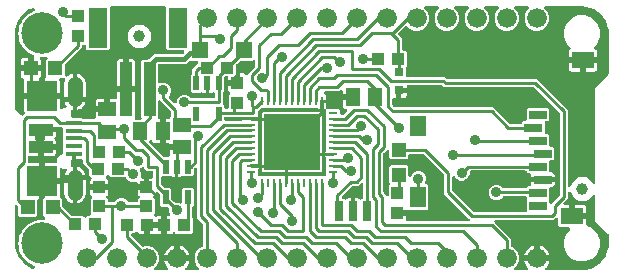
<source format=gbr>
G04 EAGLE Gerber RS-274X export*
G75*
%MOMM*%
%FSLAX34Y34*%
%LPD*%
%INTop Copper*%
%IPPOS*%
%AMOC8*
5,1,8,0,0,1.08239X$1,22.5*%
G01*
%ADD10R,1.500000X1.240000*%
%ADD11R,1.000000X1.100000*%
%ADD12R,1.100000X1.000000*%
%ADD13R,1.240000X1.500000*%
%ADD14R,1.200000X1.200000*%
%ADD15R,0.250000X0.800000*%
%ADD16R,0.800000X0.250000*%
%ADD17R,4.700000X4.700000*%
%ADD18C,1.000000*%
%ADD19R,1.000000X1.000000*%
%ADD20C,3.516000*%
%ADD21R,0.700000X1.700000*%
%ADD22R,2.500000X2.500000*%
%ADD23C,1.308000*%
%ADD24R,1.350000X0.400000*%
%ADD25R,2.000000X1.000000*%
%ADD26R,0.550000X1.200000*%
%ADD27R,1.400000X1.400000*%
%ADD28C,1.676400*%
%ADD29R,1.000000X4.600000*%
%ADD30R,1.600000X3.400000*%
%ADD31R,1.900000X1.400000*%
%ADD32R,1.400000X1.800000*%
%ADD33R,1.500000X0.700000*%
%ADD34R,0.800000X0.800000*%
%ADD35C,0.254000*%
%ADD36C,0.906400*%
%ADD37C,0.406400*%

G36*
X471996Y73177D02*
X471996Y73177D01*
X472142Y73183D01*
X472155Y73187D01*
X472169Y73188D01*
X472307Y73233D01*
X472447Y73275D01*
X472459Y73282D01*
X472471Y73286D01*
X472595Y73364D01*
X472719Y73439D01*
X472729Y73449D01*
X472740Y73456D01*
X472840Y73563D01*
X472942Y73666D01*
X472952Y73682D01*
X472958Y73688D01*
X472966Y73703D01*
X473031Y73800D01*
X475751Y78511D01*
X480392Y81191D01*
X485752Y81191D01*
X490393Y78511D01*
X491661Y76315D01*
X491749Y76199D01*
X491834Y76081D01*
X491845Y76073D01*
X491853Y76062D01*
X491967Y75972D01*
X492079Y75878D01*
X492092Y75873D01*
X492102Y75864D01*
X492236Y75805D01*
X492367Y75743D01*
X492380Y75740D01*
X492393Y75735D01*
X492537Y75710D01*
X492680Y75683D01*
X492693Y75684D01*
X492706Y75682D01*
X492852Y75694D01*
X492997Y75703D01*
X493010Y75707D01*
X493023Y75708D01*
X493161Y75756D01*
X493299Y75801D01*
X493311Y75808D01*
X493324Y75813D01*
X493445Y75893D01*
X493568Y75971D01*
X493577Y75981D01*
X493589Y75988D01*
X493686Y76096D01*
X493786Y76203D01*
X493793Y76214D01*
X493802Y76224D01*
X493869Y76354D01*
X493940Y76481D01*
X493943Y76494D01*
X493949Y76506D01*
X493983Y76648D01*
X494019Y76789D01*
X494020Y76807D01*
X494022Y76816D01*
X494022Y76833D01*
X494029Y76950D01*
X494029Y157262D01*
X505088Y168321D01*
X505148Y168399D01*
X505216Y168471D01*
X505245Y168524D01*
X505282Y168572D01*
X505322Y168663D01*
X505370Y168750D01*
X505385Y168808D01*
X505409Y168864D01*
X505424Y168962D01*
X505449Y169057D01*
X505455Y169158D01*
X505459Y169178D01*
X505457Y169190D01*
X505459Y169218D01*
X505459Y203200D01*
X505457Y203222D01*
X505455Y203300D01*
X505190Y206677D01*
X505176Y206745D01*
X505171Y206814D01*
X505131Y206970D01*
X503044Y213394D01*
X502994Y213501D01*
X502950Y213612D01*
X502917Y213663D01*
X502909Y213682D01*
X502896Y213697D01*
X502864Y213748D01*
X498893Y219212D01*
X498812Y219299D01*
X498736Y219391D01*
X498690Y219429D01*
X498676Y219444D01*
X498658Y219455D01*
X498612Y219493D01*
X493148Y223464D01*
X493044Y223521D01*
X492944Y223585D01*
X492887Y223607D01*
X492869Y223617D01*
X492849Y223622D01*
X492794Y223644D01*
X486370Y225731D01*
X486302Y225744D01*
X486236Y225767D01*
X486077Y225790D01*
X482700Y226055D01*
X482678Y226054D01*
X482600Y226059D01*
X452134Y226059D01*
X451996Y226042D01*
X451857Y226029D01*
X451838Y226022D01*
X451818Y226019D01*
X451689Y225968D01*
X451558Y225921D01*
X451541Y225910D01*
X451522Y225902D01*
X451410Y225821D01*
X451295Y225743D01*
X451281Y225727D01*
X451265Y225716D01*
X451176Y225608D01*
X451084Y225504D01*
X451075Y225486D01*
X451062Y225471D01*
X451003Y225345D01*
X450940Y225221D01*
X450935Y225201D01*
X450927Y225183D01*
X450901Y225047D01*
X450870Y224911D01*
X450871Y224890D01*
X450867Y224871D01*
X450876Y224732D01*
X450880Y224593D01*
X450885Y224573D01*
X450887Y224553D01*
X450929Y224421D01*
X450968Y224287D01*
X450978Y224270D01*
X450985Y224251D01*
X451059Y224133D01*
X451130Y224013D01*
X451148Y223992D01*
X451155Y223982D01*
X451170Y223968D01*
X451236Y223893D01*
X453329Y221799D01*
X454915Y217972D01*
X454915Y213828D01*
X453329Y210001D01*
X450399Y207071D01*
X446572Y205485D01*
X442428Y205485D01*
X438601Y207071D01*
X435671Y210001D01*
X434085Y213828D01*
X434085Y217972D01*
X435671Y221799D01*
X437764Y223893D01*
X437849Y224002D01*
X437938Y224109D01*
X437946Y224128D01*
X437959Y224144D01*
X438014Y224272D01*
X438073Y224397D01*
X438077Y224417D01*
X438085Y224436D01*
X438107Y224574D01*
X438133Y224710D01*
X438132Y224730D01*
X438135Y224750D01*
X438122Y224889D01*
X438113Y225027D01*
X438107Y225046D01*
X438105Y225066D01*
X438058Y225198D01*
X438015Y225329D01*
X438004Y225347D01*
X437998Y225366D01*
X437920Y225481D01*
X437845Y225598D01*
X437830Y225612D01*
X437819Y225629D01*
X437715Y225721D01*
X437614Y225816D01*
X437596Y225826D01*
X437581Y225839D01*
X437456Y225903D01*
X437335Y225970D01*
X437315Y225975D01*
X437297Y225984D01*
X437162Y226014D01*
X437027Y226049D01*
X436999Y226051D01*
X436987Y226054D01*
X436967Y226053D01*
X436866Y226059D01*
X426734Y226059D01*
X426596Y226042D01*
X426457Y226029D01*
X426438Y226022D01*
X426418Y226019D01*
X426289Y225968D01*
X426158Y225921D01*
X426141Y225910D01*
X426122Y225902D01*
X426010Y225821D01*
X425895Y225743D01*
X425881Y225727D01*
X425865Y225716D01*
X425776Y225608D01*
X425684Y225504D01*
X425675Y225486D01*
X425662Y225471D01*
X425603Y225345D01*
X425540Y225221D01*
X425535Y225201D01*
X425527Y225183D01*
X425501Y225047D01*
X425470Y224911D01*
X425471Y224890D01*
X425467Y224871D01*
X425476Y224732D01*
X425480Y224593D01*
X425485Y224573D01*
X425487Y224553D01*
X425529Y224421D01*
X425568Y224287D01*
X425578Y224270D01*
X425585Y224251D01*
X425659Y224133D01*
X425730Y224013D01*
X425748Y223992D01*
X425755Y223982D01*
X425770Y223968D01*
X425836Y223893D01*
X427929Y221799D01*
X429515Y217972D01*
X429515Y213828D01*
X427929Y210001D01*
X424999Y207071D01*
X421172Y205485D01*
X417028Y205485D01*
X413201Y207071D01*
X410271Y210001D01*
X408685Y213828D01*
X408685Y217972D01*
X410271Y221799D01*
X412364Y223893D01*
X412449Y224002D01*
X412538Y224109D01*
X412546Y224128D01*
X412559Y224144D01*
X412614Y224272D01*
X412673Y224397D01*
X412677Y224417D01*
X412685Y224436D01*
X412707Y224574D01*
X412733Y224710D01*
X412732Y224730D01*
X412735Y224750D01*
X412722Y224889D01*
X412713Y225027D01*
X412707Y225046D01*
X412705Y225066D01*
X412658Y225198D01*
X412615Y225329D01*
X412604Y225347D01*
X412598Y225366D01*
X412520Y225481D01*
X412445Y225598D01*
X412430Y225612D01*
X412419Y225629D01*
X412315Y225721D01*
X412214Y225816D01*
X412196Y225826D01*
X412181Y225839D01*
X412056Y225903D01*
X411935Y225970D01*
X411915Y225975D01*
X411897Y225984D01*
X411762Y226014D01*
X411627Y226049D01*
X411599Y226051D01*
X411587Y226054D01*
X411567Y226053D01*
X411466Y226059D01*
X401334Y226059D01*
X401196Y226042D01*
X401057Y226029D01*
X401038Y226022D01*
X401018Y226019D01*
X400889Y225968D01*
X400758Y225921D01*
X400741Y225910D01*
X400722Y225902D01*
X400610Y225821D01*
X400495Y225743D01*
X400481Y225727D01*
X400465Y225716D01*
X400376Y225608D01*
X400284Y225504D01*
X400275Y225486D01*
X400262Y225471D01*
X400203Y225345D01*
X400140Y225221D01*
X400135Y225201D01*
X400127Y225183D01*
X400101Y225047D01*
X400070Y224911D01*
X400071Y224890D01*
X400067Y224871D01*
X400076Y224732D01*
X400080Y224593D01*
X400085Y224573D01*
X400087Y224553D01*
X400129Y224421D01*
X400168Y224287D01*
X400178Y224270D01*
X400185Y224251D01*
X400259Y224133D01*
X400330Y224013D01*
X400348Y223992D01*
X400355Y223982D01*
X400370Y223968D01*
X400436Y223893D01*
X402529Y221799D01*
X404115Y217972D01*
X404115Y213828D01*
X402529Y210001D01*
X399599Y207071D01*
X395772Y205485D01*
X391628Y205485D01*
X387801Y207071D01*
X384871Y210001D01*
X383285Y213828D01*
X383285Y217972D01*
X384871Y221799D01*
X386964Y223893D01*
X387049Y224002D01*
X387138Y224109D01*
X387146Y224128D01*
X387159Y224144D01*
X387214Y224272D01*
X387273Y224397D01*
X387277Y224417D01*
X387285Y224436D01*
X387307Y224574D01*
X387333Y224710D01*
X387332Y224730D01*
X387335Y224750D01*
X387322Y224889D01*
X387313Y225027D01*
X387307Y225046D01*
X387305Y225066D01*
X387258Y225198D01*
X387215Y225329D01*
X387204Y225347D01*
X387198Y225366D01*
X387120Y225481D01*
X387045Y225598D01*
X387030Y225612D01*
X387019Y225629D01*
X386915Y225721D01*
X386814Y225816D01*
X386796Y225826D01*
X386781Y225839D01*
X386656Y225903D01*
X386535Y225970D01*
X386515Y225975D01*
X386497Y225984D01*
X386362Y226014D01*
X386227Y226049D01*
X386199Y226051D01*
X386187Y226054D01*
X386167Y226053D01*
X386066Y226059D01*
X375934Y226059D01*
X375796Y226042D01*
X375657Y226029D01*
X375638Y226022D01*
X375618Y226019D01*
X375489Y225968D01*
X375358Y225921D01*
X375341Y225910D01*
X375322Y225902D01*
X375210Y225821D01*
X375095Y225743D01*
X375081Y225727D01*
X375065Y225716D01*
X374976Y225608D01*
X374884Y225504D01*
X374875Y225486D01*
X374862Y225471D01*
X374803Y225345D01*
X374740Y225221D01*
X374735Y225201D01*
X374727Y225183D01*
X374701Y225047D01*
X374670Y224911D01*
X374671Y224890D01*
X374667Y224871D01*
X374676Y224732D01*
X374680Y224593D01*
X374685Y224573D01*
X374687Y224553D01*
X374729Y224421D01*
X374768Y224287D01*
X374778Y224270D01*
X374785Y224251D01*
X374859Y224133D01*
X374930Y224013D01*
X374948Y223992D01*
X374955Y223982D01*
X374970Y223968D01*
X375036Y223893D01*
X377129Y221799D01*
X378715Y217972D01*
X378715Y213828D01*
X377129Y210001D01*
X374199Y207071D01*
X370372Y205485D01*
X366228Y205485D01*
X362401Y207071D01*
X359471Y210001D01*
X357885Y213828D01*
X357885Y217972D01*
X359471Y221799D01*
X361564Y223893D01*
X361649Y224002D01*
X361738Y224109D01*
X361746Y224128D01*
X361759Y224144D01*
X361814Y224272D01*
X361873Y224397D01*
X361877Y224417D01*
X361885Y224436D01*
X361907Y224574D01*
X361933Y224710D01*
X361932Y224730D01*
X361935Y224750D01*
X361922Y224889D01*
X361913Y225027D01*
X361907Y225046D01*
X361905Y225066D01*
X361858Y225198D01*
X361815Y225329D01*
X361804Y225347D01*
X361798Y225366D01*
X361720Y225481D01*
X361645Y225598D01*
X361630Y225612D01*
X361619Y225629D01*
X361515Y225721D01*
X361414Y225816D01*
X361396Y225826D01*
X361381Y225839D01*
X361256Y225903D01*
X361135Y225970D01*
X361115Y225975D01*
X361097Y225984D01*
X360962Y226014D01*
X360827Y226049D01*
X360799Y226051D01*
X360787Y226054D01*
X360767Y226053D01*
X360666Y226059D01*
X350534Y226059D01*
X350396Y226042D01*
X350257Y226029D01*
X350238Y226022D01*
X350218Y226019D01*
X350089Y225968D01*
X349958Y225921D01*
X349941Y225910D01*
X349922Y225902D01*
X349810Y225821D01*
X349695Y225743D01*
X349681Y225727D01*
X349665Y225716D01*
X349576Y225608D01*
X349484Y225504D01*
X349475Y225486D01*
X349462Y225471D01*
X349403Y225345D01*
X349340Y225221D01*
X349335Y225201D01*
X349327Y225183D01*
X349301Y225047D01*
X349270Y224911D01*
X349271Y224890D01*
X349267Y224871D01*
X349276Y224732D01*
X349280Y224593D01*
X349285Y224573D01*
X349287Y224553D01*
X349329Y224421D01*
X349368Y224287D01*
X349378Y224270D01*
X349385Y224251D01*
X349459Y224133D01*
X349530Y224013D01*
X349548Y223992D01*
X349555Y223982D01*
X349570Y223968D01*
X349636Y223893D01*
X351729Y221799D01*
X353315Y217972D01*
X353315Y213828D01*
X351729Y210001D01*
X348799Y207071D01*
X344972Y205485D01*
X340828Y205485D01*
X337001Y207071D01*
X334959Y209113D01*
X334865Y209186D01*
X334775Y209265D01*
X334739Y209283D01*
X334707Y209308D01*
X334598Y209355D01*
X334492Y209409D01*
X334453Y209418D01*
X334415Y209434D01*
X334298Y209453D01*
X334182Y209479D01*
X334141Y209478D01*
X334101Y209484D01*
X333983Y209473D01*
X333864Y209469D01*
X333825Y209458D01*
X333785Y209454D01*
X333673Y209414D01*
X333558Y209381D01*
X333524Y209360D01*
X333485Y209347D01*
X333387Y209280D01*
X333284Y209219D01*
X333239Y209179D01*
X333222Y209168D01*
X333209Y209153D01*
X333164Y209113D01*
X327513Y203463D01*
X327440Y203368D01*
X327362Y203279D01*
X327343Y203243D01*
X327318Y203211D01*
X327271Y203102D01*
X327217Y202996D01*
X327208Y202957D01*
X327192Y202919D01*
X327173Y202802D01*
X327147Y202686D01*
X327148Y202645D01*
X327142Y202605D01*
X327153Y202487D01*
X327157Y202368D01*
X327168Y202329D01*
X327172Y202289D01*
X327212Y202176D01*
X327245Y202062D01*
X327266Y202028D01*
X327280Y201989D01*
X327346Y201891D01*
X327407Y201788D01*
X327447Y201743D01*
X327458Y201726D01*
X327473Y201713D01*
X327513Y201668D01*
X330573Y198608D01*
X330573Y189912D01*
X330588Y189794D01*
X330595Y189675D01*
X330608Y189637D01*
X330613Y189596D01*
X330656Y189486D01*
X330693Y189373D01*
X330715Y189338D01*
X330730Y189301D01*
X330799Y189205D01*
X330863Y189104D01*
X330893Y189076D01*
X330916Y189043D01*
X331008Y188967D01*
X331095Y188886D01*
X331130Y188866D01*
X331161Y188841D01*
X331269Y188790D01*
X331373Y188732D01*
X331413Y188722D01*
X331449Y188705D01*
X331566Y188683D01*
X331681Y188653D01*
X331741Y188649D01*
X331761Y188645D01*
X331782Y188647D01*
X331842Y188643D01*
X333612Y188643D01*
X334803Y187452D01*
X334803Y175768D01*
X334065Y175030D01*
X334004Y174952D01*
X333936Y174879D01*
X333907Y174826D01*
X333870Y174779D01*
X333830Y174688D01*
X333782Y174601D01*
X333767Y174542D01*
X333743Y174487D01*
X333728Y174389D01*
X333703Y174293D01*
X333697Y174193D01*
X333693Y174173D01*
X333695Y174160D01*
X333693Y174132D01*
X333693Y167132D01*
X333708Y167014D01*
X333715Y166895D01*
X333728Y166857D01*
X333733Y166816D01*
X333776Y166706D01*
X333813Y166593D01*
X333835Y166558D01*
X333850Y166521D01*
X333919Y166425D01*
X333983Y166324D01*
X334013Y166296D01*
X334036Y166263D01*
X334128Y166187D01*
X334215Y166106D01*
X334250Y166086D01*
X334281Y166061D01*
X334389Y166010D01*
X334493Y165952D01*
X334533Y165942D01*
X334569Y165925D01*
X334686Y165903D01*
X334801Y165873D01*
X334861Y165869D01*
X334881Y165865D01*
X334902Y165867D01*
X334962Y165863D01*
X367128Y165863D01*
X368026Y164964D01*
X368105Y164904D01*
X368177Y164836D01*
X368230Y164807D01*
X368278Y164770D01*
X368369Y164730D01*
X368455Y164682D01*
X368514Y164667D01*
X368569Y164643D01*
X368667Y164628D01*
X368763Y164603D01*
X368863Y164597D01*
X368884Y164593D01*
X368896Y164595D01*
X368924Y164593D01*
X444598Y164593D01*
X470663Y138528D01*
X470663Y74435D01*
X470681Y74291D01*
X470696Y74145D01*
X470701Y74133D01*
X470703Y74119D01*
X470756Y73984D01*
X470807Y73847D01*
X470815Y73836D01*
X470820Y73824D01*
X470905Y73706D01*
X470988Y73586D01*
X470998Y73577D01*
X471006Y73566D01*
X471119Y73473D01*
X471229Y73378D01*
X471241Y73372D01*
X471251Y73363D01*
X471383Y73302D01*
X471514Y73237D01*
X471527Y73234D01*
X471539Y73228D01*
X471681Y73201D01*
X471825Y73170D01*
X471838Y73171D01*
X471851Y73168D01*
X471996Y73177D01*
G37*
G36*
X108736Y130200D02*
X108736Y130200D01*
X108875Y130213D01*
X108894Y130220D01*
X108914Y130223D01*
X109043Y130274D01*
X109174Y130321D01*
X109191Y130332D01*
X109210Y130340D01*
X109322Y130421D01*
X109437Y130499D01*
X109451Y130515D01*
X109467Y130526D01*
X109556Y130634D01*
X109648Y130738D01*
X109657Y130756D01*
X109670Y130771D01*
X109729Y130897D01*
X109792Y131021D01*
X109797Y131041D01*
X109805Y131059D01*
X109831Y131196D01*
X109862Y131331D01*
X109861Y131352D01*
X109865Y131371D01*
X109856Y131510D01*
X109852Y131649D01*
X109847Y131669D01*
X109845Y131689D01*
X109802Y131821D01*
X109764Y131955D01*
X109753Y131972D01*
X109747Y131991D01*
X109673Y132109D01*
X109647Y132152D01*
X109647Y179882D01*
X110838Y181073D01*
X115109Y181073D01*
X115207Y181085D01*
X115306Y181088D01*
X115364Y181105D01*
X115424Y181113D01*
X115516Y181149D01*
X115611Y181177D01*
X115663Y181207D01*
X115720Y181230D01*
X115800Y181288D01*
X115885Y181338D01*
X115961Y181404D01*
X115977Y181416D01*
X115985Y181426D01*
X116006Y181444D01*
X120236Y185675D01*
X143841Y185675D01*
X143939Y185687D01*
X144038Y185690D01*
X144096Y185707D01*
X144156Y185715D01*
X144248Y185751D01*
X144343Y185779D01*
X144396Y185809D01*
X144452Y185832D01*
X144532Y185890D01*
X144617Y185940D01*
X144693Y186006D01*
X144709Y186018D01*
X144717Y186028D01*
X144738Y186046D01*
X145532Y186841D01*
X145617Y186950D01*
X145706Y187057D01*
X145715Y187076D01*
X145727Y187092D01*
X145783Y187220D01*
X145842Y187345D01*
X145845Y187365D01*
X145853Y187384D01*
X145875Y187522D01*
X145901Y187658D01*
X145900Y187678D01*
X145903Y187698D01*
X145890Y187837D01*
X145882Y187975D01*
X145875Y187994D01*
X145873Y188014D01*
X145826Y188146D01*
X145784Y188277D01*
X145773Y188295D01*
X145766Y188314D01*
X145688Y188429D01*
X145613Y188546D01*
X145599Y188560D01*
X145587Y188577D01*
X145483Y188669D01*
X145382Y188764D01*
X145364Y188774D01*
X145349Y188787D01*
X145225Y188850D01*
X145103Y188918D01*
X145084Y188923D01*
X145066Y188932D01*
X144930Y188962D01*
X144795Y188997D01*
X144767Y188999D01*
X144755Y189002D01*
X144735Y189001D01*
X144635Y189007D01*
X131838Y189007D01*
X130647Y190198D01*
X130647Y224790D01*
X130632Y224908D01*
X130625Y225027D01*
X130612Y225065D01*
X130607Y225106D01*
X130564Y225216D01*
X130527Y225329D01*
X130505Y225364D01*
X130490Y225401D01*
X130421Y225497D01*
X130357Y225598D01*
X130327Y225626D01*
X130304Y225659D01*
X130212Y225735D01*
X130125Y225816D01*
X130090Y225836D01*
X130059Y225861D01*
X129951Y225912D01*
X129847Y225970D01*
X129807Y225980D01*
X129771Y225997D01*
X129654Y226019D01*
X129539Y226049D01*
X129479Y226053D01*
X129459Y226057D01*
X129438Y226055D01*
X129378Y226059D01*
X83982Y226059D01*
X83864Y226044D01*
X83745Y226037D01*
X83707Y226024D01*
X83666Y226019D01*
X83556Y225976D01*
X83443Y225939D01*
X83408Y225917D01*
X83371Y225902D01*
X83275Y225833D01*
X83174Y225769D01*
X83146Y225739D01*
X83113Y225716D01*
X83037Y225624D01*
X82956Y225537D01*
X82936Y225502D01*
X82911Y225471D01*
X82860Y225363D01*
X82802Y225259D01*
X82792Y225219D01*
X82775Y225183D01*
X82753Y225066D01*
X82723Y224951D01*
X82719Y224891D01*
X82715Y224871D01*
X82717Y224850D01*
X82713Y224790D01*
X82713Y190198D01*
X81522Y189007D01*
X63838Y189007D01*
X62647Y190198D01*
X62647Y192248D01*
X62632Y192366D01*
X62625Y192485D01*
X62612Y192523D01*
X62607Y192564D01*
X62564Y192674D01*
X62527Y192787D01*
X62505Y192822D01*
X62490Y192859D01*
X62421Y192955D01*
X62357Y193056D01*
X62327Y193084D01*
X62304Y193117D01*
X62212Y193193D01*
X62125Y193274D01*
X62090Y193294D01*
X62059Y193319D01*
X61951Y193370D01*
X61847Y193428D01*
X61807Y193438D01*
X61771Y193455D01*
X61654Y193477D01*
X61539Y193507D01*
X61479Y193511D01*
X61459Y193515D01*
X61438Y193513D01*
X61378Y193517D01*
X60452Y193517D01*
X60334Y193502D01*
X60215Y193495D01*
X60177Y193482D01*
X60136Y193477D01*
X60026Y193434D01*
X59913Y193397D01*
X59878Y193375D01*
X59841Y193360D01*
X59745Y193291D01*
X59644Y193227D01*
X59616Y193197D01*
X59583Y193174D01*
X59507Y193082D01*
X59426Y192995D01*
X59406Y192960D01*
X59381Y192929D01*
X59330Y192821D01*
X59272Y192717D01*
X59262Y192677D01*
X59245Y192641D01*
X59223Y192524D01*
X59193Y192409D01*
X59189Y192349D01*
X59185Y192329D01*
X59187Y192308D01*
X59183Y192248D01*
X59183Y191152D01*
X45354Y177324D01*
X45294Y177245D01*
X45226Y177173D01*
X45206Y177137D01*
X45182Y177109D01*
X45174Y177092D01*
X45160Y177072D01*
X45120Y176981D01*
X45072Y176895D01*
X45061Y176851D01*
X45047Y176821D01*
X45044Y176805D01*
X45033Y176781D01*
X45018Y176683D01*
X44993Y176587D01*
X44988Y176515D01*
X44987Y176508D01*
X44988Y176501D01*
X44987Y176487D01*
X44983Y176466D01*
X44985Y176454D01*
X44983Y176426D01*
X44983Y167819D01*
X45000Y167681D01*
X45013Y167543D01*
X45020Y167524D01*
X45023Y167504D01*
X45074Y167374D01*
X45121Y167243D01*
X45132Y167227D01*
X45140Y167208D01*
X45221Y167096D01*
X45299Y166980D01*
X45315Y166967D01*
X45326Y166950D01*
X45433Y166862D01*
X45538Y166770D01*
X45556Y166761D01*
X45571Y166748D01*
X45697Y166689D01*
X45821Y166625D01*
X45841Y166621D01*
X45859Y166612D01*
X45995Y166586D01*
X46131Y166556D01*
X46152Y166556D01*
X46171Y166552D01*
X46310Y166561D01*
X46449Y166565D01*
X46469Y166571D01*
X46489Y166572D01*
X46621Y166615D01*
X46755Y166654D01*
X46772Y166664D01*
X46791Y166670D01*
X46909Y166744D01*
X47029Y166815D01*
X47050Y166834D01*
X47060Y166840D01*
X47074Y166855D01*
X47150Y166922D01*
X47534Y167306D01*
X48691Y168147D01*
X49964Y168795D01*
X51324Y169237D01*
X51451Y169257D01*
X51451Y149299D01*
X44369Y149299D01*
X44369Y161095D01*
X44593Y162506D01*
X45044Y163896D01*
X45078Y164072D01*
X45104Y164208D01*
X45094Y164373D01*
X45084Y164525D01*
X45084Y164526D01*
X45040Y164661D01*
X44986Y164827D01*
X44986Y164828D01*
X44901Y164961D01*
X44816Y165096D01*
X44816Y165097D01*
X44695Y165210D01*
X44584Y165314D01*
X44433Y165398D01*
X44306Y165468D01*
X44305Y165468D01*
X44132Y165512D01*
X43998Y165547D01*
X43997Y165547D01*
X43996Y165547D01*
X43837Y165557D01*
X41490Y165557D01*
X41359Y165541D01*
X41226Y165530D01*
X41201Y165521D01*
X41175Y165517D01*
X41052Y165469D01*
X40926Y165425D01*
X40904Y165410D01*
X40879Y165400D01*
X40772Y165323D01*
X40661Y165249D01*
X40643Y165229D01*
X40622Y165214D01*
X40537Y165111D01*
X40448Y165013D01*
X40436Y164989D01*
X40419Y164969D01*
X40362Y164849D01*
X40301Y164731D01*
X40295Y164705D01*
X40283Y164681D01*
X40258Y164551D01*
X40228Y164421D01*
X40229Y164395D01*
X40224Y164369D01*
X40232Y164236D01*
X40235Y164103D01*
X40242Y164078D01*
X40243Y164051D01*
X40267Y163977D01*
X40274Y163942D01*
X40491Y163134D01*
X40491Y152549D01*
X35760Y152549D01*
X35642Y152534D01*
X35523Y152527D01*
X35485Y152514D01*
X35444Y152509D01*
X35334Y152466D01*
X35221Y152429D01*
X35186Y152407D01*
X35149Y152392D01*
X35053Y152323D01*
X34952Y152259D01*
X34924Y152229D01*
X34891Y152206D01*
X34815Y152114D01*
X34734Y152027D01*
X34714Y151992D01*
X34689Y151961D01*
X34638Y151853D01*
X34580Y151749D01*
X34570Y151709D01*
X34553Y151673D01*
X34531Y151556D01*
X34501Y151441D01*
X34497Y151381D01*
X34493Y151361D01*
X34495Y151340D01*
X34491Y151280D01*
X34491Y149320D01*
X34506Y149202D01*
X34513Y149083D01*
X34526Y149045D01*
X34531Y149004D01*
X34574Y148894D01*
X34611Y148781D01*
X34633Y148746D01*
X34648Y148709D01*
X34717Y148612D01*
X34781Y148512D01*
X34811Y148484D01*
X34834Y148451D01*
X34926Y148375D01*
X35013Y148294D01*
X35048Y148274D01*
X35079Y148249D01*
X35187Y148198D01*
X35291Y148140D01*
X35331Y148130D01*
X35367Y148113D01*
X35484Y148091D01*
X35599Y148061D01*
X35659Y148057D01*
X35679Y148053D01*
X35700Y148055D01*
X35760Y148051D01*
X40491Y148051D01*
X40491Y140598D01*
X40497Y140549D01*
X40495Y140499D01*
X40517Y140392D01*
X40531Y140282D01*
X40549Y140236D01*
X40559Y140188D01*
X40607Y140089D01*
X40648Y139987D01*
X40677Y139947D01*
X40699Y139902D01*
X40770Y139818D01*
X40834Y139729D01*
X40873Y139698D01*
X40905Y139660D01*
X40995Y139597D01*
X41079Y139527D01*
X41124Y139505D01*
X41165Y139477D01*
X41268Y139438D01*
X41367Y139391D01*
X41416Y139382D01*
X41462Y139364D01*
X41572Y139352D01*
X41679Y139331D01*
X41729Y139334D01*
X41778Y139329D01*
X41887Y139344D01*
X41997Y139351D01*
X42044Y139366D01*
X42093Y139373D01*
X42246Y139425D01*
X43248Y139841D01*
X45154Y139841D01*
X45194Y139846D01*
X45233Y139843D01*
X45351Y139866D01*
X45470Y139881D01*
X45507Y139895D01*
X45546Y139903D01*
X45654Y139954D01*
X45765Y139998D01*
X45797Y140021D01*
X45833Y140038D01*
X45926Y140114D01*
X46023Y140184D01*
X46048Y140215D01*
X46079Y140240D01*
X46149Y140337D01*
X46225Y140429D01*
X46242Y140465D01*
X46266Y140498D01*
X46310Y140609D01*
X46361Y140717D01*
X46368Y140756D01*
X46383Y140793D01*
X46398Y140912D01*
X46421Y141029D01*
X46418Y141069D01*
X46423Y141109D01*
X46408Y141227D01*
X46401Y141347D01*
X46389Y141385D01*
X46384Y141424D01*
X46340Y141536D01*
X46303Y141649D01*
X46282Y141683D01*
X46267Y141720D01*
X46181Y141856D01*
X45683Y142541D01*
X45035Y143814D01*
X44593Y145174D01*
X44573Y145301D01*
X51451Y145301D01*
X51451Y138423D01*
X51286Y138449D01*
X51245Y138457D01*
X51159Y138483D01*
X51089Y138486D01*
X51020Y138500D01*
X50931Y138494D01*
X50841Y138498D01*
X50773Y138484D01*
X50703Y138480D01*
X50618Y138452D01*
X50530Y138434D01*
X50467Y138403D01*
X50400Y138382D01*
X50325Y138333D01*
X50244Y138294D01*
X50191Y138249D01*
X50132Y138211D01*
X50070Y138146D01*
X50002Y138088D01*
X49962Y138031D01*
X49914Y137980D01*
X49871Y137901D01*
X49819Y137828D01*
X49794Y137762D01*
X49761Y137701D01*
X49738Y137614D01*
X49706Y137530D01*
X49699Y137461D01*
X49681Y137393D01*
X49681Y137304D01*
X49671Y137214D01*
X49681Y137145D01*
X49681Y137075D01*
X49703Y136988D01*
X49716Y136899D01*
X49756Y136781D01*
X49760Y136767D01*
X49763Y136761D01*
X49768Y136747D01*
X50491Y135002D01*
X50491Y132602D01*
X50506Y132484D01*
X50513Y132365D01*
X50526Y132327D01*
X50531Y132286D01*
X50574Y132176D01*
X50611Y132063D01*
X50633Y132028D01*
X50648Y131991D01*
X50717Y131895D01*
X50781Y131794D01*
X50811Y131766D01*
X50834Y131733D01*
X50926Y131657D01*
X51013Y131576D01*
X51048Y131556D01*
X51079Y131531D01*
X51187Y131480D01*
X51291Y131422D01*
X51331Y131412D01*
X51367Y131395D01*
X51484Y131373D01*
X51599Y131343D01*
X51659Y131339D01*
X51679Y131335D01*
X51700Y131337D01*
X51760Y131333D01*
X59792Y131333D01*
X60150Y130974D01*
X60229Y130914D01*
X60301Y130846D01*
X60354Y130817D01*
X60402Y130780D01*
X60492Y130740D01*
X60579Y130692D01*
X60638Y130677D01*
X60693Y130653D01*
X60791Y130638D01*
X60887Y130613D01*
X60987Y130607D01*
X61007Y130603D01*
X61020Y130605D01*
X61048Y130603D01*
X69708Y130603D01*
X69833Y130619D01*
X69959Y130628D01*
X69990Y130638D01*
X70024Y130643D01*
X70141Y130689D01*
X70260Y130729D01*
X70288Y130747D01*
X70320Y130760D01*
X70421Y130833D01*
X70527Y130902D01*
X70550Y130927D01*
X70577Y130946D01*
X70657Y131043D01*
X70742Y131136D01*
X70758Y131165D01*
X70780Y131191D01*
X70833Y131305D01*
X70893Y131416D01*
X70901Y131449D01*
X70915Y131479D01*
X70939Y131602D01*
X70969Y131725D01*
X70969Y131758D01*
X70975Y131791D01*
X70967Y131917D01*
X70966Y132043D01*
X70956Y132091D01*
X70955Y132109D01*
X70949Y132129D01*
X70934Y132201D01*
X70839Y132555D01*
X70839Y136551D01*
X79610Y136551D01*
X79728Y136566D01*
X79847Y136573D01*
X79885Y136586D01*
X79925Y136591D01*
X80036Y136634D01*
X80149Y136671D01*
X80184Y136693D01*
X80221Y136708D01*
X80317Y136778D01*
X80418Y136841D01*
X80446Y136871D01*
X80478Y136895D01*
X80554Y136986D01*
X80636Y137073D01*
X80655Y137108D01*
X80681Y137139D01*
X80732Y137247D01*
X80789Y137351D01*
X80800Y137391D01*
X80817Y137427D01*
X80839Y137544D01*
X80869Y137659D01*
X80873Y137720D01*
X80877Y137740D01*
X80875Y137760D01*
X80879Y137820D01*
X80879Y139091D01*
X82150Y139091D01*
X82268Y139106D01*
X82387Y139113D01*
X82425Y139126D01*
X82465Y139131D01*
X82576Y139175D01*
X82689Y139211D01*
X82724Y139233D01*
X82761Y139248D01*
X82857Y139318D01*
X82958Y139381D01*
X82986Y139411D01*
X83018Y139435D01*
X83094Y139526D01*
X83176Y139613D01*
X83195Y139648D01*
X83221Y139680D01*
X83272Y139787D01*
X83329Y139891D01*
X83340Y139931D01*
X83357Y139967D01*
X83379Y140084D01*
X83409Y140199D01*
X83413Y140260D01*
X83417Y140280D01*
X83415Y140300D01*
X83419Y140360D01*
X83419Y147831D01*
X87870Y147831D01*
X87988Y147846D01*
X88107Y147853D01*
X88145Y147866D01*
X88186Y147871D01*
X88296Y147914D01*
X88409Y147951D01*
X88444Y147973D01*
X88481Y147988D01*
X88577Y148057D01*
X88678Y148121D01*
X88706Y148151D01*
X88739Y148174D01*
X88815Y148266D01*
X88896Y148353D01*
X88916Y148388D01*
X88941Y148419D01*
X88992Y148527D01*
X89050Y148631D01*
X89060Y148671D01*
X89077Y148707D01*
X89099Y148824D01*
X89129Y148939D01*
X89133Y148999D01*
X89137Y149019D01*
X89135Y149040D01*
X89139Y149100D01*
X89139Y153541D01*
X95450Y153541D01*
X95568Y153556D01*
X95687Y153563D01*
X95725Y153575D01*
X95765Y153581D01*
X95876Y153624D01*
X95989Y153661D01*
X96023Y153683D01*
X96061Y153698D01*
X96157Y153767D01*
X96258Y153831D01*
X96286Y153861D01*
X96318Y153884D01*
X96394Y153976D01*
X96476Y154063D01*
X96495Y154098D01*
X96521Y154129D01*
X96572Y154237D01*
X96629Y154341D01*
X96639Y154381D01*
X96657Y154417D01*
X96677Y154524D01*
X96681Y154494D01*
X96725Y154384D01*
X96761Y154271D01*
X96783Y154236D01*
X96798Y154199D01*
X96868Y154102D01*
X96931Y154002D01*
X96961Y153974D01*
X96985Y153941D01*
X97076Y153865D01*
X97163Y153784D01*
X97198Y153764D01*
X97230Y153739D01*
X97337Y153688D01*
X97442Y153630D01*
X97481Y153620D01*
X97517Y153603D01*
X97634Y153581D01*
X97750Y153551D01*
X97810Y153547D01*
X97830Y153543D01*
X97850Y153545D01*
X97910Y153541D01*
X104221Y153541D01*
X104221Y132706D01*
X104040Y132031D01*
X104012Y131964D01*
X103956Y131845D01*
X103951Y131819D01*
X103940Y131794D01*
X103921Y131662D01*
X103896Y131532D01*
X103897Y131506D01*
X103894Y131479D01*
X103907Y131347D01*
X103916Y131215D01*
X103924Y131189D01*
X103927Y131163D01*
X103973Y131039D01*
X104014Y130913D01*
X104028Y130890D01*
X104037Y130865D01*
X104113Y130756D01*
X104184Y130644D01*
X104203Y130625D01*
X104219Y130603D01*
X104319Y130517D01*
X104415Y130426D01*
X104439Y130413D01*
X104459Y130395D01*
X104578Y130336D01*
X104694Y130272D01*
X104720Y130266D01*
X104744Y130254D01*
X104874Y130226D01*
X105002Y130193D01*
X105040Y130191D01*
X105055Y130187D01*
X105077Y130188D01*
X105163Y130183D01*
X108598Y130183D01*
X108736Y130200D01*
G37*
G36*
X434806Y51578D02*
X434806Y51578D01*
X434925Y51585D01*
X434963Y51598D01*
X435004Y51603D01*
X435114Y51646D01*
X435227Y51683D01*
X435262Y51705D01*
X435299Y51720D01*
X435395Y51789D01*
X435496Y51853D01*
X435524Y51883D01*
X435557Y51906D01*
X435633Y51998D01*
X435714Y52085D01*
X435734Y52120D01*
X435759Y52151D01*
X435810Y52259D01*
X435868Y52363D01*
X435878Y52403D01*
X435895Y52439D01*
X435917Y52556D01*
X435947Y52671D01*
X435951Y52731D01*
X435955Y52751D01*
X435953Y52772D01*
X435957Y52832D01*
X435957Y61792D01*
X436218Y62052D01*
X436291Y62147D01*
X436370Y62236D01*
X436388Y62272D01*
X436413Y62304D01*
X436460Y62413D01*
X436514Y62519D01*
X436523Y62558D01*
X436539Y62596D01*
X436558Y62713D01*
X436584Y62829D01*
X436583Y62870D01*
X436589Y62910D01*
X436578Y63028D01*
X436574Y63147D01*
X436563Y63186D01*
X436559Y63226D01*
X436519Y63338D01*
X436486Y63453D01*
X436465Y63488D01*
X436452Y63526D01*
X436385Y63624D01*
X436324Y63727D01*
X436284Y63772D01*
X436273Y63789D01*
X436258Y63802D01*
X436218Y63847D01*
X435943Y64122D01*
X435942Y64126D01*
X435935Y64245D01*
X435922Y64283D01*
X435917Y64324D01*
X435874Y64434D01*
X435837Y64547D01*
X435815Y64582D01*
X435800Y64619D01*
X435731Y64715D01*
X435667Y64816D01*
X435637Y64844D01*
X435614Y64877D01*
X435522Y64953D01*
X435435Y65034D01*
X435400Y65054D01*
X435369Y65079D01*
X435261Y65130D01*
X435157Y65188D01*
X435117Y65198D01*
X435081Y65215D01*
X434964Y65237D01*
X434849Y65267D01*
X434789Y65271D01*
X434769Y65275D01*
X434748Y65273D01*
X434688Y65277D01*
X416717Y65277D01*
X416619Y65265D01*
X416520Y65262D01*
X416462Y65245D01*
X416401Y65237D01*
X416309Y65201D01*
X416214Y65173D01*
X416162Y65143D01*
X416106Y65120D01*
X416026Y65062D01*
X415940Y65012D01*
X415865Y64946D01*
X415848Y64934D01*
X415841Y64924D01*
X415819Y64906D01*
X413929Y63015D01*
X411516Y62015D01*
X408904Y62015D01*
X406491Y63015D01*
X404645Y64861D01*
X403645Y67274D01*
X403645Y69886D01*
X404645Y72299D01*
X406491Y74145D01*
X408904Y75145D01*
X411516Y75145D01*
X413929Y74145D01*
X415819Y72254D01*
X415898Y72194D01*
X415970Y72126D01*
X416023Y72097D01*
X416071Y72060D01*
X416162Y72020D01*
X416248Y71972D01*
X416307Y71957D01*
X416363Y71933D01*
X416461Y71918D01*
X416556Y71893D01*
X416656Y71887D01*
X416677Y71883D01*
X416689Y71885D01*
X416717Y71883D01*
X434688Y71883D01*
X434806Y71898D01*
X434925Y71905D01*
X434963Y71918D01*
X435004Y71923D01*
X435114Y71966D01*
X435227Y72003D01*
X435262Y72025D01*
X435299Y72040D01*
X435395Y72109D01*
X435496Y72173D01*
X435524Y72203D01*
X435557Y72226D01*
X435633Y72318D01*
X435714Y72405D01*
X435734Y72440D01*
X435759Y72471D01*
X435810Y72579D01*
X435868Y72683D01*
X435874Y72709D01*
X437148Y73983D01*
X438233Y73983D01*
X438357Y73998D01*
X438483Y74008D01*
X438515Y74018D01*
X438548Y74023D01*
X438665Y74069D01*
X438784Y74109D01*
X438813Y74127D01*
X438844Y74140D01*
X438946Y74213D01*
X439051Y74282D01*
X439074Y74307D01*
X439101Y74326D01*
X439182Y74423D01*
X439267Y74516D01*
X439283Y74545D01*
X439304Y74571D01*
X439358Y74685D01*
X439417Y74796D01*
X439425Y74829D01*
X439440Y74859D01*
X439463Y74982D01*
X439493Y75105D01*
X439493Y75138D01*
X439499Y75171D01*
X439492Y75297D01*
X439490Y75423D01*
X439481Y75471D01*
X439480Y75489D01*
X439473Y75509D01*
X439459Y75581D01*
X439449Y75616D01*
X439449Y77701D01*
X449010Y77701D01*
X449128Y77716D01*
X449247Y77723D01*
X449285Y77735D01*
X449325Y77741D01*
X449436Y77784D01*
X449484Y77800D01*
X449502Y77790D01*
X449541Y77780D01*
X449577Y77763D01*
X449694Y77741D01*
X449810Y77711D01*
X449870Y77707D01*
X449890Y77703D01*
X449910Y77705D01*
X449970Y77701D01*
X459531Y77701D01*
X459531Y75616D01*
X459358Y74969D01*
X459023Y74390D01*
X458550Y73917D01*
X457971Y73582D01*
X457324Y73409D01*
X456292Y73409D01*
X456174Y73394D01*
X456055Y73387D01*
X456017Y73374D01*
X455976Y73369D01*
X455866Y73326D01*
X455753Y73289D01*
X455718Y73267D01*
X455681Y73252D01*
X455585Y73183D01*
X455484Y73119D01*
X455456Y73089D01*
X455423Y73066D01*
X455347Y72974D01*
X455266Y72887D01*
X455246Y72852D01*
X455221Y72821D01*
X455170Y72713D01*
X455112Y72609D01*
X455102Y72569D01*
X455085Y72533D01*
X455063Y72416D01*
X455033Y72301D01*
X455029Y72241D01*
X455025Y72221D01*
X455027Y72200D01*
X455023Y72140D01*
X455023Y64108D01*
X454762Y63847D01*
X454689Y63753D01*
X454610Y63664D01*
X454592Y63628D01*
X454567Y63596D01*
X454520Y63487D01*
X454466Y63381D01*
X454457Y63342D01*
X454441Y63304D01*
X454422Y63186D01*
X454396Y63071D01*
X454397Y63030D01*
X454391Y62990D01*
X454402Y62871D01*
X454406Y62753D01*
X454417Y62714D01*
X454421Y62674D01*
X454461Y62561D01*
X454494Y62447D01*
X454515Y62412D01*
X454528Y62374D01*
X454595Y62276D01*
X454656Y62173D01*
X454696Y62128D01*
X454707Y62111D01*
X454722Y62098D01*
X454762Y62052D01*
X455023Y61792D01*
X455023Y60168D01*
X455040Y60030D01*
X455053Y59891D01*
X455060Y59872D01*
X455063Y59852D01*
X455114Y59723D01*
X455161Y59592D01*
X455172Y59575D01*
X455180Y59557D01*
X455261Y59444D01*
X455339Y59329D01*
X455355Y59316D01*
X455366Y59299D01*
X455474Y59210D01*
X455578Y59118D01*
X455596Y59109D01*
X455611Y59096D01*
X455737Y59037D01*
X455861Y58974D01*
X455881Y58969D01*
X455899Y58961D01*
X456035Y58935D01*
X456171Y58904D01*
X456192Y58905D01*
X456211Y58901D01*
X456350Y58910D01*
X456489Y58914D01*
X456509Y58920D01*
X456529Y58921D01*
X456661Y58964D01*
X456795Y59002D01*
X456812Y59013D01*
X456831Y59019D01*
X456949Y59093D01*
X457069Y59164D01*
X457090Y59182D01*
X457100Y59189D01*
X457114Y59204D01*
X457189Y59270D01*
X463686Y65766D01*
X463746Y65845D01*
X463814Y65917D01*
X463843Y65970D01*
X463880Y66018D01*
X463920Y66109D01*
X463968Y66195D01*
X463983Y66254D01*
X464007Y66309D01*
X464022Y66407D01*
X464047Y66503D01*
X464053Y66603D01*
X464057Y66624D01*
X464055Y66636D01*
X464057Y66664D01*
X464057Y135266D01*
X464045Y135364D01*
X464042Y135463D01*
X464025Y135522D01*
X464017Y135582D01*
X463981Y135674D01*
X463953Y135769D01*
X463923Y135821D01*
X463900Y135877D01*
X463842Y135957D01*
X463792Y136043D01*
X463726Y136118D01*
X463714Y136135D01*
X463704Y136143D01*
X463686Y136164D01*
X442234Y157616D01*
X442155Y157676D01*
X442083Y157744D01*
X442030Y157773D01*
X441982Y157810D01*
X441891Y157850D01*
X441805Y157898D01*
X441746Y157913D01*
X441691Y157937D01*
X441593Y157952D01*
X441497Y157977D01*
X441397Y157983D01*
X441376Y157987D01*
X441364Y157985D01*
X441336Y157987D01*
X365662Y157987D01*
X364764Y158886D01*
X364685Y158946D01*
X364613Y159014D01*
X364560Y159043D01*
X364512Y159080D01*
X364421Y159120D01*
X364335Y159168D01*
X364276Y159183D01*
X364221Y159207D01*
X364123Y159222D01*
X364027Y159247D01*
X363927Y159253D01*
X363906Y159257D01*
X363894Y159255D01*
X363866Y159257D01*
X335470Y159257D01*
X335352Y159242D01*
X335233Y159235D01*
X335195Y159222D01*
X335154Y159217D01*
X335044Y159174D01*
X334931Y159137D01*
X334896Y159115D01*
X334859Y159100D01*
X334763Y159031D01*
X334662Y158967D01*
X334634Y158937D01*
X334601Y158914D01*
X334525Y158822D01*
X334444Y158735D01*
X334424Y158700D01*
X334399Y158669D01*
X334348Y158561D01*
X334290Y158457D01*
X334280Y158417D01*
X334263Y158381D01*
X334241Y158264D01*
X334211Y158149D01*
X334207Y158089D01*
X334203Y158069D01*
X334205Y158048D01*
X334201Y157988D01*
X334201Y156939D01*
X328390Y156939D01*
X328272Y156924D01*
X328153Y156917D01*
X328115Y156904D01*
X328075Y156899D01*
X327964Y156856D01*
X327851Y156819D01*
X327817Y156797D01*
X327779Y156782D01*
X327683Y156713D01*
X327582Y156649D01*
X327554Y156619D01*
X327522Y156596D01*
X327446Y156504D01*
X327364Y156417D01*
X327345Y156382D01*
X327319Y156351D01*
X327268Y156243D01*
X327211Y156139D01*
X327201Y156099D01*
X327183Y156063D01*
X327161Y155946D01*
X327131Y155831D01*
X327127Y155771D01*
X327124Y155751D01*
X327125Y155730D01*
X327121Y155670D01*
X327121Y155479D01*
X326930Y155479D01*
X326812Y155464D01*
X326693Y155457D01*
X326655Y155444D01*
X326614Y155439D01*
X326504Y155395D01*
X326391Y155359D01*
X326356Y155337D01*
X326319Y155322D01*
X326222Y155252D01*
X326122Y155189D01*
X326094Y155159D01*
X326061Y155135D01*
X325985Y155044D01*
X325904Y154957D01*
X325884Y154922D01*
X325859Y154890D01*
X325808Y154783D01*
X325750Y154678D01*
X325740Y154639D01*
X325723Y154603D01*
X325701Y154486D01*
X325671Y154370D01*
X325667Y154310D01*
X325663Y154290D01*
X325665Y154270D01*
X325661Y154210D01*
X325661Y148399D01*
X323342Y148399D01*
X323224Y148384D01*
X323105Y148377D01*
X323067Y148364D01*
X323026Y148359D01*
X322916Y148316D01*
X322803Y148279D01*
X322768Y148257D01*
X322731Y148242D01*
X322634Y148172D01*
X322534Y148109D01*
X322506Y148079D01*
X322473Y148056D01*
X322397Y147964D01*
X322316Y147877D01*
X322296Y147842D01*
X322271Y147811D01*
X322220Y147703D01*
X322162Y147599D01*
X322152Y147559D01*
X322135Y147523D01*
X322113Y147406D01*
X322083Y147291D01*
X322079Y147231D01*
X322075Y147211D01*
X322077Y147190D01*
X322073Y147130D01*
X322073Y142864D01*
X322085Y142766D01*
X322088Y142667D01*
X322105Y142608D01*
X322113Y142548D01*
X322149Y142456D01*
X322177Y142361D01*
X322207Y142309D01*
X322230Y142253D01*
X322288Y142173D01*
X322338Y142087D01*
X322404Y142012D01*
X322416Y141995D01*
X322426Y141987D01*
X322444Y141966D01*
X323576Y140834D01*
X323655Y140774D01*
X323727Y140706D01*
X323780Y140677D01*
X323828Y140640D01*
X323919Y140600D01*
X324005Y140552D01*
X324064Y140537D01*
X324119Y140513D01*
X324217Y140498D01*
X324313Y140473D01*
X324413Y140467D01*
X324434Y140463D01*
X324446Y140465D01*
X324474Y140463D01*
X407768Y140463D01*
X421366Y126864D01*
X421445Y126804D01*
X421517Y126736D01*
X421570Y126707D01*
X421618Y126670D01*
X421709Y126630D01*
X421795Y126582D01*
X421854Y126567D01*
X421909Y126543D01*
X422007Y126528D01*
X422103Y126503D01*
X422203Y126497D01*
X422224Y126493D01*
X422236Y126495D01*
X422264Y126493D01*
X430688Y126493D01*
X430806Y126508D01*
X430925Y126515D01*
X430963Y126528D01*
X431004Y126533D01*
X431114Y126576D01*
X431227Y126613D01*
X431262Y126635D01*
X431299Y126650D01*
X431395Y126719D01*
X431496Y126783D01*
X431524Y126813D01*
X431557Y126836D01*
X431633Y126928D01*
X431714Y127015D01*
X431734Y127050D01*
X431759Y127081D01*
X431810Y127189D01*
X431868Y127293D01*
X431878Y127333D01*
X431895Y127369D01*
X431917Y127486D01*
X431947Y127601D01*
X431951Y127661D01*
X431955Y127681D01*
X431953Y127702D01*
X431957Y127762D01*
X431957Y127792D01*
X433148Y128983D01*
X434688Y128983D01*
X434806Y128998D01*
X434925Y129005D01*
X434963Y129018D01*
X435004Y129023D01*
X435114Y129066D01*
X435227Y129103D01*
X435262Y129125D01*
X435299Y129140D01*
X435395Y129209D01*
X435496Y129273D01*
X435524Y129303D01*
X435557Y129326D01*
X435633Y129418D01*
X435714Y129505D01*
X435734Y129540D01*
X435759Y129571D01*
X435810Y129679D01*
X435868Y129783D01*
X435878Y129823D01*
X435895Y129859D01*
X435917Y129976D01*
X435947Y130091D01*
X435951Y130151D01*
X435955Y130171D01*
X435953Y130192D01*
X435957Y130252D01*
X435957Y138792D01*
X437148Y139983D01*
X453832Y139983D01*
X455023Y138792D01*
X455023Y130108D01*
X453832Y128917D01*
X452292Y128917D01*
X452174Y128902D01*
X452055Y128895D01*
X452017Y128882D01*
X451976Y128877D01*
X451866Y128834D01*
X451753Y128797D01*
X451718Y128775D01*
X451681Y128760D01*
X451585Y128691D01*
X451484Y128627D01*
X451456Y128597D01*
X451423Y128574D01*
X451347Y128482D01*
X451266Y128395D01*
X451246Y128360D01*
X451221Y128329D01*
X451170Y128221D01*
X451112Y128117D01*
X451102Y128077D01*
X451085Y128041D01*
X451063Y127924D01*
X451033Y127809D01*
X451029Y127749D01*
X451025Y127729D01*
X451027Y127708D01*
X451023Y127648D01*
X451023Y119252D01*
X451038Y119134D01*
X451045Y119015D01*
X451058Y118977D01*
X451063Y118936D01*
X451106Y118826D01*
X451143Y118713D01*
X451165Y118678D01*
X451180Y118641D01*
X451249Y118545D01*
X451313Y118444D01*
X451343Y118416D01*
X451366Y118383D01*
X451458Y118307D01*
X451545Y118226D01*
X451580Y118206D01*
X451611Y118181D01*
X451719Y118130D01*
X451823Y118072D01*
X451863Y118062D01*
X451899Y118045D01*
X452016Y118023D01*
X452131Y117993D01*
X452191Y117989D01*
X452211Y117985D01*
X452232Y117987D01*
X452292Y117983D01*
X453832Y117983D01*
X455023Y116792D01*
X455023Y108252D01*
X455038Y108134D01*
X455045Y108015D01*
X455058Y107977D01*
X455063Y107936D01*
X455106Y107826D01*
X455143Y107713D01*
X455165Y107678D01*
X455180Y107641D01*
X455249Y107545D01*
X455313Y107444D01*
X455343Y107416D01*
X455366Y107383D01*
X455458Y107307D01*
X455545Y107226D01*
X455580Y107206D01*
X455611Y107181D01*
X455719Y107130D01*
X455823Y107072D01*
X455863Y107062D01*
X455899Y107045D01*
X456016Y107023D01*
X456131Y106993D01*
X456191Y106989D01*
X456211Y106985D01*
X456232Y106987D01*
X456292Y106983D01*
X457832Y106983D01*
X459023Y105792D01*
X459023Y97108D01*
X457832Y95917D01*
X456292Y95917D01*
X456174Y95902D01*
X456055Y95895D01*
X456017Y95882D01*
X455976Y95877D01*
X455866Y95834D01*
X455753Y95797D01*
X455718Y95775D01*
X455681Y95760D01*
X455585Y95691D01*
X455484Y95627D01*
X455456Y95597D01*
X455423Y95574D01*
X455347Y95482D01*
X455266Y95395D01*
X455246Y95360D01*
X455221Y95329D01*
X455170Y95221D01*
X455112Y95117D01*
X455102Y95077D01*
X455085Y95041D01*
X455063Y94924D01*
X455033Y94809D01*
X455029Y94749D01*
X455025Y94729D01*
X455027Y94708D01*
X455023Y94648D01*
X455023Y86760D01*
X455038Y86642D01*
X455045Y86523D01*
X455058Y86485D01*
X455063Y86444D01*
X455106Y86334D01*
X455143Y86221D01*
X455165Y86186D01*
X455180Y86149D01*
X455249Y86053D01*
X455313Y85952D01*
X455343Y85924D01*
X455366Y85891D01*
X455458Y85815D01*
X455545Y85734D01*
X455580Y85714D01*
X455611Y85689D01*
X455719Y85638D01*
X455823Y85580D01*
X455863Y85570D01*
X455899Y85553D01*
X456016Y85531D01*
X456131Y85501D01*
X456191Y85497D01*
X456211Y85493D01*
X456232Y85495D01*
X456292Y85491D01*
X457324Y85491D01*
X457971Y85318D01*
X458550Y84983D01*
X459023Y84510D01*
X459358Y83931D01*
X459531Y83284D01*
X459531Y81199D01*
X449970Y81199D01*
X449852Y81184D01*
X449733Y81177D01*
X449695Y81164D01*
X449655Y81159D01*
X449544Y81116D01*
X449496Y81100D01*
X449478Y81110D01*
X449439Y81120D01*
X449403Y81137D01*
X449286Y81159D01*
X449170Y81189D01*
X449110Y81193D01*
X449090Y81197D01*
X449070Y81195D01*
X449010Y81199D01*
X439449Y81199D01*
X439449Y83284D01*
X439459Y83319D01*
X439476Y83444D01*
X439499Y83568D01*
X439497Y83601D01*
X439502Y83634D01*
X439487Y83760D01*
X439480Y83885D01*
X439469Y83917D01*
X439465Y83950D01*
X439420Y84068D01*
X439382Y84187D01*
X439364Y84216D01*
X439352Y84247D01*
X439279Y84350D01*
X439211Y84456D01*
X439187Y84479D01*
X439167Y84507D01*
X439071Y84588D01*
X438980Y84674D01*
X438950Y84690D01*
X438925Y84712D01*
X438811Y84767D01*
X438701Y84828D01*
X438669Y84836D01*
X438638Y84851D01*
X438515Y84876D01*
X438393Y84907D01*
X438345Y84910D01*
X438327Y84914D01*
X438305Y84913D01*
X438233Y84917D01*
X437148Y84917D01*
X435928Y86138D01*
X435922Y86153D01*
X435917Y86194D01*
X435874Y86304D01*
X435837Y86417D01*
X435815Y86452D01*
X435800Y86489D01*
X435731Y86585D01*
X435667Y86686D01*
X435637Y86714D01*
X435614Y86747D01*
X435522Y86823D01*
X435435Y86904D01*
X435400Y86924D01*
X435369Y86949D01*
X435261Y87000D01*
X435157Y87058D01*
X435117Y87068D01*
X435081Y87085D01*
X434964Y87107D01*
X434849Y87137D01*
X434789Y87141D01*
X434769Y87145D01*
X434748Y87143D01*
X434688Y87147D01*
X388834Y87147D01*
X388716Y87132D01*
X388597Y87125D01*
X388559Y87112D01*
X388518Y87107D01*
X388408Y87064D01*
X388295Y87027D01*
X388260Y87005D01*
X388223Y86990D01*
X388127Y86921D01*
X388026Y86857D01*
X387998Y86827D01*
X387965Y86804D01*
X387889Y86712D01*
X387808Y86625D01*
X387788Y86590D01*
X387763Y86559D01*
X387712Y86451D01*
X387654Y86347D01*
X387644Y86307D01*
X387627Y86271D01*
X387605Y86154D01*
X387575Y86039D01*
X387571Y85979D01*
X387567Y85959D01*
X387569Y85938D01*
X387565Y85878D01*
X387565Y83784D01*
X386565Y81371D01*
X384719Y79525D01*
X382306Y78525D01*
X379694Y78525D01*
X377281Y79525D01*
X375435Y81371D01*
X375315Y81661D01*
X375280Y81722D01*
X375254Y81787D01*
X375202Y81859D01*
X375157Y81938D01*
X375108Y81988D01*
X375068Y82044D01*
X374998Y82101D01*
X374936Y82166D01*
X374876Y82202D01*
X374823Y82247D01*
X374741Y82285D01*
X374665Y82332D01*
X374598Y82353D01*
X374535Y82382D01*
X374447Y82399D01*
X374361Y82426D01*
X374291Y82429D01*
X374222Y82442D01*
X374133Y82437D01*
X374043Y82441D01*
X373975Y82427D01*
X373905Y82423D01*
X373820Y82395D01*
X373732Y82377D01*
X373669Y82346D01*
X373603Y82324D01*
X373527Y82276D01*
X373446Y82237D01*
X373393Y82192D01*
X373334Y82154D01*
X373272Y82089D01*
X373204Y82031D01*
X373164Y81974D01*
X373116Y81923D01*
X373073Y81844D01*
X373021Y81771D01*
X372996Y81705D01*
X372962Y81644D01*
X372940Y81557D01*
X372908Y81473D01*
X372900Y81404D01*
X372883Y81336D01*
X372873Y81176D01*
X372873Y70474D01*
X372885Y70376D01*
X372888Y70277D01*
X372905Y70218D01*
X372913Y70158D01*
X372949Y70066D01*
X372977Y69971D01*
X373007Y69919D01*
X373030Y69863D01*
X373088Y69783D01*
X373138Y69697D01*
X373204Y69622D01*
X373216Y69605D01*
X373226Y69597D01*
X373244Y69576D01*
X390886Y51934D01*
X390965Y51874D01*
X391037Y51806D01*
X391090Y51777D01*
X391138Y51740D01*
X391229Y51700D01*
X391315Y51652D01*
X391374Y51637D01*
X391429Y51613D01*
X391527Y51598D01*
X391623Y51573D01*
X391723Y51567D01*
X391744Y51563D01*
X391756Y51565D01*
X391784Y51563D01*
X434688Y51563D01*
X434806Y51578D01*
G37*
G36*
X232300Y75012D02*
X232300Y75012D01*
X232419Y75019D01*
X232457Y75032D01*
X232498Y75037D01*
X232608Y75081D01*
X232721Y75117D01*
X232756Y75139D01*
X232793Y75154D01*
X232889Y75224D01*
X232990Y75288D01*
X233018Y75317D01*
X233051Y75341D01*
X233126Y75433D01*
X233208Y75519D01*
X233228Y75555D01*
X233253Y75586D01*
X233304Y75693D01*
X233362Y75798D01*
X233372Y75837D01*
X233389Y75874D01*
X233411Y75990D01*
X233441Y76106D01*
X233445Y76166D01*
X233449Y76186D01*
X233447Y76206D01*
X233451Y76266D01*
X233451Y82807D01*
X233766Y82807D01*
X234413Y82634D01*
X234698Y82469D01*
X234783Y82433D01*
X234864Y82388D01*
X234929Y82372D01*
X234991Y82346D01*
X235082Y82332D01*
X235172Y82309D01*
X235289Y82302D01*
X235306Y82299D01*
X235314Y82300D01*
X235333Y82299D01*
X264630Y82299D01*
X264748Y82314D01*
X264867Y82321D01*
X264905Y82334D01*
X264945Y82339D01*
X265056Y82382D01*
X265169Y82419D01*
X265203Y82441D01*
X265241Y82456D01*
X265337Y82526D01*
X265438Y82589D01*
X265466Y82619D01*
X265498Y82643D01*
X265574Y82734D01*
X265656Y82821D01*
X265675Y82856D01*
X265701Y82887D01*
X265752Y82995D01*
X265809Y83099D01*
X265820Y83139D01*
X265837Y83175D01*
X265859Y83292D01*
X265889Y83407D01*
X265893Y83468D01*
X265897Y83488D01*
X265895Y83508D01*
X265899Y83568D01*
X265899Y97865D01*
X265888Y97957D01*
X265886Y98049D01*
X265868Y98114D01*
X265859Y98181D01*
X265825Y98267D01*
X265801Y98356D01*
X265748Y98461D01*
X265742Y98477D01*
X265737Y98483D01*
X265729Y98500D01*
X265564Y98785D01*
X265391Y99432D01*
X265391Y99747D01*
X271932Y99747D01*
X272050Y99762D01*
X272168Y99769D01*
X272207Y99781D01*
X272247Y99786D01*
X272358Y99830D01*
X272471Y99867D01*
X272505Y99889D01*
X272543Y99904D01*
X272639Y99973D01*
X272740Y100037D01*
X272767Y100067D01*
X272800Y100090D01*
X272876Y100182D01*
X272958Y100269D01*
X272977Y100304D01*
X273003Y100335D01*
X273054Y100443D01*
X273111Y100547D01*
X273121Y100586D01*
X273138Y100623D01*
X273161Y100740D01*
X273191Y100855D01*
X273194Y100915D01*
X273198Y100935D01*
X273198Y100936D01*
X273197Y100956D01*
X273201Y101016D01*
X273186Y101134D01*
X273178Y101253D01*
X273166Y101292D01*
X273161Y101332D01*
X273117Y101442D01*
X273080Y101556D01*
X273059Y101590D01*
X273044Y101627D01*
X272974Y101724D01*
X272910Y101824D01*
X272881Y101852D01*
X272857Y101885D01*
X272765Y101961D01*
X272679Y102042D01*
X272643Y102062D01*
X272612Y102088D01*
X272504Y102138D01*
X272400Y102196D01*
X272361Y102206D01*
X272324Y102223D01*
X272208Y102245D01*
X272092Y102275D01*
X272032Y102279D01*
X272012Y102283D01*
X271992Y102282D01*
X271932Y102285D01*
X265391Y102285D01*
X265391Y102601D01*
X265564Y103247D01*
X265729Y103532D01*
X265765Y103617D01*
X265809Y103698D01*
X265826Y103763D01*
X265852Y103825D01*
X265866Y103917D01*
X265889Y104006D01*
X265896Y104123D01*
X265899Y104140D01*
X265898Y104148D01*
X265899Y104167D01*
X265899Y138143D01*
X265883Y138267D01*
X265874Y138393D01*
X265863Y138425D01*
X265859Y138458D01*
X265813Y138575D01*
X265773Y138694D01*
X265755Y138723D01*
X265742Y138754D01*
X265668Y138855D01*
X265600Y138961D01*
X265575Y138984D01*
X265555Y139011D01*
X265459Y139091D01*
X265366Y139177D01*
X265336Y139193D01*
X265310Y139214D01*
X265197Y139268D01*
X265086Y139327D01*
X265053Y139335D01*
X265023Y139350D01*
X264900Y139373D01*
X264777Y139403D01*
X264743Y139403D01*
X264710Y139409D01*
X264585Y139402D01*
X264459Y139400D01*
X264411Y139391D01*
X264393Y139390D01*
X264372Y139383D01*
X264301Y139369D01*
X263766Y139225D01*
X263451Y139225D01*
X263451Y144497D01*
X265973Y144497D01*
X265973Y141432D01*
X265829Y140897D01*
X265812Y140772D01*
X265789Y140649D01*
X265791Y140615D01*
X265786Y140582D01*
X265800Y140456D01*
X265808Y140331D01*
X265819Y140299D01*
X265823Y140266D01*
X265868Y140148D01*
X265906Y140029D01*
X265924Y140000D01*
X265936Y139969D01*
X266009Y139866D01*
X266076Y139760D01*
X266101Y139737D01*
X266121Y139709D01*
X266216Y139628D01*
X266308Y139542D01*
X266338Y139526D01*
X266363Y139504D01*
X266477Y139449D01*
X266587Y139388D01*
X266619Y139380D01*
X266650Y139365D01*
X266773Y139340D01*
X266895Y139309D01*
X266943Y139306D01*
X266961Y139302D01*
X266983Y139303D01*
X267055Y139299D01*
X276774Y139299D01*
X277965Y138108D01*
X277965Y135588D01*
X277980Y135470D01*
X277987Y135351D01*
X277999Y135313D01*
X278004Y135273D01*
X278048Y135162D01*
X278085Y135049D01*
X278107Y135014D01*
X278121Y134977D01*
X278191Y134881D01*
X278255Y134780D01*
X278285Y134752D01*
X278308Y134719D01*
X278400Y134644D01*
X278487Y134562D01*
X278522Y134542D01*
X278553Y134517D01*
X278661Y134466D01*
X278765Y134408D01*
X278804Y134398D01*
X278841Y134381D01*
X278958Y134359D01*
X279073Y134329D01*
X279133Y134325D01*
X279153Y134321D01*
X279174Y134323D01*
X279234Y134319D01*
X280252Y134319D01*
X280350Y134331D01*
X280449Y134334D01*
X280508Y134351D01*
X280568Y134359D01*
X280660Y134395D01*
X280755Y134423D01*
X280807Y134453D01*
X280863Y134476D01*
X280944Y134534D01*
X281029Y134584D01*
X281104Y134651D01*
X281121Y134663D01*
X281129Y134672D01*
X281150Y134691D01*
X283808Y137348D01*
X283893Y137458D01*
X283982Y137565D01*
X283990Y137584D01*
X284003Y137600D01*
X284058Y137728D01*
X284117Y137853D01*
X284121Y137873D01*
X284129Y137892D01*
X284151Y138030D01*
X284177Y138165D01*
X284176Y138186D01*
X284179Y138206D01*
X284166Y138345D01*
X284157Y138483D01*
X284151Y138502D01*
X284149Y138522D01*
X284102Y138654D01*
X284059Y138785D01*
X284048Y138802D01*
X284041Y138822D01*
X283963Y138937D01*
X283889Y139054D01*
X283874Y139068D01*
X283863Y139085D01*
X283759Y139177D01*
X283657Y139272D01*
X283640Y139282D01*
X283624Y139295D01*
X283500Y139359D01*
X283379Y139426D01*
X283359Y139431D01*
X283341Y139440D01*
X283205Y139470D01*
X283071Y139505D01*
X283043Y139507D01*
X283031Y139509D01*
X283010Y139509D01*
X282910Y139515D01*
X282194Y139515D01*
X281547Y139688D01*
X280968Y140023D01*
X280495Y140496D01*
X280160Y141075D01*
X279987Y141721D01*
X279987Y147017D01*
X287458Y147017D01*
X287576Y147032D01*
X287695Y147039D01*
X287733Y147052D01*
X287773Y147057D01*
X287884Y147100D01*
X287997Y147137D01*
X288032Y147159D01*
X288069Y147174D01*
X288165Y147243D01*
X288266Y147307D01*
X288294Y147337D01*
X288326Y147360D01*
X288402Y147452D01*
X288484Y147539D01*
X288503Y147574D01*
X288529Y147605D01*
X288580Y147713D01*
X288637Y147817D01*
X288648Y147857D01*
X288665Y147893D01*
X288687Y148010D01*
X288717Y148125D01*
X288721Y148185D01*
X288725Y148205D01*
X288723Y148226D01*
X288727Y148286D01*
X288727Y150826D01*
X288712Y150944D01*
X288705Y151063D01*
X288692Y151101D01*
X288687Y151141D01*
X288643Y151252D01*
X288607Y151365D01*
X288585Y151399D01*
X288570Y151437D01*
X288500Y151533D01*
X288437Y151634D01*
X288407Y151662D01*
X288383Y151694D01*
X288292Y151770D01*
X288205Y151852D01*
X288170Y151871D01*
X288138Y151897D01*
X288031Y151948D01*
X287927Y152005D01*
X287887Y152016D01*
X287851Y152033D01*
X287734Y152055D01*
X287619Y152085D01*
X287558Y152089D01*
X287538Y152093D01*
X287518Y152091D01*
X287458Y152095D01*
X279987Y152095D01*
X279987Y154142D01*
X279970Y154280D01*
X279957Y154419D01*
X279950Y154438D01*
X279947Y154458D01*
X279896Y154587D01*
X279849Y154718D01*
X279838Y154735D01*
X279830Y154753D01*
X279749Y154866D01*
X279671Y154981D01*
X279655Y154994D01*
X279644Y155011D01*
X279536Y155100D01*
X279432Y155192D01*
X279414Y155201D01*
X279399Y155214D01*
X279273Y155273D01*
X279149Y155336D01*
X279129Y155341D01*
X279111Y155349D01*
X278974Y155375D01*
X278839Y155406D01*
X278818Y155405D01*
X278799Y155409D01*
X278660Y155400D01*
X278521Y155396D01*
X278501Y155390D01*
X278481Y155389D01*
X278349Y155346D01*
X278215Y155308D01*
X278198Y155297D01*
X278179Y155291D01*
X278061Y155217D01*
X277941Y155146D01*
X277920Y155128D01*
X277910Y155121D01*
X277896Y155106D01*
X277821Y155040D01*
X276958Y154177D01*
X265610Y154177D01*
X265465Y154159D01*
X265320Y154144D01*
X265308Y154139D01*
X265294Y154137D01*
X265159Y154084D01*
X265022Y154033D01*
X265011Y154025D01*
X264999Y154020D01*
X264881Y153935D01*
X264761Y153852D01*
X264752Y153841D01*
X264741Y153834D01*
X264648Y153721D01*
X264553Y153611D01*
X264547Y153599D01*
X264538Y153589D01*
X264476Y153457D01*
X264411Y153326D01*
X264409Y153313D01*
X264403Y153301D01*
X264376Y153158D01*
X264345Y153015D01*
X264346Y153002D01*
X264343Y152989D01*
X264352Y152843D01*
X264358Y152697D01*
X264362Y152684D01*
X264363Y152671D01*
X264408Y152533D01*
X264450Y152393D01*
X264457Y152381D01*
X264461Y152369D01*
X264539Y152245D01*
X264614Y152121D01*
X264624Y152111D01*
X264631Y152100D01*
X264737Y152000D01*
X264841Y151898D01*
X264856Y151888D01*
X264863Y151882D01*
X264878Y151874D01*
X264975Y151809D01*
X264992Y151799D01*
X265465Y151326D01*
X265799Y150747D01*
X265973Y150101D01*
X265973Y147035D01*
X262182Y147035D01*
X262064Y147021D01*
X261945Y147013D01*
X261907Y147001D01*
X261867Y146996D01*
X261756Y146952D01*
X261643Y146915D01*
X261609Y146893D01*
X261571Y146879D01*
X261475Y146809D01*
X261374Y146745D01*
X261374Y146744D01*
X261346Y146715D01*
X261314Y146692D01*
X261313Y146691D01*
X261237Y146600D01*
X261156Y146513D01*
X261136Y146477D01*
X261110Y146446D01*
X261060Y146339D01*
X261002Y146234D01*
X260992Y146195D01*
X260975Y146159D01*
X260952Y146042D01*
X260923Y145926D01*
X260919Y145866D01*
X260915Y145846D01*
X260916Y145826D01*
X260912Y145766D01*
X260912Y139225D01*
X260597Y139225D01*
X259951Y139398D01*
X259666Y139563D01*
X259581Y139599D01*
X259500Y139644D01*
X259435Y139660D01*
X259373Y139687D01*
X259281Y139700D01*
X259192Y139723D01*
X259075Y139731D01*
X259058Y139733D01*
X259050Y139732D01*
X259031Y139733D01*
X211346Y139733D01*
X211247Y139721D01*
X211148Y139718D01*
X211090Y139701D01*
X211030Y139693D01*
X210938Y139657D01*
X210843Y139630D01*
X210791Y139599D01*
X210734Y139576D01*
X210654Y139518D01*
X210569Y139468D01*
X210494Y139402D01*
X210477Y139390D01*
X210469Y139380D01*
X210448Y139362D01*
X208836Y137750D01*
X208776Y137671D01*
X208708Y137599D01*
X208679Y137546D01*
X208641Y137498D01*
X208602Y137408D01*
X208554Y137321D01*
X208539Y137262D01*
X208515Y137207D01*
X208500Y137109D01*
X208475Y137013D01*
X208468Y136913D01*
X208465Y136893D01*
X208466Y136880D01*
X208465Y136852D01*
X208465Y134167D01*
X208476Y134075D01*
X208478Y133983D01*
X208496Y133918D01*
X208504Y133851D01*
X208538Y133765D01*
X208563Y133676D01*
X208615Y133571D01*
X208621Y133556D01*
X208626Y133549D01*
X208635Y133532D01*
X208799Y133247D01*
X208973Y132601D01*
X208973Y132285D01*
X202432Y132285D01*
X195567Y132285D01*
X195547Y132313D01*
X195456Y132388D01*
X195369Y132470D01*
X195334Y132490D01*
X195302Y132515D01*
X195195Y132566D01*
X195090Y132624D01*
X195051Y132634D01*
X195015Y132651D01*
X194898Y132673D01*
X194783Y132703D01*
X194723Y132707D01*
X194702Y132711D01*
X194682Y132709D01*
X194622Y132713D01*
X181160Y132713D01*
X181042Y132698D01*
X180923Y132691D01*
X180885Y132679D01*
X180844Y132673D01*
X180734Y132630D01*
X180621Y132593D01*
X180586Y132571D01*
X180549Y132556D01*
X180453Y132487D01*
X180352Y132423D01*
X180324Y132393D01*
X180291Y132370D01*
X180215Y132278D01*
X180134Y132191D01*
X180114Y132156D01*
X180089Y132125D01*
X180038Y132017D01*
X179980Y131913D01*
X179970Y131873D01*
X179953Y131837D01*
X179931Y131720D01*
X179901Y131605D01*
X179897Y131545D01*
X179893Y131525D01*
X179895Y131504D01*
X179891Y131444D01*
X179891Y130588D01*
X179906Y130470D01*
X179913Y130351D01*
X179926Y130313D01*
X179931Y130273D01*
X179974Y130162D01*
X180011Y130049D01*
X180033Y130014D01*
X180048Y129977D01*
X180117Y129881D01*
X180181Y129780D01*
X180211Y129752D01*
X180234Y129719D01*
X180326Y129644D01*
X180413Y129562D01*
X180448Y129542D01*
X180479Y129517D01*
X180587Y129466D01*
X180691Y129408D01*
X180731Y129398D01*
X180767Y129381D01*
X180884Y129359D01*
X180999Y129329D01*
X181059Y129325D01*
X181079Y129321D01*
X181100Y129323D01*
X181160Y129319D01*
X194622Y129319D01*
X194740Y129334D01*
X194859Y129341D01*
X194897Y129354D01*
X194937Y129359D01*
X195048Y129402D01*
X195161Y129439D01*
X195195Y129461D01*
X195233Y129476D01*
X195329Y129546D01*
X195430Y129609D01*
X195458Y129639D01*
X195490Y129663D01*
X195560Y129747D01*
X202432Y129747D01*
X208973Y129747D01*
X208973Y129432D01*
X208799Y128785D01*
X208635Y128500D01*
X208599Y128415D01*
X208554Y128334D01*
X208537Y128269D01*
X208511Y128207D01*
X208498Y128115D01*
X208475Y128026D01*
X208467Y127909D01*
X208465Y127892D01*
X208466Y127884D01*
X208465Y127865D01*
X208465Y94167D01*
X208476Y94075D01*
X208478Y93983D01*
X208496Y93918D01*
X208504Y93851D01*
X208538Y93765D01*
X208563Y93676D01*
X208615Y93571D01*
X208621Y93556D01*
X208626Y93549D01*
X208635Y93532D01*
X208799Y93247D01*
X208973Y92601D01*
X208973Y92285D01*
X202432Y92285D01*
X202314Y92271D01*
X202195Y92263D01*
X202157Y92251D01*
X202117Y92246D01*
X202006Y92202D01*
X201893Y92165D01*
X201859Y92143D01*
X201821Y92129D01*
X201725Y92059D01*
X201624Y91995D01*
X201596Y91965D01*
X201564Y91942D01*
X201488Y91850D01*
X201406Y91763D01*
X201387Y91728D01*
X201361Y91697D01*
X201310Y91589D01*
X201253Y91485D01*
X201242Y91446D01*
X201225Y91409D01*
X201203Y91292D01*
X201173Y91177D01*
X201169Y91117D01*
X201165Y91097D01*
X201165Y91096D01*
X201167Y91076D01*
X201163Y91016D01*
X201178Y90898D01*
X201185Y90779D01*
X201198Y90741D01*
X201203Y90700D01*
X201247Y90590D01*
X201283Y90476D01*
X201305Y90442D01*
X201320Y90405D01*
X201390Y90308D01*
X201453Y90208D01*
X201483Y90180D01*
X201507Y90147D01*
X201598Y90071D01*
X201685Y89990D01*
X201720Y89970D01*
X201752Y89945D01*
X201859Y89894D01*
X201964Y89836D01*
X202003Y89826D01*
X202039Y89809D01*
X202156Y89787D01*
X202271Y89757D01*
X202332Y89753D01*
X202352Y89749D01*
X202372Y89750D01*
X202432Y89747D01*
X208973Y89747D01*
X208973Y89432D01*
X208799Y88785D01*
X208635Y88500D01*
X208599Y88415D01*
X208554Y88334D01*
X208537Y88269D01*
X208511Y88207D01*
X208498Y88115D01*
X208475Y88026D01*
X208467Y87909D01*
X208465Y87892D01*
X208466Y87884D01*
X208465Y87865D01*
X208465Y83568D01*
X208480Y83450D01*
X208487Y83331D01*
X208499Y83293D01*
X208504Y83253D01*
X208548Y83142D01*
X208585Y83029D01*
X208607Y82994D01*
X208621Y82957D01*
X208691Y82861D01*
X208755Y82760D01*
X208785Y82732D01*
X208808Y82699D01*
X208900Y82624D01*
X208987Y82542D01*
X209022Y82522D01*
X209053Y82497D01*
X209161Y82446D01*
X209265Y82388D01*
X209304Y82378D01*
X209341Y82361D01*
X209458Y82339D01*
X209573Y82309D01*
X209633Y82305D01*
X209653Y82301D01*
X209674Y82303D01*
X209734Y82299D01*
X229031Y82299D01*
X229123Y82310D01*
X229215Y82312D01*
X229280Y82330D01*
X229347Y82339D01*
X229433Y82373D01*
X229521Y82397D01*
X229627Y82449D01*
X229642Y82456D01*
X229649Y82461D01*
X229666Y82469D01*
X229951Y82634D01*
X230597Y82807D01*
X230912Y82807D01*
X230912Y76266D01*
X230927Y76148D01*
X230935Y76029D01*
X230947Y75991D01*
X230952Y75951D01*
X230996Y75840D01*
X231033Y75727D01*
X231054Y75693D01*
X231069Y75655D01*
X231139Y75559D01*
X231203Y75458D01*
X231232Y75431D01*
X231256Y75398D01*
X231348Y75322D01*
X231435Y75240D01*
X231470Y75221D01*
X231501Y75195D01*
X231609Y75144D01*
X231713Y75087D01*
X231752Y75077D01*
X231789Y75059D01*
X231906Y75037D01*
X232021Y75007D01*
X232081Y75004D01*
X232101Y75000D01*
X232122Y75001D01*
X232182Y74997D01*
X232300Y75012D01*
G37*
G36*
X436286Y2558D02*
X436286Y2558D01*
X436424Y2571D01*
X436443Y2578D01*
X436464Y2581D01*
X436593Y2632D01*
X436724Y2679D01*
X436740Y2690D01*
X436759Y2698D01*
X436871Y2779D01*
X436987Y2857D01*
X437000Y2873D01*
X437017Y2884D01*
X437105Y2992D01*
X437197Y3096D01*
X437206Y3114D01*
X437219Y3129D01*
X437279Y3255D01*
X437342Y3379D01*
X437346Y3399D01*
X437355Y3417D01*
X437381Y3554D01*
X437411Y3689D01*
X437411Y3710D01*
X437415Y3729D01*
X437406Y3868D01*
X437402Y4007D01*
X437396Y4027D01*
X437395Y4047D01*
X437352Y4179D01*
X437313Y4313D01*
X437303Y4330D01*
X437297Y4349D01*
X437223Y4467D01*
X437152Y4587D01*
X437133Y4608D01*
X437127Y4618D01*
X437112Y4632D01*
X437045Y4707D01*
X436169Y5584D01*
X435158Y6975D01*
X434377Y8507D01*
X433846Y10142D01*
X433837Y10201D01*
X443270Y10201D01*
X443388Y10216D01*
X443507Y10223D01*
X443545Y10235D01*
X443585Y10241D01*
X443696Y10284D01*
X443809Y10321D01*
X443843Y10343D01*
X443881Y10358D01*
X443977Y10427D01*
X444078Y10491D01*
X444106Y10521D01*
X444138Y10544D01*
X444214Y10636D01*
X444296Y10723D01*
X444315Y10758D01*
X444341Y10789D01*
X444392Y10897D01*
X444449Y11001D01*
X444459Y11041D01*
X444477Y11077D01*
X444497Y11184D01*
X444501Y11154D01*
X444545Y11044D01*
X444581Y10931D01*
X444603Y10896D01*
X444618Y10859D01*
X444688Y10762D01*
X444751Y10662D01*
X444781Y10634D01*
X444805Y10601D01*
X444896Y10525D01*
X444983Y10444D01*
X445018Y10424D01*
X445050Y10399D01*
X445157Y10348D01*
X445262Y10290D01*
X445301Y10280D01*
X445337Y10263D01*
X445454Y10241D01*
X445570Y10211D01*
X445630Y10207D01*
X445650Y10203D01*
X445670Y10205D01*
X445730Y10201D01*
X455163Y10201D01*
X455154Y10142D01*
X454623Y8507D01*
X453842Y6975D01*
X452831Y5584D01*
X451955Y4707D01*
X451870Y4598D01*
X451781Y4491D01*
X451772Y4472D01*
X451760Y4456D01*
X451704Y4328D01*
X451645Y4203D01*
X451641Y4183D01*
X451633Y4164D01*
X451611Y4026D01*
X451585Y3890D01*
X451587Y3870D01*
X451583Y3850D01*
X451596Y3711D01*
X451605Y3573D01*
X451611Y3554D01*
X451613Y3534D01*
X451660Y3402D01*
X451703Y3271D01*
X451714Y3253D01*
X451721Y3234D01*
X451799Y3119D01*
X451873Y3002D01*
X451888Y2988D01*
X451899Y2971D01*
X452003Y2879D01*
X452105Y2784D01*
X452123Y2774D01*
X452138Y2761D01*
X452262Y2698D01*
X452383Y2630D01*
X452403Y2625D01*
X452421Y2616D01*
X452557Y2586D01*
X452691Y2551D01*
X452719Y2549D01*
X452731Y2546D01*
X452752Y2547D01*
X452852Y2541D01*
X482600Y2541D01*
X482622Y2543D01*
X482700Y2545D01*
X486077Y2810D01*
X486145Y2824D01*
X486214Y2829D01*
X486370Y2869D01*
X492794Y4956D01*
X492901Y5006D01*
X493012Y5050D01*
X493063Y5083D01*
X493082Y5091D01*
X493097Y5104D01*
X493148Y5136D01*
X498612Y9107D01*
X498699Y9188D01*
X498746Y9227D01*
X498752Y9231D01*
X498753Y9232D01*
X498791Y9264D01*
X498829Y9310D01*
X498844Y9324D01*
X498855Y9342D01*
X498893Y9388D01*
X502864Y14852D01*
X502921Y14956D01*
X502985Y15056D01*
X503007Y15113D01*
X503017Y15131D01*
X503022Y15151D01*
X503044Y15206D01*
X505131Y21630D01*
X505144Y21698D01*
X505167Y21764D01*
X505190Y21923D01*
X505455Y25300D01*
X505455Y25304D01*
X505456Y25307D01*
X505455Y25326D01*
X505459Y25400D01*
X505459Y32712D01*
X505447Y32810D01*
X505444Y32909D01*
X505427Y32967D01*
X505419Y33027D01*
X505383Y33119D01*
X505355Y33215D01*
X505325Y33267D01*
X505302Y33323D01*
X505244Y33403D01*
X505194Y33488D01*
X505128Y33564D01*
X505116Y33580D01*
X505106Y33588D01*
X505088Y33609D01*
X494029Y44668D01*
X494029Y65430D01*
X494011Y65575D01*
X493996Y65720D01*
X493991Y65732D01*
X493989Y65746D01*
X493936Y65881D01*
X493885Y66018D01*
X493877Y66029D01*
X493872Y66041D01*
X493787Y66159D01*
X493704Y66279D01*
X493694Y66288D01*
X493686Y66299D01*
X493573Y66392D01*
X493463Y66487D01*
X493451Y66493D01*
X493441Y66502D01*
X493309Y66563D01*
X493178Y66629D01*
X493165Y66631D01*
X493153Y66637D01*
X493011Y66664D01*
X492867Y66695D01*
X492854Y66694D01*
X492841Y66697D01*
X492696Y66688D01*
X492550Y66682D01*
X492537Y66678D01*
X492523Y66677D01*
X492385Y66632D01*
X492245Y66590D01*
X492233Y66583D01*
X492221Y66579D01*
X492098Y66501D01*
X491973Y66426D01*
X491963Y66416D01*
X491952Y66409D01*
X491852Y66303D01*
X491750Y66199D01*
X491740Y66184D01*
X491734Y66177D01*
X491726Y66162D01*
X491661Y66065D01*
X490393Y63869D01*
X485752Y61189D01*
X480392Y61189D01*
X475751Y63869D01*
X473031Y68580D01*
X472943Y68696D01*
X472858Y68814D01*
X472847Y68822D01*
X472839Y68833D01*
X472725Y68923D01*
X472613Y69017D01*
X472600Y69022D01*
X472590Y69031D01*
X472456Y69090D01*
X472325Y69152D01*
X472312Y69155D01*
X472299Y69160D01*
X472155Y69185D01*
X472012Y69212D01*
X471999Y69211D01*
X471986Y69213D01*
X471840Y69201D01*
X471695Y69192D01*
X471682Y69188D01*
X471669Y69187D01*
X471531Y69139D01*
X471393Y69094D01*
X471381Y69087D01*
X471368Y69082D01*
X471247Y69002D01*
X471124Y68924D01*
X471115Y68914D01*
X471103Y68907D01*
X471006Y68798D01*
X470906Y68692D01*
X470899Y68680D01*
X470890Y68670D01*
X470823Y68542D01*
X470752Y68414D01*
X470749Y68401D01*
X470743Y68389D01*
X470709Y68247D01*
X470673Y68106D01*
X470672Y68087D01*
X470670Y68079D01*
X470670Y68062D01*
X470663Y67945D01*
X470663Y63402D01*
X468356Y61096D01*
X468356Y61095D01*
X467418Y60157D01*
X467333Y60048D01*
X467244Y59941D01*
X467236Y59922D01*
X467223Y59906D01*
X467168Y59778D01*
X467109Y59653D01*
X467105Y59633D01*
X467097Y59614D01*
X467075Y59476D01*
X467049Y59340D01*
X467050Y59320D01*
X467047Y59300D01*
X467060Y59161D01*
X467069Y59023D01*
X467075Y59004D01*
X467077Y58984D01*
X467124Y58852D01*
X467167Y58721D01*
X467178Y58703D01*
X467185Y58684D01*
X467263Y58569D01*
X467337Y58452D01*
X467352Y58438D01*
X467363Y58421D01*
X467467Y58329D01*
X467569Y58234D01*
X467586Y58224D01*
X467602Y58211D01*
X467725Y58148D01*
X467847Y58080D01*
X467867Y58075D01*
X467885Y58066D01*
X468021Y58036D01*
X468155Y58001D01*
X468183Y57999D01*
X468195Y57996D01*
X468216Y57997D01*
X468316Y57991D01*
X471951Y57991D01*
X471951Y49720D01*
X471966Y49602D01*
X471973Y49483D01*
X471986Y49445D01*
X471991Y49405D01*
X472034Y49294D01*
X472071Y49181D01*
X472093Y49146D01*
X472108Y49109D01*
X472178Y49013D01*
X472241Y48912D01*
X472271Y48884D01*
X472295Y48852D01*
X472386Y48776D01*
X472473Y48694D01*
X472508Y48675D01*
X472539Y48649D01*
X472647Y48598D01*
X472751Y48541D01*
X472791Y48530D01*
X472827Y48513D01*
X472944Y48491D01*
X473059Y48461D01*
X473120Y48457D01*
X473140Y48453D01*
X473160Y48455D01*
X473220Y48451D01*
X474491Y48451D01*
X474491Y47180D01*
X474506Y47062D01*
X474513Y46943D01*
X474526Y46905D01*
X474531Y46865D01*
X474575Y46754D01*
X474611Y46641D01*
X474633Y46606D01*
X474648Y46569D01*
X474718Y46473D01*
X474781Y46372D01*
X474811Y46344D01*
X474835Y46311D01*
X474926Y46236D01*
X475013Y46154D01*
X475048Y46134D01*
X475080Y46109D01*
X475187Y46058D01*
X475291Y46000D01*
X475331Y45990D01*
X475367Y45973D01*
X475484Y45951D01*
X475599Y45921D01*
X475660Y45917D01*
X475680Y45913D01*
X475700Y45915D01*
X475760Y45911D01*
X486531Y45911D01*
X486531Y41116D01*
X486534Y41087D01*
X486532Y41058D01*
X486554Y40929D01*
X486571Y40801D01*
X486581Y40773D01*
X486586Y40744D01*
X486640Y40626D01*
X486688Y40505D01*
X486705Y40481D01*
X486717Y40454D01*
X486798Y40353D01*
X486874Y40248D01*
X486897Y40229D01*
X486916Y40206D01*
X487019Y40128D01*
X487119Y40045D01*
X487146Y40032D01*
X487170Y40015D01*
X487314Y39944D01*
X491233Y38320D01*
X495520Y34033D01*
X497841Y28432D01*
X497841Y22368D01*
X495520Y16767D01*
X491233Y12480D01*
X485632Y10159D01*
X479568Y10159D01*
X473967Y12480D01*
X469680Y16767D01*
X467359Y22368D01*
X467359Y28432D01*
X469680Y34033D01*
X472389Y36743D01*
X472474Y36852D01*
X472563Y36959D01*
X472571Y36978D01*
X472584Y36994D01*
X472639Y37122D01*
X472698Y37247D01*
X472702Y37267D01*
X472710Y37286D01*
X472732Y37424D01*
X472758Y37560D01*
X472757Y37580D01*
X472760Y37600D01*
X472747Y37739D01*
X472738Y37877D01*
X472732Y37896D01*
X472730Y37916D01*
X472683Y38048D01*
X472640Y38179D01*
X472629Y38197D01*
X472623Y38216D01*
X472545Y38331D01*
X472470Y38448D01*
X472455Y38462D01*
X472444Y38479D01*
X472340Y38571D01*
X472239Y38666D01*
X472221Y38676D01*
X472206Y38689D01*
X472081Y38753D01*
X471960Y38820D01*
X471940Y38825D01*
X471922Y38834D01*
X471787Y38864D01*
X471652Y38899D01*
X471624Y38901D01*
X471612Y38904D01*
X471592Y38903D01*
X471491Y38909D01*
X464656Y38909D01*
X464009Y39082D01*
X463430Y39417D01*
X462957Y39890D01*
X462622Y40469D01*
X462449Y41116D01*
X462449Y45774D01*
X462432Y45912D01*
X462419Y46051D01*
X462412Y46070D01*
X462409Y46090D01*
X462358Y46219D01*
X462311Y46350D01*
X462300Y46367D01*
X462292Y46385D01*
X462211Y46498D01*
X462133Y46613D01*
X462118Y46626D01*
X462106Y46643D01*
X461998Y46732D01*
X461894Y46824D01*
X461876Y46833D01*
X461861Y46846D01*
X461735Y46905D01*
X461611Y46968D01*
X461591Y46973D01*
X461573Y46981D01*
X461437Y47007D01*
X461301Y47038D01*
X461280Y47037D01*
X461261Y47041D01*
X461122Y47032D01*
X460983Y47028D01*
X460963Y47022D01*
X460943Y47021D01*
X460811Y46978D01*
X460677Y46940D01*
X460660Y46929D01*
X460641Y46923D01*
X460523Y46849D01*
X460403Y46778D01*
X460382Y46760D01*
X460372Y46753D01*
X460358Y46738D01*
X460283Y46672D01*
X458568Y44957D01*
X409818Y44957D01*
X409680Y44940D01*
X409541Y44927D01*
X409522Y44920D01*
X409502Y44917D01*
X409373Y44866D01*
X409242Y44819D01*
X409225Y44808D01*
X409207Y44800D01*
X409094Y44719D01*
X408979Y44641D01*
X408966Y44625D01*
X408949Y44614D01*
X408861Y44506D01*
X408768Y44402D01*
X408759Y44384D01*
X408746Y44369D01*
X408687Y44243D01*
X408624Y44119D01*
X408619Y44099D01*
X408611Y44081D01*
X408585Y43945D01*
X408554Y43809D01*
X408555Y43788D01*
X408551Y43769D01*
X408560Y43630D01*
X408564Y43491D01*
X408570Y43471D01*
X408571Y43451D01*
X408614Y43319D01*
X408652Y43185D01*
X408663Y43168D01*
X408669Y43149D01*
X408743Y43031D01*
X408814Y42911D01*
X408832Y42890D01*
X408839Y42880D01*
X408854Y42866D01*
X408920Y42791D01*
X420096Y31614D01*
X422403Y29308D01*
X422403Y23453D01*
X422406Y23424D01*
X422404Y23394D01*
X422426Y23266D01*
X422443Y23137D01*
X422453Y23110D01*
X422458Y23081D01*
X422512Y22962D01*
X422560Y22842D01*
X422577Y22818D01*
X422589Y22791D01*
X422670Y22689D01*
X422746Y22584D01*
X422769Y22565D01*
X422788Y22542D01*
X422891Y22464D01*
X422991Y22381D01*
X423018Y22369D01*
X423042Y22351D01*
X423186Y22280D01*
X424999Y21529D01*
X427929Y18599D01*
X429515Y14772D01*
X429515Y10628D01*
X427929Y6801D01*
X425836Y4707D01*
X425751Y4598D01*
X425662Y4491D01*
X425654Y4472D01*
X425641Y4456D01*
X425586Y4328D01*
X425527Y4203D01*
X425523Y4183D01*
X425515Y4164D01*
X425493Y4026D01*
X425467Y3890D01*
X425468Y3870D01*
X425465Y3850D01*
X425478Y3711D01*
X425487Y3573D01*
X425493Y3554D01*
X425495Y3534D01*
X425542Y3402D01*
X425585Y3271D01*
X425596Y3253D01*
X425602Y3234D01*
X425680Y3119D01*
X425755Y3002D01*
X425770Y2988D01*
X425781Y2971D01*
X425885Y2879D01*
X425986Y2784D01*
X426004Y2774D01*
X426019Y2761D01*
X426144Y2697D01*
X426265Y2630D01*
X426285Y2625D01*
X426303Y2616D01*
X426438Y2586D01*
X426573Y2551D01*
X426601Y2549D01*
X426613Y2546D01*
X426633Y2547D01*
X426734Y2541D01*
X436148Y2541D01*
X436286Y2558D01*
G37*
%LPC*%
G36*
X212840Y85483D02*
X212840Y85483D01*
X211649Y86674D01*
X211649Y135358D01*
X212840Y136549D01*
X261524Y136549D01*
X262715Y135358D01*
X262715Y86674D01*
X261524Y85483D01*
X212840Y85483D01*
G37*
%LPD*%
G36*
X131486Y2558D02*
X131486Y2558D01*
X131624Y2571D01*
X131643Y2578D01*
X131664Y2581D01*
X131793Y2632D01*
X131924Y2679D01*
X131940Y2690D01*
X131959Y2698D01*
X132071Y2779D01*
X132187Y2857D01*
X132200Y2873D01*
X132217Y2884D01*
X132305Y2992D01*
X132397Y3096D01*
X132406Y3114D01*
X132419Y3129D01*
X132479Y3255D01*
X132542Y3379D01*
X132546Y3399D01*
X132555Y3417D01*
X132581Y3554D01*
X132611Y3689D01*
X132611Y3710D01*
X132615Y3729D01*
X132606Y3868D01*
X132602Y4007D01*
X132596Y4027D01*
X132595Y4047D01*
X132552Y4179D01*
X132513Y4313D01*
X132503Y4330D01*
X132497Y4349D01*
X132423Y4467D01*
X132352Y4587D01*
X132333Y4608D01*
X132327Y4618D01*
X132312Y4632D01*
X132245Y4707D01*
X131369Y5584D01*
X130358Y6975D01*
X129577Y8507D01*
X129046Y10142D01*
X129037Y10201D01*
X138470Y10201D01*
X138588Y10216D01*
X138707Y10223D01*
X138745Y10235D01*
X138785Y10241D01*
X138896Y10284D01*
X139009Y10321D01*
X139043Y10343D01*
X139081Y10358D01*
X139177Y10427D01*
X139278Y10491D01*
X139306Y10521D01*
X139338Y10544D01*
X139414Y10636D01*
X139496Y10723D01*
X139515Y10758D01*
X139541Y10789D01*
X139592Y10897D01*
X139649Y11001D01*
X139659Y11041D01*
X139677Y11077D01*
X139697Y11184D01*
X139701Y11154D01*
X139745Y11044D01*
X139781Y10931D01*
X139803Y10896D01*
X139818Y10859D01*
X139888Y10762D01*
X139951Y10662D01*
X139981Y10634D01*
X140005Y10601D01*
X140096Y10525D01*
X140183Y10444D01*
X140218Y10424D01*
X140250Y10399D01*
X140357Y10348D01*
X140462Y10290D01*
X140501Y10280D01*
X140537Y10263D01*
X140654Y10241D01*
X140770Y10211D01*
X140830Y10207D01*
X140850Y10203D01*
X140870Y10205D01*
X140930Y10201D01*
X150363Y10201D01*
X150354Y10142D01*
X149823Y8507D01*
X149042Y6975D01*
X148031Y5584D01*
X147155Y4707D01*
X147070Y4598D01*
X146981Y4491D01*
X146972Y4472D01*
X146960Y4456D01*
X146904Y4328D01*
X146845Y4203D01*
X146841Y4183D01*
X146833Y4164D01*
X146811Y4026D01*
X146785Y3890D01*
X146787Y3870D01*
X146783Y3850D01*
X146796Y3711D01*
X146805Y3573D01*
X146811Y3554D01*
X146813Y3534D01*
X146860Y3402D01*
X146903Y3271D01*
X146914Y3253D01*
X146921Y3234D01*
X146999Y3119D01*
X147073Y3002D01*
X147088Y2988D01*
X147099Y2971D01*
X147203Y2879D01*
X147305Y2784D01*
X147323Y2774D01*
X147338Y2761D01*
X147462Y2698D01*
X147583Y2630D01*
X147603Y2625D01*
X147621Y2616D01*
X147757Y2586D01*
X147891Y2551D01*
X147919Y2549D01*
X147931Y2546D01*
X147952Y2547D01*
X148052Y2541D01*
X157466Y2541D01*
X157604Y2558D01*
X157743Y2571D01*
X157762Y2578D01*
X157782Y2581D01*
X157911Y2632D01*
X158042Y2679D01*
X158059Y2690D01*
X158078Y2698D01*
X158190Y2779D01*
X158305Y2857D01*
X158319Y2873D01*
X158335Y2884D01*
X158424Y2992D01*
X158516Y3096D01*
X158525Y3114D01*
X158538Y3129D01*
X158597Y3255D01*
X158660Y3379D01*
X158665Y3399D01*
X158673Y3417D01*
X158699Y3553D01*
X158730Y3689D01*
X158729Y3710D01*
X158733Y3729D01*
X158724Y3868D01*
X158720Y4007D01*
X158715Y4027D01*
X158713Y4047D01*
X158671Y4179D01*
X158632Y4313D01*
X158622Y4330D01*
X158615Y4349D01*
X158541Y4467D01*
X158470Y4587D01*
X158452Y4608D01*
X158445Y4618D01*
X158430Y4632D01*
X158364Y4707D01*
X156271Y6801D01*
X154685Y10628D01*
X154685Y14772D01*
X156271Y18599D01*
X159201Y21529D01*
X161014Y22280D01*
X161039Y22295D01*
X161067Y22304D01*
X161177Y22373D01*
X161290Y22438D01*
X161311Y22458D01*
X161336Y22474D01*
X161425Y22569D01*
X161518Y22659D01*
X161534Y22684D01*
X161554Y22706D01*
X161617Y22820D01*
X161685Y22930D01*
X161693Y22958D01*
X161708Y22984D01*
X161740Y23110D01*
X161778Y23234D01*
X161780Y23264D01*
X161787Y23292D01*
X161797Y23453D01*
X161797Y41286D01*
X161785Y41384D01*
X161782Y41483D01*
X161765Y41542D01*
X161757Y41602D01*
X161721Y41694D01*
X161693Y41789D01*
X161663Y41841D01*
X161640Y41897D01*
X161582Y41977D01*
X161532Y42063D01*
X161466Y42138D01*
X161454Y42155D01*
X161444Y42163D01*
X161426Y42184D01*
X156717Y46892D01*
X156717Y88022D01*
X156700Y88160D01*
X156687Y88299D01*
X156680Y88318D01*
X156677Y88338D01*
X156626Y88467D01*
X156579Y88598D01*
X156568Y88615D01*
X156560Y88633D01*
X156479Y88746D01*
X156401Y88861D01*
X156385Y88874D01*
X156374Y88891D01*
X156266Y88980D01*
X156162Y89072D01*
X156144Y89081D01*
X156129Y89094D01*
X156003Y89153D01*
X155879Y89216D01*
X155859Y89221D01*
X155841Y89229D01*
X155704Y89255D01*
X155569Y89286D01*
X155548Y89285D01*
X155529Y89289D01*
X155390Y89280D01*
X155251Y89276D01*
X155231Y89270D01*
X155211Y89269D01*
X155079Y89226D01*
X154945Y89188D01*
X154928Y89177D01*
X154909Y89171D01*
X154791Y89097D01*
X154671Y89026D01*
X154650Y89008D01*
X154640Y89001D01*
X154626Y88986D01*
X154550Y88920D01*
X154354Y88724D01*
X154294Y88645D01*
X154226Y88573D01*
X154197Y88520D01*
X154160Y88472D01*
X154120Y88382D01*
X154072Y88295D01*
X154057Y88236D01*
X154033Y88180D01*
X154018Y88083D01*
X153993Y87987D01*
X153987Y87887D01*
X153983Y87866D01*
X153985Y87854D01*
X153983Y87826D01*
X153983Y83629D01*
X152792Y82438D01*
X145583Y82438D01*
X145523Y82492D01*
X145487Y82510D01*
X145455Y82535D01*
X145346Y82582D01*
X145239Y82636D01*
X145200Y82645D01*
X145164Y82661D01*
X145046Y82680D01*
X144929Y82706D01*
X144889Y82704D01*
X144850Y82711D01*
X144731Y82700D01*
X144611Y82696D01*
X144573Y82685D01*
X144533Y82681D01*
X144421Y82641D01*
X144306Y82607D01*
X144271Y82587D01*
X144234Y82573D01*
X144164Y82526D01*
X144155Y82521D01*
X143431Y82103D01*
X142784Y81930D01*
X141074Y81930D01*
X141074Y90366D01*
X141059Y90484D01*
X141052Y90603D01*
X141039Y90641D01*
X141034Y90681D01*
X140991Y90792D01*
X140954Y90905D01*
X140932Y90939D01*
X140917Y90977D01*
X140848Y91073D01*
X140784Y91174D01*
X140754Y91202D01*
X140731Y91234D01*
X140639Y91310D01*
X140552Y91392D01*
X140517Y91411D01*
X140486Y91437D01*
X140378Y91488D01*
X140274Y91545D01*
X140234Y91555D01*
X140198Y91573D01*
X140081Y91595D01*
X139966Y91625D01*
X139906Y91629D01*
X139886Y91632D01*
X139865Y91631D01*
X139805Y91635D01*
X139595Y91635D01*
X139477Y91620D01*
X139358Y91613D01*
X139320Y91600D01*
X139279Y91595D01*
X139169Y91551D01*
X139056Y91515D01*
X139021Y91493D01*
X138984Y91478D01*
X138887Y91408D01*
X138787Y91345D01*
X138759Y91315D01*
X138726Y91291D01*
X138650Y91200D01*
X138569Y91113D01*
X138549Y91078D01*
X138524Y91046D01*
X138473Y90939D01*
X138415Y90834D01*
X138405Y90795D01*
X138388Y90759D01*
X138366Y90642D01*
X138336Y90526D01*
X138332Y90466D01*
X138328Y90446D01*
X138330Y90426D01*
X138326Y90366D01*
X138326Y81930D01*
X136616Y81930D01*
X135969Y82103D01*
X135319Y82479D01*
X135305Y82491D01*
X135269Y82510D01*
X135238Y82534D01*
X135128Y82582D01*
X135022Y82636D01*
X134983Y82645D01*
X134946Y82661D01*
X134828Y82679D01*
X134711Y82706D01*
X134672Y82704D01*
X134632Y82711D01*
X134513Y82700D01*
X134393Y82696D01*
X134355Y82685D01*
X134315Y82681D01*
X134203Y82641D01*
X134088Y82608D01*
X134054Y82587D01*
X134016Y82574D01*
X133917Y82507D01*
X133814Y82446D01*
X133805Y82438D01*
X127762Y82438D01*
X127644Y82423D01*
X127525Y82416D01*
X127487Y82403D01*
X127446Y82398D01*
X127336Y82355D01*
X127223Y82318D01*
X127188Y82296D01*
X127151Y82281D01*
X127055Y82212D01*
X126954Y82148D01*
X126926Y82118D01*
X126893Y82095D01*
X126817Y82003D01*
X126736Y81916D01*
X126716Y81881D01*
X126691Y81850D01*
X126640Y81742D01*
X126582Y81638D01*
X126572Y81598D01*
X126555Y81562D01*
X126533Y81445D01*
X126503Y81330D01*
X126499Y81269D01*
X126495Y81250D01*
X126497Y81229D01*
X126493Y81169D01*
X126493Y75554D01*
X126505Y75456D01*
X126508Y75357D01*
X126525Y75298D01*
X126533Y75238D01*
X126569Y75146D01*
X126597Y75051D01*
X126627Y74999D01*
X126650Y74943D01*
X126708Y74863D01*
X126758Y74777D01*
X126824Y74702D01*
X126836Y74685D01*
X126846Y74677D01*
X126864Y74656D01*
X128647Y72873D01*
X128726Y72813D01*
X128798Y72745D01*
X128851Y72716D01*
X128899Y72679D01*
X128990Y72639D01*
X129076Y72591D01*
X129135Y72576D01*
X129190Y72552D01*
X129288Y72537D01*
X129384Y72512D01*
X129484Y72506D01*
X129504Y72502D01*
X129517Y72504D01*
X129545Y72502D01*
X133792Y72502D01*
X134983Y71311D01*
X134983Y63254D01*
X134995Y63156D01*
X134998Y63057D01*
X135015Y62998D01*
X135023Y62938D01*
X135059Y62846D01*
X135087Y62751D01*
X135117Y62699D01*
X135140Y62643D01*
X135198Y62563D01*
X135248Y62477D01*
X135314Y62402D01*
X135326Y62385D01*
X135336Y62377D01*
X135354Y62356D01*
X137434Y60276D01*
X137513Y60216D01*
X137585Y60148D01*
X137638Y60119D01*
X137686Y60082D01*
X137777Y60042D01*
X137863Y59994D01*
X137922Y59979D01*
X137977Y59955D01*
X138075Y59940D01*
X138171Y59915D01*
X138271Y59909D01*
X138292Y59905D01*
X138304Y59907D01*
X138332Y59905D01*
X141006Y59905D01*
X142662Y59219D01*
X142710Y59205D01*
X142755Y59184D01*
X142863Y59164D01*
X142969Y59135D01*
X143019Y59134D01*
X143068Y59125D01*
X143177Y59131D01*
X143287Y59130D01*
X143335Y59141D01*
X143385Y59144D01*
X143489Y59178D01*
X143596Y59204D01*
X143640Y59227D01*
X143687Y59242D01*
X143780Y59301D01*
X143877Y59352D01*
X143914Y59386D01*
X143956Y59412D01*
X144031Y59493D01*
X144113Y59566D01*
X144140Y59608D01*
X144174Y59644D01*
X144227Y59740D01*
X144287Y59832D01*
X144304Y59879D01*
X144328Y59923D01*
X144355Y60029D01*
X144391Y60133D01*
X144395Y60182D01*
X144407Y60231D01*
X144417Y60391D01*
X144417Y71311D01*
X145608Y72502D01*
X152792Y72502D01*
X153983Y71311D01*
X153983Y57627D01*
X152874Y56519D01*
X152814Y56441D01*
X152746Y56368D01*
X152717Y56315D01*
X152680Y56268D01*
X152640Y56177D01*
X152592Y56090D01*
X152577Y56031D01*
X152553Y55976D01*
X152538Y55878D01*
X152513Y55782D01*
X152507Y55682D01*
X152503Y55662D01*
X152505Y55649D01*
X152503Y55621D01*
X152503Y47698D01*
X152515Y47600D01*
X152518Y47501D01*
X152535Y47442D01*
X152543Y47382D01*
X152579Y47290D01*
X152607Y47195D01*
X152637Y47143D01*
X152660Y47087D01*
X152718Y47006D01*
X152768Y46921D01*
X152834Y46846D01*
X152846Y46829D01*
X152856Y46821D01*
X152874Y46800D01*
X153193Y46482D01*
X153193Y34798D01*
X152002Y33607D01*
X139318Y33607D01*
X138334Y34592D01*
X138234Y34669D01*
X138139Y34751D01*
X138109Y34766D01*
X138082Y34787D01*
X137967Y34837D01*
X137854Y34893D01*
X137821Y34900D01*
X137790Y34913D01*
X137666Y34933D01*
X137543Y34959D01*
X137510Y34958D01*
X137476Y34963D01*
X137351Y34951D01*
X137226Y34946D01*
X137193Y34936D01*
X137160Y34933D01*
X137041Y34891D01*
X136921Y34854D01*
X136892Y34837D01*
X136860Y34826D01*
X136756Y34755D01*
X136649Y34690D01*
X136625Y34666D01*
X136597Y34647D01*
X136514Y34553D01*
X136426Y34463D01*
X136399Y34422D01*
X136387Y34409D01*
X136377Y34389D01*
X136337Y34329D01*
X136193Y34080D01*
X135720Y33607D01*
X135141Y33272D01*
X134494Y33099D01*
X131159Y33099D01*
X131159Y39410D01*
X131144Y39528D01*
X131137Y39647D01*
X131124Y39685D01*
X131119Y39725D01*
X131076Y39836D01*
X131039Y39949D01*
X131017Y39983D01*
X131002Y40021D01*
X130933Y40117D01*
X130869Y40218D01*
X130839Y40246D01*
X130816Y40278D01*
X130724Y40354D01*
X130637Y40436D01*
X130602Y40455D01*
X130571Y40481D01*
X130463Y40532D01*
X130359Y40589D01*
X130319Y40599D01*
X130283Y40617D01*
X130176Y40637D01*
X130206Y40641D01*
X130316Y40685D01*
X130429Y40721D01*
X130464Y40743D01*
X130501Y40758D01*
X130597Y40828D01*
X130698Y40891D01*
X130726Y40921D01*
X130759Y40945D01*
X130835Y41036D01*
X130916Y41123D01*
X130936Y41158D01*
X130961Y41190D01*
X131012Y41297D01*
X131070Y41402D01*
X131080Y41441D01*
X131097Y41477D01*
X131119Y41594D01*
X131149Y41710D01*
X131153Y41770D01*
X131157Y41790D01*
X131156Y41803D01*
X131157Y41807D01*
X131156Y41819D01*
X131159Y41870D01*
X131159Y48181D01*
X132832Y48181D01*
X132881Y48187D01*
X132931Y48185D01*
X133038Y48207D01*
X133147Y48221D01*
X133194Y48239D01*
X133242Y48249D01*
X133341Y48297D01*
X133443Y48338D01*
X133483Y48367D01*
X133528Y48389D01*
X133612Y48460D01*
X133700Y48524D01*
X133732Y48563D01*
X133770Y48595D01*
X133833Y48685D01*
X133903Y48769D01*
X133924Y48814D01*
X133953Y48855D01*
X133992Y48958D01*
X134039Y49057D01*
X134048Y49106D01*
X134066Y49152D01*
X134078Y49262D01*
X134099Y49369D01*
X134095Y49419D01*
X134101Y49468D01*
X134086Y49577D01*
X134079Y49687D01*
X134063Y49734D01*
X134057Y49783D01*
X134004Y49936D01*
X133135Y52034D01*
X133135Y54708D01*
X133123Y54806D01*
X133120Y54905D01*
X133103Y54964D01*
X133095Y55024D01*
X133059Y55116D01*
X133031Y55211D01*
X133001Y55263D01*
X132978Y55319D01*
X132920Y55399D01*
X132870Y55485D01*
X132804Y55560D01*
X132792Y55577D01*
X132782Y55585D01*
X132764Y55606D01*
X132305Y56065D01*
X132226Y56125D01*
X132154Y56193D01*
X132101Y56222D01*
X132053Y56259D01*
X131962Y56299D01*
X131876Y56347D01*
X131817Y56362D01*
X131762Y56386D01*
X131664Y56401D01*
X131568Y56426D01*
X131468Y56432D01*
X131447Y56436D01*
X131435Y56434D01*
X131407Y56436D01*
X126608Y56436D01*
X125417Y57627D01*
X125417Y66236D01*
X125405Y66334D01*
X125402Y66433D01*
X125385Y66492D01*
X125377Y66552D01*
X125341Y66644D01*
X125313Y66739D01*
X125283Y66791D01*
X125260Y66847D01*
X125202Y66927D01*
X125152Y67013D01*
X125086Y67088D01*
X125074Y67105D01*
X125064Y67113D01*
X125046Y67134D01*
X123687Y68492D01*
X123578Y68577D01*
X123471Y68666D01*
X123452Y68674D01*
X123436Y68687D01*
X123308Y68742D01*
X123183Y68801D01*
X123163Y68805D01*
X123144Y68813D01*
X123006Y68835D01*
X122870Y68861D01*
X122850Y68860D01*
X122830Y68863D01*
X122691Y68850D01*
X122553Y68841D01*
X122534Y68835D01*
X122514Y68833D01*
X122382Y68786D01*
X122251Y68743D01*
X122233Y68732D01*
X122214Y68725D01*
X122099Y68647D01*
X121982Y68573D01*
X121968Y68558D01*
X121951Y68547D01*
X121859Y68443D01*
X121764Y68341D01*
X121754Y68324D01*
X121741Y68308D01*
X121677Y68185D01*
X121610Y68063D01*
X121605Y68043D01*
X121596Y68025D01*
X121566Y67889D01*
X121531Y67755D01*
X121529Y67727D01*
X121526Y67715D01*
X121527Y67694D01*
X121521Y67594D01*
X121521Y67436D01*
X121348Y66789D01*
X121013Y66210D01*
X120540Y65737D01*
X120291Y65593D01*
X120191Y65517D01*
X120087Y65447D01*
X120065Y65421D01*
X120038Y65401D01*
X119960Y65302D01*
X119876Y65208D01*
X119861Y65178D01*
X119840Y65152D01*
X119789Y65037D01*
X119732Y64925D01*
X119724Y64892D01*
X119711Y64861D01*
X119690Y64737D01*
X119662Y64615D01*
X119663Y64581D01*
X119658Y64548D01*
X119668Y64422D01*
X119672Y64297D01*
X119681Y64264D01*
X119684Y64231D01*
X119725Y64112D01*
X119760Y63991D01*
X119777Y63962D01*
X119788Y63930D01*
X119858Y63826D01*
X119922Y63717D01*
X119954Y63681D01*
X119964Y63665D01*
X119980Y63651D01*
X120028Y63596D01*
X121013Y62612D01*
X121013Y50928D01*
X120450Y50365D01*
X120369Y50261D01*
X120283Y50159D01*
X120271Y50135D01*
X120255Y50114D01*
X120202Y49992D01*
X120144Y49873D01*
X120139Y49847D01*
X120128Y49822D01*
X120107Y49691D01*
X120081Y49561D01*
X120083Y49534D01*
X120078Y49508D01*
X120091Y49376D01*
X120098Y49244D01*
X120106Y49218D01*
X120108Y49191D01*
X120153Y49066D01*
X120193Y48940D01*
X120207Y48917D01*
X120216Y48892D01*
X120290Y48782D01*
X120360Y48670D01*
X120379Y48651D01*
X120394Y48629D01*
X120494Y48541D01*
X120589Y48449D01*
X120613Y48436D01*
X120633Y48418D01*
X120751Y48358D01*
X120827Y48315D01*
X121164Y48120D01*
X121255Y48082D01*
X121342Y48035D01*
X121401Y48021D01*
X121457Y47997D01*
X121555Y47983D01*
X121651Y47959D01*
X121712Y47959D01*
X121772Y47951D01*
X121870Y47961D01*
X121969Y47962D01*
X122067Y47982D01*
X122088Y47984D01*
X122099Y47988D01*
X122127Y47994D01*
X122826Y48181D01*
X126161Y48181D01*
X126161Y43139D01*
X120121Y43139D01*
X120097Y43162D01*
X120062Y43182D01*
X120031Y43207D01*
X119923Y43258D01*
X119819Y43316D01*
X119779Y43326D01*
X119743Y43343D01*
X119626Y43365D01*
X119511Y43395D01*
X119451Y43399D01*
X119431Y43403D01*
X119410Y43401D01*
X119350Y43405D01*
X115648Y43405D01*
X115530Y43390D01*
X115411Y43383D01*
X115373Y43370D01*
X115333Y43365D01*
X115222Y43322D01*
X115109Y43285D01*
X115075Y43263D01*
X115037Y43248D01*
X114941Y43178D01*
X114840Y43115D01*
X114812Y43085D01*
X114780Y43061D01*
X114704Y42970D01*
X114622Y42883D01*
X114603Y42848D01*
X114577Y42817D01*
X114526Y42709D01*
X114469Y42605D01*
X114459Y42565D01*
X114441Y42529D01*
X114419Y42412D01*
X114389Y42297D01*
X114385Y42236D01*
X114382Y42216D01*
X114383Y42196D01*
X114379Y42136D01*
X114379Y40945D01*
X113188Y40945D01*
X113070Y40930D01*
X112951Y40923D01*
X112913Y40910D01*
X112872Y40905D01*
X112762Y40861D01*
X112649Y40825D01*
X112614Y40803D01*
X112577Y40788D01*
X112480Y40718D01*
X112380Y40654D01*
X112352Y40625D01*
X112319Y40601D01*
X112243Y40510D01*
X112162Y40423D01*
X112142Y40387D01*
X112117Y40356D01*
X112066Y40249D01*
X112008Y40144D01*
X111998Y40105D01*
X111981Y40069D01*
X111959Y39952D01*
X111929Y39836D01*
X111925Y39776D01*
X111921Y39756D01*
X111923Y39736D01*
X111919Y39676D01*
X111919Y33365D01*
X108584Y33365D01*
X107937Y33538D01*
X107358Y33873D01*
X106885Y34346D01*
X106741Y34595D01*
X106665Y34695D01*
X106595Y34799D01*
X106569Y34821D01*
X106549Y34848D01*
X106450Y34926D01*
X106356Y35009D01*
X106326Y35025D01*
X106300Y35046D01*
X106185Y35097D01*
X106073Y35154D01*
X106040Y35161D01*
X106009Y35175D01*
X105885Y35196D01*
X105763Y35224D01*
X105729Y35223D01*
X105696Y35228D01*
X105570Y35218D01*
X105445Y35214D01*
X105412Y35205D01*
X105379Y35202D01*
X105260Y35161D01*
X105139Y35126D01*
X105110Y35109D01*
X105078Y35097D01*
X104974Y35028D01*
X104865Y34964D01*
X104829Y34932D01*
X104813Y34922D01*
X104799Y34906D01*
X104744Y34858D01*
X103760Y33873D01*
X102132Y33873D01*
X101994Y33856D01*
X101855Y33843D01*
X101836Y33836D01*
X101816Y33833D01*
X101687Y33782D01*
X101556Y33735D01*
X101539Y33724D01*
X101521Y33716D01*
X101408Y33635D01*
X101293Y33557D01*
X101280Y33541D01*
X101263Y33529D01*
X101175Y33422D01*
X101083Y33318D01*
X101073Y33300D01*
X101060Y33285D01*
X101001Y33159D01*
X100938Y33035D01*
X100934Y33015D01*
X100925Y32997D01*
X100899Y32861D01*
X100868Y32725D01*
X100869Y32704D01*
X100865Y32684D01*
X100874Y32546D01*
X100878Y32407D01*
X100884Y32387D01*
X100885Y32367D01*
X100928Y32235D01*
X100966Y32101D01*
X100977Y32084D01*
X100983Y32065D01*
X101057Y31947D01*
X101128Y31827D01*
X101146Y31806D01*
X101153Y31796D01*
X101168Y31782D01*
X101234Y31706D01*
X109930Y23011D01*
X109953Y22993D01*
X109972Y22970D01*
X110079Y22896D01*
X110181Y22816D01*
X110208Y22804D01*
X110232Y22787D01*
X110354Y22741D01*
X110473Y22690D01*
X110502Y22685D01*
X110530Y22674D01*
X110659Y22660D01*
X110787Y22640D01*
X110817Y22642D01*
X110846Y22639D01*
X110974Y22657D01*
X111104Y22669D01*
X111132Y22679D01*
X111161Y22684D01*
X111313Y22736D01*
X112228Y23115D01*
X116372Y23115D01*
X120199Y21529D01*
X123129Y18599D01*
X124715Y14772D01*
X124715Y10628D01*
X123129Y6801D01*
X121036Y4707D01*
X120951Y4598D01*
X120862Y4491D01*
X120854Y4472D01*
X120841Y4456D01*
X120786Y4328D01*
X120727Y4203D01*
X120723Y4183D01*
X120715Y4164D01*
X120693Y4026D01*
X120667Y3890D01*
X120668Y3870D01*
X120665Y3850D01*
X120678Y3711D01*
X120687Y3573D01*
X120693Y3554D01*
X120695Y3534D01*
X120742Y3402D01*
X120785Y3271D01*
X120796Y3253D01*
X120802Y3234D01*
X120880Y3119D01*
X120955Y3002D01*
X120970Y2988D01*
X120981Y2971D01*
X121085Y2879D01*
X121186Y2784D01*
X121204Y2774D01*
X121219Y2761D01*
X121344Y2697D01*
X121465Y2630D01*
X121485Y2625D01*
X121503Y2616D01*
X121638Y2586D01*
X121773Y2551D01*
X121801Y2549D01*
X121813Y2546D01*
X121833Y2547D01*
X121934Y2541D01*
X131348Y2541D01*
X131486Y2558D01*
G37*
G36*
X62308Y47322D02*
X62308Y47322D01*
X62427Y47326D01*
X62466Y47337D01*
X62506Y47341D01*
X62619Y47381D01*
X62733Y47414D01*
X62767Y47435D01*
X62806Y47448D01*
X62904Y47515D01*
X63007Y47576D01*
X63052Y47616D01*
X63069Y47627D01*
X63082Y47642D01*
X63127Y47682D01*
X64388Y48943D01*
X65868Y48943D01*
X66006Y48960D01*
X66145Y48973D01*
X66164Y48980D01*
X66184Y48983D01*
X66313Y49034D01*
X66444Y49081D01*
X66461Y49092D01*
X66480Y49100D01*
X66592Y49181D01*
X66707Y49259D01*
X66721Y49275D01*
X66737Y49286D01*
X66826Y49394D01*
X66918Y49498D01*
X66927Y49516D01*
X66940Y49531D01*
X66999Y49657D01*
X67062Y49781D01*
X67067Y49801D01*
X67075Y49819D01*
X67101Y49956D01*
X67132Y50091D01*
X67131Y50112D01*
X67135Y50131D01*
X67126Y50270D01*
X67122Y50409D01*
X67117Y50429D01*
X67115Y50449D01*
X67072Y50581D01*
X67034Y50715D01*
X67023Y50732D01*
X67017Y50751D01*
X66947Y50862D01*
X66947Y62612D01*
X67932Y63596D01*
X68009Y63696D01*
X68091Y63791D01*
X68106Y63821D01*
X68127Y63848D01*
X68177Y63963D01*
X68233Y64076D01*
X68240Y64109D01*
X68253Y64140D01*
X68273Y64264D01*
X68299Y64387D01*
X68298Y64420D01*
X68303Y64454D01*
X68291Y64579D01*
X68286Y64704D01*
X68276Y64737D01*
X68273Y64770D01*
X68231Y64889D01*
X68194Y65009D01*
X68177Y65038D01*
X68166Y65070D01*
X68095Y65174D01*
X68030Y65281D01*
X68006Y65305D01*
X67987Y65333D01*
X67893Y65416D01*
X67803Y65504D01*
X67762Y65531D01*
X67749Y65543D01*
X67729Y65553D01*
X67669Y65593D01*
X67420Y65737D01*
X66947Y66210D01*
X66612Y66789D01*
X66439Y67436D01*
X66439Y70271D01*
X72750Y70271D01*
X72868Y70286D01*
X72987Y70293D01*
X73025Y70305D01*
X73065Y70311D01*
X73176Y70354D01*
X73289Y70391D01*
X73323Y70413D01*
X73361Y70428D01*
X73457Y70497D01*
X73558Y70561D01*
X73586Y70591D01*
X73618Y70614D01*
X73694Y70706D01*
X73776Y70793D01*
X73795Y70828D01*
X73821Y70859D01*
X73872Y70967D01*
X73929Y71071D01*
X73939Y71111D01*
X73957Y71147D01*
X73977Y71254D01*
X73981Y71224D01*
X74025Y71114D01*
X74061Y71001D01*
X74083Y70966D01*
X74098Y70929D01*
X74168Y70832D01*
X74231Y70732D01*
X74261Y70704D01*
X74285Y70671D01*
X74376Y70595D01*
X74463Y70514D01*
X74498Y70494D01*
X74530Y70469D01*
X74637Y70418D01*
X74742Y70360D01*
X74781Y70350D01*
X74817Y70333D01*
X74934Y70311D01*
X75050Y70281D01*
X75110Y70277D01*
X75130Y70273D01*
X75150Y70275D01*
X75210Y70271D01*
X81521Y70271D01*
X81521Y67436D01*
X81348Y66789D01*
X81013Y66210D01*
X80540Y65737D01*
X80291Y65593D01*
X80191Y65517D01*
X80087Y65447D01*
X80065Y65421D01*
X80038Y65401D01*
X79960Y65302D01*
X79876Y65208D01*
X79861Y65178D01*
X79840Y65152D01*
X79789Y65037D01*
X79732Y64925D01*
X79724Y64892D01*
X79711Y64861D01*
X79690Y64737D01*
X79662Y64615D01*
X79663Y64581D01*
X79658Y64548D01*
X79668Y64422D01*
X79672Y64297D01*
X79681Y64264D01*
X79684Y64231D01*
X79725Y64112D01*
X79760Y63991D01*
X79777Y63962D01*
X79788Y63930D01*
X79858Y63826D01*
X79922Y63717D01*
X79954Y63681D01*
X79964Y63665D01*
X79980Y63651D01*
X80028Y63596D01*
X81013Y62612D01*
X81013Y61342D01*
X81028Y61224D01*
X81035Y61105D01*
X81048Y61067D01*
X81053Y61026D01*
X81096Y60916D01*
X81133Y60803D01*
X81155Y60768D01*
X81170Y60731D01*
X81239Y60635D01*
X81303Y60534D01*
X81333Y60506D01*
X81356Y60473D01*
X81448Y60397D01*
X81535Y60316D01*
X81570Y60296D01*
X81601Y60271D01*
X81709Y60220D01*
X81813Y60162D01*
X81853Y60152D01*
X81889Y60135D01*
X82006Y60113D01*
X82121Y60083D01*
X82181Y60079D01*
X82201Y60075D01*
X82222Y60077D01*
X82282Y60073D01*
X85967Y60073D01*
X85996Y60076D01*
X86026Y60074D01*
X86154Y60096D01*
X86282Y60113D01*
X86310Y60123D01*
X86339Y60129D01*
X86458Y60182D01*
X86578Y60230D01*
X86602Y60247D01*
X86629Y60259D01*
X86731Y60340D01*
X86836Y60416D01*
X86854Y60439D01*
X86877Y60458D01*
X86956Y60561D01*
X87038Y60661D01*
X87051Y60688D01*
X87069Y60712D01*
X87140Y60856D01*
X87145Y60869D01*
X88991Y62715D01*
X91404Y63715D01*
X94016Y63715D01*
X96429Y62715D01*
X98275Y60869D01*
X98280Y60856D01*
X98295Y60831D01*
X98304Y60803D01*
X98374Y60693D01*
X98438Y60580D01*
X98458Y60559D01*
X98474Y60534D01*
X98569Y60445D01*
X98659Y60352D01*
X98684Y60336D01*
X98706Y60316D01*
X98819Y60253D01*
X98930Y60185D01*
X98959Y60177D01*
X98984Y60162D01*
X99110Y60130D01*
X99234Y60092D01*
X99264Y60090D01*
X99292Y60083D01*
X99453Y60073D01*
X105678Y60073D01*
X105796Y60088D01*
X105915Y60095D01*
X105953Y60108D01*
X105994Y60113D01*
X106104Y60156D01*
X106217Y60193D01*
X106252Y60215D01*
X106289Y60230D01*
X106385Y60299D01*
X106486Y60363D01*
X106514Y60393D01*
X106547Y60416D01*
X106623Y60508D01*
X106704Y60595D01*
X106724Y60630D01*
X106749Y60661D01*
X106800Y60769D01*
X106858Y60873D01*
X106868Y60913D01*
X106885Y60949D01*
X106907Y61066D01*
X106937Y61181D01*
X106941Y61241D01*
X106945Y61261D01*
X106943Y61282D01*
X106947Y61342D01*
X106947Y62612D01*
X107932Y63596D01*
X108009Y63696D01*
X108091Y63791D01*
X108106Y63821D01*
X108127Y63848D01*
X108177Y63963D01*
X108233Y64076D01*
X108240Y64109D01*
X108253Y64140D01*
X108273Y64264D01*
X108299Y64387D01*
X108298Y64420D01*
X108303Y64454D01*
X108291Y64579D01*
X108286Y64704D01*
X108276Y64737D01*
X108273Y64770D01*
X108231Y64889D01*
X108194Y65009D01*
X108177Y65038D01*
X108166Y65070D01*
X108095Y65174D01*
X108030Y65281D01*
X108006Y65305D01*
X107987Y65333D01*
X107893Y65416D01*
X107803Y65504D01*
X107762Y65531D01*
X107749Y65543D01*
X107729Y65553D01*
X107669Y65593D01*
X107420Y65737D01*
X106947Y66210D01*
X106612Y66789D01*
X106439Y67436D01*
X106439Y70271D01*
X112750Y70271D01*
X112868Y70286D01*
X112987Y70293D01*
X113025Y70305D01*
X113065Y70311D01*
X113176Y70354D01*
X113289Y70391D01*
X113323Y70413D01*
X113361Y70428D01*
X113457Y70497D01*
X113558Y70561D01*
X113586Y70591D01*
X113618Y70614D01*
X113694Y70706D01*
X113776Y70793D01*
X113795Y70828D01*
X113821Y70859D01*
X113872Y70967D01*
X113929Y71071D01*
X113939Y71111D01*
X113957Y71147D01*
X113979Y71264D01*
X114009Y71379D01*
X114013Y71439D01*
X114016Y71459D01*
X114015Y71480D01*
X114019Y71540D01*
X114019Y72731D01*
X115210Y72731D01*
X115328Y72746D01*
X115447Y72753D01*
X115485Y72766D01*
X115526Y72771D01*
X115636Y72815D01*
X115749Y72851D01*
X115784Y72873D01*
X115821Y72888D01*
X115917Y72958D01*
X116018Y73021D01*
X116046Y73051D01*
X116079Y73075D01*
X116155Y73166D01*
X116236Y73253D01*
X116256Y73288D01*
X116281Y73320D01*
X116332Y73427D01*
X116390Y73532D01*
X116400Y73571D01*
X116417Y73607D01*
X116439Y73724D01*
X116469Y73840D01*
X116473Y73900D01*
X116477Y73920D01*
X116475Y73940D01*
X116479Y74000D01*
X116479Y80311D01*
X118618Y80311D01*
X118736Y80326D01*
X118855Y80333D01*
X118893Y80346D01*
X118934Y80351D01*
X119044Y80394D01*
X119157Y80431D01*
X119192Y80453D01*
X119229Y80468D01*
X119325Y80537D01*
X119426Y80601D01*
X119454Y80631D01*
X119487Y80654D01*
X119563Y80746D01*
X119644Y80833D01*
X119664Y80868D01*
X119689Y80899D01*
X119740Y81007D01*
X119798Y81111D01*
X119808Y81151D01*
X119825Y81187D01*
X119847Y81304D01*
X119877Y81419D01*
X119881Y81479D01*
X119885Y81499D01*
X119883Y81520D01*
X119887Y81580D01*
X119887Y85598D01*
X119872Y85716D01*
X119865Y85835D01*
X119852Y85873D01*
X119847Y85914D01*
X119804Y86024D01*
X119767Y86137D01*
X119745Y86172D01*
X119730Y86209D01*
X119661Y86305D01*
X119597Y86406D01*
X119567Y86434D01*
X119544Y86467D01*
X119452Y86543D01*
X119365Y86624D01*
X119330Y86644D01*
X119299Y86669D01*
X119191Y86720D01*
X119087Y86778D01*
X119047Y86788D01*
X119011Y86805D01*
X118894Y86827D01*
X118779Y86857D01*
X118719Y86861D01*
X118699Y86865D01*
X118678Y86863D01*
X118618Y86867D01*
X114202Y86867D01*
X112232Y88837D01*
X112227Y88875D01*
X112209Y88921D01*
X112199Y88970D01*
X112151Y89068D01*
X112110Y89170D01*
X112081Y89211D01*
X112059Y89255D01*
X111988Y89339D01*
X111924Y89428D01*
X111885Y89459D01*
X111853Y89497D01*
X111763Y89560D01*
X111679Y89631D01*
X111634Y89652D01*
X111593Y89680D01*
X111490Y89719D01*
X111391Y89766D01*
X111342Y89775D01*
X111296Y89793D01*
X111186Y89805D01*
X111079Y89826D01*
X111029Y89823D01*
X110980Y89828D01*
X110871Y89813D01*
X110761Y89806D01*
X110714Y89791D01*
X110665Y89784D01*
X110512Y89732D01*
X109137Y89162D01*
X109033Y89103D01*
X108926Y89051D01*
X108896Y89025D01*
X108860Y89004D01*
X108775Y88922D01*
X108684Y88844D01*
X108661Y88811D01*
X108632Y88783D01*
X108570Y88682D01*
X108501Y88584D01*
X108487Y88546D01*
X108466Y88512D01*
X108431Y88399D01*
X108389Y88287D01*
X108384Y88247D01*
X108372Y88208D01*
X108367Y88090D01*
X108353Y87971D01*
X108359Y87931D01*
X108357Y87890D01*
X108381Y87774D01*
X108398Y87656D01*
X108417Y87599D01*
X108421Y87579D01*
X108430Y87561D01*
X108450Y87504D01*
X109435Y85126D01*
X109435Y82514D01*
X109249Y82066D01*
X109236Y82018D01*
X109215Y81973D01*
X109194Y81865D01*
X109165Y81759D01*
X109164Y81709D01*
X109155Y81660D01*
X109162Y81551D01*
X109160Y81441D01*
X109172Y81393D01*
X109175Y81343D01*
X109208Y81239D01*
X109234Y81132D01*
X109257Y81088D01*
X109273Y81041D01*
X109331Y80948D01*
X109383Y80851D01*
X109416Y80814D01*
X109443Y80772D01*
X109523Y80697D01*
X109597Y80615D01*
X109638Y80588D01*
X109674Y80554D01*
X109771Y80501D01*
X109862Y80441D01*
X109909Y80424D01*
X109953Y80400D01*
X110059Y80373D01*
X110163Y80337D01*
X110213Y80333D01*
X110261Y80321D01*
X110422Y80311D01*
X111481Y80311D01*
X111481Y75269D01*
X106439Y75269D01*
X106439Y76293D01*
X106433Y76343D01*
X106435Y76392D01*
X106413Y76500D01*
X106399Y76609D01*
X106381Y76655D01*
X106371Y76704D01*
X106323Y76802D01*
X106282Y76904D01*
X106253Y76945D01*
X106231Y76989D01*
X106160Y77073D01*
X106096Y77162D01*
X106057Y77194D01*
X106025Y77231D01*
X105935Y77295D01*
X105851Y77365D01*
X105806Y77386D01*
X105765Y77414D01*
X105662Y77453D01*
X105563Y77500D01*
X105514Y77509D01*
X105468Y77527D01*
X105358Y77539D01*
X105251Y77560D01*
X105201Y77557D01*
X105152Y77562D01*
X105043Y77547D01*
X104933Y77540D01*
X104886Y77525D01*
X104837Y77518D01*
X104684Y77466D01*
X104176Y77255D01*
X101564Y77255D01*
X99151Y78255D01*
X97305Y80101D01*
X96945Y80971D01*
X96930Y80996D01*
X96921Y81024D01*
X96851Y81134D01*
X96787Y81247D01*
X96767Y81268D01*
X96751Y81293D01*
X96656Y81382D01*
X96566Y81475D01*
X96541Y81491D01*
X96519Y81511D01*
X96405Y81574D01*
X96295Y81642D01*
X96266Y81650D01*
X96241Y81664D01*
X96115Y81697D01*
X95991Y81735D01*
X95961Y81737D01*
X95933Y81744D01*
X95772Y81754D01*
X83656Y81754D01*
X82395Y83015D01*
X82301Y83088D01*
X82212Y83166D01*
X82176Y83185D01*
X82144Y83210D01*
X82035Y83257D01*
X81929Y83311D01*
X81889Y83320D01*
X81852Y83336D01*
X81735Y83355D01*
X81619Y83381D01*
X81578Y83379D01*
X81538Y83386D01*
X81420Y83375D01*
X81301Y83371D01*
X81262Y83360D01*
X81222Y83356D01*
X81109Y83316D01*
X80995Y83283D01*
X80960Y83262D01*
X80922Y83248D01*
X80824Y83182D01*
X80721Y83121D01*
X80676Y83081D01*
X80659Y83070D01*
X80646Y83055D01*
X80600Y83015D01*
X79712Y82126D01*
X79635Y82027D01*
X79553Y81932D01*
X79545Y81917D01*
X79544Y81915D01*
X79537Y81901D01*
X79517Y81875D01*
X79467Y81760D01*
X79411Y81647D01*
X79404Y81614D01*
X79391Y81583D01*
X79371Y81459D01*
X79345Y81336D01*
X79346Y81302D01*
X79341Y81269D01*
X79353Y81144D01*
X79358Y81018D01*
X79367Y80986D01*
X79371Y80952D01*
X79413Y80834D01*
X79449Y80714D01*
X79467Y80685D01*
X79478Y80653D01*
X79549Y80549D01*
X79614Y80441D01*
X79638Y80418D01*
X79657Y80390D01*
X79751Y80307D01*
X79841Y80219D01*
X79881Y80192D01*
X79895Y80179D01*
X79914Y80170D01*
X79975Y80129D01*
X80540Y79803D01*
X81013Y79330D01*
X81348Y78751D01*
X81521Y78104D01*
X81521Y75269D01*
X75210Y75269D01*
X75092Y75254D01*
X74973Y75247D01*
X74935Y75234D01*
X74895Y75229D01*
X74784Y75186D01*
X74671Y75149D01*
X74637Y75127D01*
X74599Y75112D01*
X74503Y75043D01*
X74402Y74979D01*
X74374Y74949D01*
X74342Y74926D01*
X74266Y74834D01*
X74184Y74747D01*
X74165Y74712D01*
X74139Y74681D01*
X74088Y74573D01*
X74031Y74469D01*
X74021Y74429D01*
X74003Y74393D01*
X73983Y74286D01*
X73979Y74316D01*
X73935Y74426D01*
X73899Y74539D01*
X73877Y74574D01*
X73862Y74611D01*
X73792Y74707D01*
X73729Y74808D01*
X73699Y74836D01*
X73675Y74869D01*
X73584Y74945D01*
X73497Y75026D01*
X73462Y75046D01*
X73430Y75071D01*
X73323Y75122D01*
X73218Y75180D01*
X73179Y75190D01*
X73143Y75207D01*
X73026Y75229D01*
X72910Y75259D01*
X72850Y75263D01*
X72830Y75267D01*
X72810Y75265D01*
X72750Y75269D01*
X66439Y75269D01*
X66439Y78104D01*
X66612Y78751D01*
X66947Y79330D01*
X67204Y79587D01*
X67289Y79697D01*
X67378Y79804D01*
X67387Y79823D01*
X67399Y79839D01*
X67454Y79966D01*
X67514Y80092D01*
X67518Y80112D01*
X67526Y80130D01*
X67547Y80268D01*
X67573Y80404D01*
X67572Y80425D01*
X67575Y80445D01*
X67562Y80583D01*
X67554Y80722D01*
X67548Y80741D01*
X67546Y80761D01*
X67498Y80893D01*
X67456Y81024D01*
X67445Y81041D01*
X67438Y81060D01*
X67360Y81176D01*
X67286Y81293D01*
X67271Y81307D01*
X67259Y81324D01*
X67155Y81416D01*
X67054Y81511D01*
X67036Y81521D01*
X67021Y81534D01*
X66897Y81597D01*
X66775Y81664D01*
X66756Y81669D01*
X66738Y81679D01*
X66729Y81681D01*
X65465Y82945D01*
X65465Y87313D01*
X65453Y87411D01*
X65450Y87510D01*
X65433Y87569D01*
X65425Y87629D01*
X65389Y87721D01*
X65361Y87816D01*
X65331Y87868D01*
X65308Y87924D01*
X65250Y88005D01*
X65200Y88090D01*
X65133Y88165D01*
X65121Y88182D01*
X65112Y88189D01*
X65093Y88211D01*
X60197Y93107D01*
X60197Y95490D01*
X60182Y95608D01*
X60175Y95727D01*
X60162Y95765D01*
X60157Y95806D01*
X60114Y95916D01*
X60077Y96029D01*
X60055Y96064D01*
X60040Y96101D01*
X59971Y96197D01*
X59907Y96298D01*
X59877Y96326D01*
X59854Y96359D01*
X59762Y96435D01*
X59675Y96516D01*
X59640Y96536D01*
X59609Y96561D01*
X59501Y96612D01*
X59397Y96670D01*
X59357Y96680D01*
X59321Y96697D01*
X59204Y96719D01*
X59089Y96749D01*
X59029Y96753D01*
X59009Y96757D01*
X58988Y96755D01*
X58928Y96759D01*
X53469Y96759D01*
X53469Y101300D01*
X53454Y101418D01*
X53447Y101537D01*
X53435Y101575D01*
X53430Y101615D01*
X53386Y101726D01*
X53349Y101839D01*
X53327Y101873D01*
X53313Y101911D01*
X53243Y102007D01*
X53179Y102108D01*
X53149Y102136D01*
X53126Y102168D01*
X53034Y102244D01*
X52947Y102326D01*
X52912Y102345D01*
X52881Y102371D01*
X52773Y102422D01*
X52669Y102479D01*
X52630Y102489D01*
X52593Y102507D01*
X52476Y102529D01*
X52361Y102559D01*
X52301Y102563D01*
X52281Y102566D01*
X52280Y102566D01*
X52260Y102565D01*
X52200Y102569D01*
X52082Y102554D01*
X51963Y102547D01*
X51924Y102534D01*
X51884Y102529D01*
X51774Y102485D01*
X51660Y102449D01*
X51626Y102427D01*
X51589Y102412D01*
X51492Y102342D01*
X51392Y102278D01*
X51364Y102249D01*
X51331Y102225D01*
X51255Y102133D01*
X51174Y102047D01*
X51154Y102011D01*
X51128Y101980D01*
X51078Y101873D01*
X51020Y101768D01*
X51010Y101729D01*
X50993Y101693D01*
X50971Y101576D01*
X50941Y101460D01*
X50937Y101400D01*
X50933Y101380D01*
X50934Y101360D01*
X50931Y101300D01*
X50931Y96446D01*
X50924Y96439D01*
X50891Y96416D01*
X50815Y96324D01*
X50734Y96237D01*
X50714Y96202D01*
X50689Y96171D01*
X50638Y96063D01*
X50580Y95959D01*
X50570Y95919D01*
X50553Y95883D01*
X50531Y95766D01*
X50501Y95651D01*
X50497Y95591D01*
X50493Y95571D01*
X50495Y95550D01*
X50491Y95490D01*
X50491Y93598D01*
X49768Y91853D01*
X49756Y91811D01*
X49742Y91781D01*
X49735Y91743D01*
X49711Y91683D01*
X49702Y91614D01*
X49684Y91546D01*
X49683Y91470D01*
X49682Y91469D01*
X49682Y91467D01*
X49682Y91457D01*
X49671Y91368D01*
X49680Y91298D01*
X49679Y91228D01*
X49700Y91141D01*
X49711Y91052D01*
X49737Y90987D01*
X49753Y90919D01*
X49795Y90840D01*
X49828Y90756D01*
X49869Y90700D01*
X49902Y90638D01*
X49962Y90571D01*
X50014Y90499D01*
X50068Y90454D01*
X50115Y90402D01*
X50190Y90353D01*
X50259Y90296D01*
X50323Y90266D01*
X50381Y90228D01*
X50466Y90199D01*
X50547Y90160D01*
X50616Y90147D01*
X50682Y90124D01*
X50771Y90117D01*
X50859Y90101D01*
X50929Y90105D01*
X50999Y90099D01*
X51087Y90115D01*
X51177Y90120D01*
X51298Y90151D01*
X51312Y90154D01*
X51318Y90156D01*
X51451Y90177D01*
X51451Y83299D01*
X44573Y83299D01*
X44593Y83426D01*
X45035Y84786D01*
X45683Y86059D01*
X46181Y86744D01*
X46200Y86779D01*
X46225Y86809D01*
X46276Y86918D01*
X46334Y87023D01*
X46344Y87061D01*
X46361Y87097D01*
X46383Y87214D01*
X46413Y87331D01*
X46413Y87371D01*
X46421Y87410D01*
X46413Y87529D01*
X46413Y87649D01*
X46403Y87687D01*
X46401Y87727D01*
X46364Y87841D01*
X46334Y87957D01*
X46315Y87992D01*
X46303Y88029D01*
X46239Y88131D01*
X46181Y88235D01*
X46154Y88264D01*
X46133Y88298D01*
X46045Y88380D01*
X45964Y88467D01*
X45930Y88489D01*
X45901Y88516D01*
X45796Y88574D01*
X45695Y88638D01*
X45657Y88650D01*
X45623Y88670D01*
X45507Y88699D01*
X45393Y88737D01*
X45353Y88739D01*
X45315Y88749D01*
X45154Y88759D01*
X43248Y88759D01*
X42246Y89175D01*
X42198Y89188D01*
X42153Y89209D01*
X42045Y89230D01*
X41939Y89259D01*
X41889Y89259D01*
X41840Y89269D01*
X41731Y89262D01*
X41621Y89264D01*
X41573Y89252D01*
X41523Y89249D01*
X41419Y89215D01*
X41312Y89189D01*
X41268Y89166D01*
X41221Y89151D01*
X41128Y89092D01*
X41031Y89041D01*
X40994Y89007D01*
X40952Y88981D01*
X40877Y88901D01*
X40795Y88827D01*
X40768Y88785D01*
X40734Y88749D01*
X40681Y88653D01*
X40621Y88561D01*
X40604Y88514D01*
X40580Y88471D01*
X40553Y88364D01*
X40517Y88260D01*
X40513Y88211D01*
X40501Y88163D01*
X40491Y88002D01*
X40491Y80549D01*
X35912Y80549D01*
X35872Y80544D01*
X35832Y80547D01*
X35715Y80524D01*
X35597Y80509D01*
X35559Y80495D01*
X35519Y80487D01*
X35412Y80436D01*
X35301Y80392D01*
X35268Y80369D01*
X35232Y80351D01*
X35140Y80276D01*
X35044Y80206D01*
X35018Y80174D01*
X34987Y80149D01*
X34917Y80052D01*
X34841Y79961D01*
X34824Y79924D01*
X34800Y79891D01*
X34756Y79780D01*
X34705Y79673D01*
X34698Y79633D01*
X34683Y79596D01*
X34653Y79437D01*
X34530Y78457D01*
X34530Y78380D01*
X34520Y78303D01*
X34530Y78143D01*
X34531Y78140D01*
X34531Y78139D01*
X34653Y77163D01*
X34663Y77123D01*
X34665Y77083D01*
X34702Y76970D01*
X34731Y76854D01*
X34751Y76819D01*
X34763Y76781D01*
X34827Y76680D01*
X34884Y76575D01*
X34912Y76546D01*
X34933Y76512D01*
X35020Y76430D01*
X35101Y76343D01*
X35136Y76322D01*
X35165Y76294D01*
X35269Y76236D01*
X35370Y76172D01*
X35408Y76160D01*
X35444Y76140D01*
X35559Y76111D01*
X35672Y76074D01*
X35712Y76071D01*
X35751Y76061D01*
X35912Y76051D01*
X40491Y76051D01*
X40491Y65423D01*
X40486Y65386D01*
X40462Y65262D01*
X40464Y65229D01*
X40460Y65196D01*
X40474Y65070D01*
X40482Y64945D01*
X40492Y64913D01*
X40496Y64880D01*
X40541Y64762D01*
X40580Y64643D01*
X40598Y64614D01*
X40610Y64583D01*
X40683Y64480D01*
X40750Y64374D01*
X40774Y64351D01*
X40794Y64323D01*
X40890Y64242D01*
X40982Y64156D01*
X41011Y64140D01*
X41037Y64118D01*
X41150Y64063D01*
X41260Y64002D01*
X41293Y63994D01*
X41323Y63979D01*
X41426Y63958D01*
X42663Y62722D01*
X42663Y57174D01*
X42675Y57076D01*
X42678Y56977D01*
X42695Y56918D01*
X42703Y56858D01*
X42739Y56766D01*
X42767Y56671D01*
X42797Y56619D01*
X42820Y56563D01*
X42878Y56483D01*
X42928Y56397D01*
X42994Y56322D01*
X43006Y56305D01*
X43016Y56297D01*
X43034Y56276D01*
X49996Y49314D01*
X50075Y49254D01*
X50147Y49186D01*
X50200Y49157D01*
X50248Y49120D01*
X50339Y49080D01*
X50425Y49032D01*
X50484Y49017D01*
X50539Y48993D01*
X50637Y48978D01*
X50733Y48953D01*
X50833Y48947D01*
X50854Y48943D01*
X50866Y48945D01*
X50894Y48943D01*
X60072Y48943D01*
X61332Y47682D01*
X61427Y47609D01*
X61516Y47530D01*
X61552Y47512D01*
X61584Y47487D01*
X61693Y47440D01*
X61799Y47386D01*
X61838Y47377D01*
X61876Y47361D01*
X61993Y47342D01*
X62109Y47316D01*
X62150Y47317D01*
X62190Y47311D01*
X62308Y47322D01*
G37*
G36*
X386610Y43960D02*
X386610Y43960D01*
X386749Y43973D01*
X386768Y43980D01*
X386788Y43983D01*
X386917Y44034D01*
X387048Y44081D01*
X387065Y44092D01*
X387083Y44100D01*
X387196Y44181D01*
X387311Y44259D01*
X387324Y44275D01*
X387341Y44286D01*
X387430Y44394D01*
X387522Y44498D01*
X387531Y44516D01*
X387544Y44531D01*
X387603Y44657D01*
X387666Y44781D01*
X387671Y44801D01*
X387679Y44819D01*
X387705Y44956D01*
X387736Y45091D01*
X387735Y45112D01*
X387739Y45131D01*
X387730Y45270D01*
X387726Y45409D01*
X387720Y45429D01*
X387719Y45449D01*
X387676Y45581D01*
X387638Y45715D01*
X387627Y45732D01*
X387621Y45751D01*
X387547Y45869D01*
X387476Y45989D01*
X387458Y46010D01*
X387451Y46020D01*
X387436Y46034D01*
X387370Y46109D01*
X386216Y47263D01*
X386216Y47264D01*
X366267Y67212D01*
X366267Y83196D01*
X366255Y83294D01*
X366252Y83393D01*
X366235Y83452D01*
X366227Y83512D01*
X366191Y83604D01*
X366163Y83699D01*
X366133Y83751D01*
X366110Y83807D01*
X366052Y83887D01*
X366002Y83973D01*
X365936Y84048D01*
X365924Y84065D01*
X365914Y84073D01*
X365896Y84094D01*
X349184Y100806D01*
X349105Y100866D01*
X349033Y100934D01*
X348980Y100963D01*
X348932Y101000D01*
X348841Y101040D01*
X348755Y101088D01*
X348696Y101103D01*
X348641Y101127D01*
X348543Y101142D01*
X348447Y101167D01*
X348347Y101173D01*
X348326Y101177D01*
X348314Y101175D01*
X348286Y101177D01*
X336962Y101177D01*
X336844Y101162D01*
X336725Y101155D01*
X336687Y101142D01*
X336646Y101137D01*
X336536Y101094D01*
X336423Y101057D01*
X336388Y101035D01*
X336351Y101020D01*
X336255Y100951D01*
X336154Y100887D01*
X336126Y100857D01*
X336093Y100834D01*
X336017Y100742D01*
X335936Y100655D01*
X335916Y100620D01*
X335891Y100589D01*
X335840Y100481D01*
X335782Y100377D01*
X335772Y100337D01*
X335755Y100301D01*
X335733Y100184D01*
X335703Y100069D01*
X335699Y100009D01*
X335695Y99989D01*
X335697Y99968D01*
X335693Y99908D01*
X335693Y97638D01*
X334502Y96447D01*
X320818Y96447D01*
X319627Y97638D01*
X319627Y103612D01*
X319610Y103750D01*
X319597Y103889D01*
X319590Y103908D01*
X319587Y103928D01*
X319536Y104057D01*
X319489Y104188D01*
X319478Y104205D01*
X319470Y104223D01*
X319389Y104336D01*
X319311Y104451D01*
X319295Y104464D01*
X319284Y104481D01*
X319176Y104570D01*
X319072Y104662D01*
X319054Y104671D01*
X319039Y104684D01*
X318913Y104743D01*
X318789Y104806D01*
X318769Y104811D01*
X318751Y104819D01*
X318614Y104845D01*
X318479Y104876D01*
X318458Y104875D01*
X318439Y104879D01*
X318300Y104870D01*
X318161Y104866D01*
X318141Y104860D01*
X318121Y104859D01*
X317989Y104816D01*
X317855Y104778D01*
X317838Y104767D01*
X317819Y104761D01*
X317701Y104687D01*
X317581Y104616D01*
X317560Y104598D01*
X317550Y104591D01*
X317536Y104576D01*
X317461Y104510D01*
X315956Y103006D01*
X314824Y101874D01*
X314764Y101795D01*
X314696Y101723D01*
X314667Y101670D01*
X314630Y101622D01*
X314590Y101531D01*
X314542Y101445D01*
X314527Y101386D01*
X314503Y101331D01*
X314488Y101233D01*
X314463Y101137D01*
X314457Y101037D01*
X314453Y101016D01*
X314455Y101004D01*
X314453Y100976D01*
X314453Y69204D01*
X314465Y69106D01*
X314468Y69007D01*
X314485Y68948D01*
X314493Y68888D01*
X314529Y68796D01*
X314557Y68701D01*
X314587Y68649D01*
X314610Y68593D01*
X314668Y68513D01*
X314718Y68427D01*
X314784Y68352D01*
X314796Y68335D01*
X314806Y68327D01*
X314824Y68306D01*
X317191Y65940D01*
X317300Y65855D01*
X317407Y65766D01*
X317426Y65758D01*
X317442Y65745D01*
X317570Y65690D01*
X317695Y65631D01*
X317715Y65627D01*
X317734Y65619D01*
X317872Y65597D01*
X318008Y65571D01*
X318028Y65572D01*
X318048Y65569D01*
X318187Y65582D01*
X318325Y65591D01*
X318344Y65597D01*
X318364Y65599D01*
X318496Y65646D01*
X318627Y65689D01*
X318645Y65700D01*
X318664Y65707D01*
X318779Y65785D01*
X318896Y65859D01*
X318910Y65874D01*
X318927Y65885D01*
X319019Y65989D01*
X319114Y66091D01*
X319124Y66108D01*
X319137Y66124D01*
X319201Y66248D01*
X319268Y66369D01*
X319273Y66389D01*
X319282Y66407D01*
X319312Y66543D01*
X319347Y66677D01*
X319349Y66705D01*
X319352Y66717D01*
X319351Y66738D01*
X319357Y66838D01*
X319357Y74532D01*
X319648Y74823D01*
X319721Y74917D01*
X319800Y75006D01*
X319818Y75042D01*
X319843Y75074D01*
X319890Y75183D01*
X319944Y75289D01*
X319953Y75329D01*
X319969Y75366D01*
X319988Y75483D01*
X320014Y75599D01*
X320013Y75640D01*
X320019Y75680D01*
X320008Y75799D01*
X320004Y75917D01*
X319993Y75956D01*
X319989Y75996D01*
X319949Y76108D01*
X319916Y76223D01*
X319895Y76258D01*
X319882Y76296D01*
X319815Y76394D01*
X319754Y76497D01*
X319714Y76542D01*
X319703Y76559D01*
X319688Y76572D01*
X319648Y76618D01*
X319627Y76638D01*
X319627Y90322D01*
X320818Y91513D01*
X334502Y91513D01*
X335693Y90322D01*
X335693Y83079D01*
X335701Y83010D01*
X335700Y82940D01*
X335721Y82853D01*
X335733Y82764D01*
X335758Y82699D01*
X335775Y82631D01*
X335817Y82552D01*
X335850Y82468D01*
X335891Y82412D01*
X335923Y82350D01*
X335984Y82284D01*
X336036Y82211D01*
X336090Y82166D01*
X336137Y82115D01*
X336212Y82065D01*
X336281Y82008D01*
X336345Y81978D01*
X336403Y81940D01*
X336488Y81911D01*
X336569Y81873D01*
X336638Y81859D01*
X336704Y81837D01*
X336793Y81830D01*
X336881Y81813D01*
X336951Y81817D01*
X337021Y81812D01*
X337109Y81827D01*
X337199Y81833D01*
X337265Y81854D01*
X337334Y81866D01*
X337416Y81903D01*
X337501Y81931D01*
X337560Y81968D01*
X337624Y81997D01*
X337694Y82053D01*
X337770Y82101D01*
X337818Y82152D01*
X337872Y82195D01*
X337926Y82267D01*
X337988Y82332D01*
X338022Y82393D01*
X338064Y82449D01*
X338135Y82594D01*
X338605Y83729D01*
X340451Y85575D01*
X342864Y86575D01*
X345476Y86575D01*
X347889Y85575D01*
X349735Y83729D01*
X350735Y81316D01*
X350735Y78704D01*
X350127Y77238D01*
X350114Y77190D01*
X350093Y77145D01*
X350072Y77037D01*
X350043Y76931D01*
X350043Y76881D01*
X350033Y76832D01*
X350040Y76723D01*
X350038Y76613D01*
X350050Y76565D01*
X350053Y76515D01*
X350087Y76411D01*
X350112Y76304D01*
X350136Y76260D01*
X350151Y76213D01*
X350210Y76120D01*
X350261Y76023D01*
X350295Y75986D01*
X350321Y75944D01*
X350401Y75869D01*
X350475Y75787D01*
X350517Y75760D01*
X350553Y75726D01*
X350649Y75673D01*
X350741Y75613D01*
X350788Y75596D01*
X350831Y75572D01*
X350938Y75545D01*
X351042Y75509D01*
X351091Y75505D01*
X351139Y75493D01*
X351300Y75483D01*
X351332Y75483D01*
X352523Y74292D01*
X352523Y54608D01*
X351332Y53417D01*
X335628Y53417D01*
X335597Y53446D01*
X335544Y53475D01*
X335497Y53512D01*
X335406Y53552D01*
X335319Y53600D01*
X335260Y53615D01*
X335205Y53639D01*
X335107Y53654D01*
X335011Y53679D01*
X334911Y53685D01*
X334891Y53689D01*
X334879Y53687D01*
X334850Y53689D01*
X327620Y53689D01*
X327502Y53674D01*
X327383Y53667D01*
X327345Y53654D01*
X327305Y53649D01*
X327194Y53606D01*
X327081Y53569D01*
X327047Y53547D01*
X327009Y53532D01*
X326913Y53463D01*
X326812Y53399D01*
X326784Y53369D01*
X326752Y53346D01*
X326676Y53254D01*
X326594Y53167D01*
X326575Y53132D01*
X326549Y53101D01*
X326498Y52993D01*
X326441Y52889D01*
X326431Y52849D01*
X326413Y52813D01*
X326391Y52696D01*
X326361Y52581D01*
X326357Y52521D01*
X326354Y52501D01*
X326355Y52480D01*
X326351Y52420D01*
X326351Y49960D01*
X326366Y49842D01*
X326373Y49723D01*
X326386Y49685D01*
X326391Y49644D01*
X326435Y49534D01*
X326471Y49421D01*
X326493Y49386D01*
X326508Y49349D01*
X326578Y49252D01*
X326641Y49152D01*
X326671Y49124D01*
X326695Y49091D01*
X326786Y49015D01*
X326873Y48934D01*
X326908Y48914D01*
X326940Y48889D01*
X327047Y48838D01*
X327152Y48780D01*
X327191Y48770D01*
X327227Y48753D01*
X327344Y48731D01*
X327460Y48701D01*
X327520Y48697D01*
X327540Y48693D01*
X327560Y48695D01*
X327620Y48691D01*
X333931Y48691D01*
X333931Y45212D01*
X333946Y45094D01*
X333953Y44975D01*
X333966Y44937D01*
X333971Y44896D01*
X334014Y44786D01*
X334051Y44673D01*
X334073Y44638D01*
X334088Y44601D01*
X334157Y44505D01*
X334221Y44404D01*
X334251Y44376D01*
X334274Y44343D01*
X334366Y44267D01*
X334453Y44186D01*
X334488Y44166D01*
X334519Y44141D01*
X334627Y44090D01*
X334731Y44032D01*
X334771Y44022D01*
X334807Y44005D01*
X334924Y43983D01*
X335039Y43953D01*
X335099Y43949D01*
X335119Y43945D01*
X335140Y43947D01*
X335200Y43943D01*
X386472Y43943D01*
X386610Y43960D01*
G37*
%LPC*%
G36*
X483489Y180449D02*
X483489Y180449D01*
X483489Y181720D01*
X483474Y181838D01*
X483467Y181957D01*
X483454Y181995D01*
X483449Y182035D01*
X483405Y182146D01*
X483369Y182259D01*
X483347Y182294D01*
X483332Y182331D01*
X483262Y182427D01*
X483199Y182528D01*
X483169Y182556D01*
X483145Y182588D01*
X483054Y182664D01*
X482967Y182746D01*
X482932Y182765D01*
X482900Y182791D01*
X482793Y182842D01*
X482689Y182899D01*
X482649Y182910D01*
X482613Y182927D01*
X482496Y182949D01*
X482381Y182979D01*
X482320Y182983D01*
X482300Y182987D01*
X482280Y182985D01*
X482220Y182989D01*
X471449Y182989D01*
X471449Y187784D01*
X471622Y188431D01*
X471957Y189010D01*
X472430Y189483D01*
X472477Y189510D01*
X472577Y189586D01*
X472681Y189657D01*
X472703Y189682D01*
X472730Y189702D01*
X472808Y189801D01*
X472891Y189895D01*
X472907Y189925D01*
X472928Y189951D01*
X472979Y190066D01*
X473036Y190178D01*
X473043Y190211D01*
X473057Y190242D01*
X473078Y190366D01*
X473106Y190489D01*
X473105Y190522D01*
X473110Y190555D01*
X473100Y190681D01*
X473096Y190806D01*
X473087Y190839D01*
X473084Y190872D01*
X473042Y190991D01*
X473008Y191112D01*
X472990Y191141D01*
X472979Y191173D01*
X472910Y191278D01*
X472846Y191386D01*
X472814Y191422D01*
X472804Y191438D01*
X472788Y191452D01*
X472740Y191507D01*
X469680Y194567D01*
X467359Y200168D01*
X467359Y206232D01*
X469680Y211833D01*
X473967Y216120D01*
X479568Y218441D01*
X485632Y218441D01*
X491233Y216120D01*
X495520Y211833D01*
X497841Y206232D01*
X497841Y200168D01*
X495520Y194567D01*
X493002Y192048D01*
X492920Y191943D01*
X492835Y191843D01*
X492823Y191818D01*
X492807Y191797D01*
X492754Y191675D01*
X492697Y191556D01*
X492691Y191530D01*
X492681Y191505D01*
X492660Y191374D01*
X492634Y191245D01*
X492635Y191218D01*
X492631Y191191D01*
X492643Y191059D01*
X492650Y190927D01*
X492658Y190901D01*
X492661Y190874D01*
X492705Y190750D01*
X492745Y190623D01*
X492759Y190600D01*
X492768Y190575D01*
X492842Y190466D01*
X492912Y190353D01*
X492932Y190334D01*
X492947Y190312D01*
X493046Y190224D01*
X493141Y190133D01*
X493165Y190119D01*
X493185Y190101D01*
X493303Y190041D01*
X493418Y189976D01*
X493454Y189964D01*
X493468Y189957D01*
X493490Y189952D01*
X493571Y189925D01*
X493971Y189818D01*
X494550Y189483D01*
X495023Y189010D01*
X495358Y188431D01*
X495531Y187784D01*
X495531Y182989D01*
X484760Y182989D01*
X484642Y182974D01*
X484523Y182967D01*
X484485Y182954D01*
X484445Y182949D01*
X484334Y182905D01*
X484221Y182869D01*
X484186Y182847D01*
X484149Y182832D01*
X484053Y182762D01*
X483952Y182699D01*
X483924Y182669D01*
X483892Y182645D01*
X483816Y182554D01*
X483734Y182467D01*
X483715Y182432D01*
X483689Y182400D01*
X483638Y182293D01*
X483581Y182189D01*
X483570Y182149D01*
X483553Y182113D01*
X483531Y181996D01*
X483501Y181881D01*
X483497Y181820D01*
X483493Y181800D01*
X483495Y181780D01*
X483491Y181720D01*
X483491Y180449D01*
X483489Y180449D01*
G37*
%LPD*%
G36*
X8948Y133478D02*
X8948Y133478D01*
X9087Y133482D01*
X9107Y133488D01*
X9127Y133489D01*
X9259Y133532D01*
X9393Y133570D01*
X9410Y133581D01*
X9429Y133587D01*
X9547Y133661D01*
X9667Y133732D01*
X9688Y133750D01*
X9698Y133757D01*
X9712Y133772D01*
X9787Y133838D01*
X10694Y134745D01*
X10763Y134834D01*
X10838Y134917D01*
X10860Y134959D01*
X10889Y134996D01*
X10934Y135099D01*
X10986Y135199D01*
X10997Y135245D01*
X11015Y135288D01*
X11033Y135399D01*
X11059Y135508D01*
X11058Y135555D01*
X11065Y135602D01*
X11055Y135714D01*
X11052Y135826D01*
X11040Y135872D01*
X11035Y135919D01*
X10997Y136024D01*
X10967Y136133D01*
X10935Y136197D01*
X10928Y136218D01*
X10917Y136233D01*
X10896Y136277D01*
X10582Y136819D01*
X10409Y137466D01*
X10409Y148051D01*
X15130Y148051D01*
X15132Y148051D01*
X15134Y148051D01*
X15292Y148071D01*
X15446Y148091D01*
X15448Y148091D01*
X15450Y148092D01*
X15599Y148151D01*
X15741Y148208D01*
X15743Y148209D01*
X15745Y148209D01*
X15873Y148303D01*
X15999Y148394D01*
X16000Y148396D01*
X16002Y148397D01*
X16098Y148515D01*
X16202Y148639D01*
X16202Y148641D01*
X16204Y148643D01*
X16270Y148784D01*
X16337Y148927D01*
X16337Y148929D01*
X16338Y148931D01*
X16368Y149089D01*
X16397Y149239D01*
X16397Y149241D01*
X16397Y149243D01*
X16397Y149404D01*
X16356Y150010D01*
X16353Y150025D01*
X16354Y150040D01*
X16328Y150160D01*
X16331Y150216D01*
X16331Y150220D01*
X16332Y150223D01*
X16331Y150384D01*
X16330Y150406D01*
X16331Y150416D01*
X16335Y150430D01*
X16356Y150590D01*
X16397Y151196D01*
X16397Y151198D01*
X16397Y151200D01*
X16387Y151357D01*
X16378Y151513D01*
X16377Y151515D01*
X16377Y151517D01*
X16329Y151666D01*
X16281Y151816D01*
X16280Y151818D01*
X16279Y151819D01*
X16195Y151952D01*
X16111Y152085D01*
X16110Y152086D01*
X16109Y152088D01*
X15992Y152199D01*
X15881Y152304D01*
X15879Y152305D01*
X15877Y152306D01*
X15740Y152382D01*
X15602Y152458D01*
X15601Y152459D01*
X15599Y152460D01*
X15448Y152498D01*
X15295Y152539D01*
X15293Y152539D01*
X15291Y152539D01*
X15130Y152549D01*
X10409Y152549D01*
X10409Y163134D01*
X10506Y163497D01*
X10522Y163615D01*
X10546Y163731D01*
X10544Y163772D01*
X10549Y163812D01*
X10536Y163930D01*
X10530Y164049D01*
X10518Y164087D01*
X10513Y164128D01*
X10470Y164239D01*
X10435Y164352D01*
X10414Y164387D01*
X10399Y164424D01*
X10330Y164522D01*
X10268Y164623D01*
X10238Y164651D01*
X10215Y164684D01*
X10124Y164761D01*
X10038Y164843D01*
X10003Y164863D01*
X9972Y164889D01*
X9865Y164941D01*
X9761Y165000D01*
X9704Y165019D01*
X9686Y165028D01*
X9666Y165032D01*
X9609Y165051D01*
X8969Y165222D01*
X8390Y165557D01*
X7917Y166030D01*
X7582Y166609D01*
X7409Y167256D01*
X7409Y171051D01*
X14680Y171051D01*
X14798Y171066D01*
X14917Y171073D01*
X14955Y171086D01*
X14995Y171091D01*
X15106Y171134D01*
X15219Y171171D01*
X15254Y171193D01*
X15291Y171208D01*
X15387Y171278D01*
X15488Y171341D01*
X15516Y171371D01*
X15548Y171395D01*
X15624Y171486D01*
X15706Y171573D01*
X15725Y171608D01*
X15751Y171639D01*
X15802Y171747D01*
X15859Y171851D01*
X15870Y171891D01*
X15887Y171927D01*
X15909Y172044D01*
X15939Y172159D01*
X15943Y172220D01*
X15947Y172240D01*
X15945Y172260D01*
X15949Y172320D01*
X15949Y173591D01*
X15951Y173591D01*
X15951Y172320D01*
X15966Y172202D01*
X15973Y172083D01*
X15986Y172045D01*
X15991Y172005D01*
X16035Y171894D01*
X16071Y171781D01*
X16093Y171746D01*
X16108Y171709D01*
X16178Y171613D01*
X16241Y171512D01*
X16271Y171484D01*
X16295Y171451D01*
X16386Y171376D01*
X16473Y171294D01*
X16508Y171274D01*
X16540Y171249D01*
X16647Y171198D01*
X16751Y171140D01*
X16791Y171130D01*
X16827Y171113D01*
X16944Y171091D01*
X17059Y171061D01*
X17120Y171057D01*
X17140Y171053D01*
X17160Y171055D01*
X17220Y171051D01*
X24491Y171051D01*
X24491Y167256D01*
X24318Y166609D01*
X23983Y166030D01*
X23572Y165619D01*
X23512Y165541D01*
X23444Y165469D01*
X23415Y165416D01*
X23378Y165368D01*
X23338Y165277D01*
X23290Y165190D01*
X23275Y165132D01*
X23251Y165076D01*
X23236Y164978D01*
X23211Y164883D01*
X23205Y164783D01*
X23201Y164762D01*
X23202Y164750D01*
X23201Y164722D01*
X23201Y158610D01*
X23216Y158492D01*
X23223Y158373D01*
X23235Y158335D01*
X23241Y158294D01*
X23284Y158184D01*
X23321Y158071D01*
X23343Y158036D01*
X23358Y157999D01*
X23427Y157903D01*
X23491Y157802D01*
X23521Y157774D01*
X23544Y157741D01*
X23636Y157665D01*
X23723Y157584D01*
X23758Y157564D01*
X23789Y157539D01*
X23897Y157488D01*
X24001Y157430D01*
X24041Y157420D01*
X24077Y157403D01*
X24194Y157381D01*
X24309Y157351D01*
X24369Y157347D01*
X24389Y157343D01*
X24410Y157345D01*
X24470Y157341D01*
X26430Y157341D01*
X26548Y157356D01*
X26667Y157363D01*
X26705Y157376D01*
X26746Y157381D01*
X26856Y157424D01*
X26969Y157461D01*
X27004Y157483D01*
X27041Y157498D01*
X27137Y157567D01*
X27238Y157631D01*
X27266Y157661D01*
X27299Y157684D01*
X27375Y157776D01*
X27456Y157863D01*
X27476Y157898D01*
X27501Y157929D01*
X27552Y158037D01*
X27610Y158141D01*
X27620Y158181D01*
X27637Y158217D01*
X27659Y158334D01*
X27689Y158449D01*
X27693Y158509D01*
X27697Y158529D01*
X27695Y158550D01*
X27699Y158610D01*
X27699Y165347D01*
X27766Y165356D01*
X27885Y165363D01*
X27923Y165376D01*
X27964Y165381D01*
X28074Y165424D01*
X28187Y165461D01*
X28222Y165483D01*
X28259Y165498D01*
X28355Y165567D01*
X28456Y165631D01*
X28484Y165661D01*
X28517Y165684D01*
X28593Y165776D01*
X28674Y165863D01*
X28694Y165898D01*
X28719Y165929D01*
X28770Y166037D01*
X28828Y166141D01*
X28838Y166181D01*
X28855Y166217D01*
X28877Y166334D01*
X28907Y166449D01*
X28911Y166509D01*
X28915Y166529D01*
X28913Y166550D01*
X28917Y166610D01*
X28917Y180432D01*
X29906Y181421D01*
X29991Y181530D01*
X30080Y181637D01*
X30088Y181656D01*
X30101Y181672D01*
X30156Y181799D01*
X30215Y181925D01*
X30219Y181945D01*
X30227Y181964D01*
X30249Y182102D01*
X30275Y182238D01*
X30274Y182258D01*
X30277Y182278D01*
X30264Y182417D01*
X30255Y182555D01*
X30249Y182574D01*
X30247Y182594D01*
X30200Y182726D01*
X30157Y182857D01*
X30146Y182875D01*
X30140Y182894D01*
X30061Y183009D01*
X29987Y183126D01*
X29972Y183140D01*
X29961Y183157D01*
X29857Y183249D01*
X29755Y183344D01*
X29738Y183354D01*
X29723Y183367D01*
X29598Y183431D01*
X29477Y183498D01*
X29457Y183503D01*
X29439Y183512D01*
X29303Y183542D01*
X29169Y183577D01*
X29141Y183579D01*
X29129Y183582D01*
X29109Y183581D01*
X29008Y183587D01*
X28965Y183587D01*
X28853Y183573D01*
X28811Y183572D01*
X28804Y183570D01*
X28729Y183565D01*
X28670Y183550D01*
X28650Y183547D01*
X28631Y183540D01*
X28573Y183525D01*
X27504Y183178D01*
X24868Y183455D01*
X24822Y183454D01*
X24776Y183461D01*
X24663Y183451D01*
X24550Y183448D01*
X24505Y183436D01*
X24459Y183431D01*
X24353Y183393D01*
X24244Y183363D01*
X24203Y183340D01*
X24160Y183324D01*
X24066Y183261D01*
X23968Y183204D01*
X23935Y183171D01*
X23897Y183145D01*
X23822Y183061D01*
X23741Y182982D01*
X23717Y182942D01*
X23686Y182907D01*
X23635Y182806D01*
X23576Y182710D01*
X23563Y182665D01*
X23542Y182624D01*
X23517Y182513D01*
X23484Y182405D01*
X23482Y182359D01*
X23472Y182313D01*
X23475Y182200D01*
X23471Y182087D01*
X23480Y182042D01*
X23482Y181995D01*
X23513Y181887D01*
X23536Y181776D01*
X23557Y181735D01*
X23570Y181690D01*
X23627Y181593D01*
X23678Y181491D01*
X23708Y181456D01*
X23732Y181416D01*
X23838Y181295D01*
X23983Y181150D01*
X24318Y180571D01*
X24491Y179924D01*
X24491Y176129D01*
X18489Y176129D01*
X18489Y182365D01*
X18500Y182373D01*
X18620Y182456D01*
X18629Y182466D01*
X18640Y182474D01*
X18733Y182587D01*
X18828Y182697D01*
X18834Y182709D01*
X18843Y182719D01*
X18904Y182850D01*
X18970Y182982D01*
X18972Y182995D01*
X18978Y183007D01*
X19005Y183149D01*
X19036Y183293D01*
X19035Y183306D01*
X19038Y183319D01*
X19029Y183464D01*
X19023Y183610D01*
X19019Y183623D01*
X19018Y183637D01*
X18973Y183775D01*
X18931Y183915D01*
X18924Y183927D01*
X18920Y183939D01*
X18842Y184063D01*
X18767Y184187D01*
X18757Y184197D01*
X18750Y184208D01*
X18644Y184308D01*
X18540Y184410D01*
X18525Y184420D01*
X18518Y184426D01*
X18503Y184434D01*
X18406Y184499D01*
X16215Y185764D01*
X16213Y185765D01*
X16210Y185767D01*
X16066Y185838D01*
X14290Y186573D01*
X13693Y187170D01*
X13626Y187222D01*
X13565Y187283D01*
X13451Y187358D01*
X13442Y187365D01*
X13438Y187367D01*
X13431Y187372D01*
X11929Y188239D01*
X10139Y190703D01*
X10126Y190717D01*
X10116Y190733D01*
X10009Y190854D01*
X8773Y192090D01*
X8357Y193096D01*
X8322Y193156D01*
X8297Y193220D01*
X8211Y193356D01*
X7008Y195011D01*
X6447Y197649D01*
X6436Y197683D01*
X6431Y197719D01*
X6379Y197871D01*
X5787Y199299D01*
X5787Y200622D01*
X5781Y200674D01*
X5783Y200726D01*
X5760Y200886D01*
X5268Y203200D01*
X5760Y205514D01*
X5764Y205567D01*
X5777Y205617D01*
X5787Y205778D01*
X5787Y207101D01*
X6379Y208529D01*
X6388Y208563D01*
X6404Y208595D01*
X6447Y208751D01*
X7008Y211389D01*
X8211Y213044D01*
X8244Y213105D01*
X8286Y213160D01*
X8357Y213304D01*
X8773Y214310D01*
X10009Y215546D01*
X10021Y215561D01*
X10036Y215573D01*
X10139Y215697D01*
X11929Y218161D01*
X13431Y219028D01*
X13499Y219080D01*
X13573Y219124D01*
X13675Y219214D01*
X13684Y219221D01*
X13687Y219224D01*
X13693Y219230D01*
X14290Y219827D01*
X16066Y220562D01*
X16068Y220564D01*
X16071Y220564D01*
X16215Y220636D01*
X18972Y222228D01*
X18993Y222244D01*
X19017Y222255D01*
X19119Y222340D01*
X19225Y222420D01*
X19242Y222441D01*
X19262Y222458D01*
X19340Y222565D01*
X19423Y222669D01*
X19434Y222693D01*
X19449Y222715D01*
X19498Y222838D01*
X19552Y222959D01*
X19557Y222986D01*
X19566Y223011D01*
X19583Y223142D01*
X19605Y223273D01*
X19603Y223300D01*
X19606Y223326D01*
X19590Y223457D01*
X19579Y223590D01*
X19570Y223615D01*
X19567Y223642D01*
X19518Y223765D01*
X19474Y223890D01*
X19460Y223913D01*
X19450Y223937D01*
X19372Y224045D01*
X19299Y224155D01*
X19279Y224173D01*
X19263Y224195D01*
X19161Y224280D01*
X19062Y224368D01*
X19039Y224381D01*
X19018Y224398D01*
X18898Y224455D01*
X18781Y224516D01*
X18755Y224522D01*
X18731Y224533D01*
X18600Y224558D01*
X18471Y224589D01*
X18445Y224588D01*
X18418Y224593D01*
X18286Y224585D01*
X18153Y224583D01*
X18127Y224575D01*
X18101Y224574D01*
X17945Y224534D01*
X15206Y223644D01*
X15099Y223594D01*
X14988Y223550D01*
X14937Y223517D01*
X14918Y223509D01*
X14903Y223496D01*
X14852Y223464D01*
X9388Y219493D01*
X9301Y219412D01*
X9209Y219336D01*
X9171Y219290D01*
X9156Y219276D01*
X9145Y219258D01*
X9107Y219212D01*
X5136Y213748D01*
X5079Y213644D01*
X5015Y213544D01*
X4993Y213487D01*
X4983Y213469D01*
X4978Y213449D01*
X4956Y213394D01*
X2869Y206970D01*
X2856Y206902D01*
X2833Y206836D01*
X2810Y206677D01*
X2545Y203300D01*
X2546Y203278D01*
X2541Y203200D01*
X2541Y140008D01*
X2553Y139910D01*
X2556Y139811D01*
X2573Y139753D01*
X2581Y139693D01*
X2617Y139601D01*
X2645Y139505D01*
X2675Y139453D01*
X2698Y139397D01*
X2756Y139317D01*
X2806Y139232D01*
X2872Y139156D01*
X2884Y139140D01*
X2894Y139132D01*
X2912Y139111D01*
X7698Y134325D01*
X7712Y134291D01*
X7759Y134160D01*
X7770Y134143D01*
X7778Y134125D01*
X7859Y134012D01*
X7937Y133897D01*
X7953Y133884D01*
X7964Y133867D01*
X8072Y133778D01*
X8176Y133686D01*
X8194Y133677D01*
X8209Y133664D01*
X8335Y133605D01*
X8459Y133542D01*
X8479Y133537D01*
X8497Y133529D01*
X8633Y133503D01*
X8769Y133472D01*
X8790Y133473D01*
X8809Y133469D01*
X8948Y133478D01*
G37*
G36*
X138315Y143854D02*
X138315Y143854D01*
X138453Y143863D01*
X138472Y143869D01*
X138492Y143871D01*
X138624Y143918D01*
X138755Y143961D01*
X138773Y143972D01*
X138792Y143979D01*
X138907Y144057D01*
X139024Y144131D01*
X139038Y144146D01*
X139055Y144157D01*
X139147Y144261D01*
X139242Y144363D01*
X139252Y144380D01*
X139265Y144396D01*
X139328Y144519D01*
X139396Y144641D01*
X139401Y144661D01*
X139410Y144679D01*
X139440Y144815D01*
X139475Y144949D01*
X139477Y144977D01*
X139480Y144989D01*
X139479Y145010D01*
X139485Y145110D01*
X139485Y146086D01*
X140485Y148499D01*
X142331Y150345D01*
X144744Y151345D01*
X147356Y151345D01*
X149769Y150345D01*
X151659Y148454D01*
X151738Y148394D01*
X151810Y148326D01*
X151863Y148297D01*
X151911Y148260D01*
X152002Y148220D01*
X152088Y148172D01*
X152147Y148157D01*
X152203Y148133D01*
X152301Y148118D01*
X152396Y148093D01*
X152496Y148087D01*
X152517Y148083D01*
X152529Y148085D01*
X152557Y148083D01*
X170536Y148083D01*
X170654Y148098D01*
X170773Y148105D01*
X170811Y148118D01*
X170852Y148123D01*
X170962Y148166D01*
X171075Y148203D01*
X171110Y148225D01*
X171147Y148240D01*
X171243Y148309D01*
X171344Y148373D01*
X171372Y148403D01*
X171405Y148426D01*
X171481Y148518D01*
X171562Y148605D01*
X171582Y148640D01*
X171607Y148671D01*
X171658Y148779D01*
X171716Y148883D01*
X171726Y148923D01*
X171743Y148959D01*
X171765Y149076D01*
X171795Y149191D01*
X171799Y149251D01*
X171803Y149271D01*
X171801Y149292D01*
X171805Y149352D01*
X171805Y151941D01*
X171789Y152072D01*
X171778Y152204D01*
X171769Y152230D01*
X171765Y152257D01*
X171717Y152380D01*
X171673Y152505D01*
X171658Y152527D01*
X171648Y152552D01*
X171571Y152660D01*
X171497Y152770D01*
X171477Y152788D01*
X171462Y152810D01*
X171360Y152894D01*
X171261Y152983D01*
X171237Y152995D01*
X171217Y153012D01*
X171097Y153069D01*
X170980Y153130D01*
X170953Y153137D01*
X170929Y153148D01*
X170799Y153173D01*
X170670Y153203D01*
X170643Y153203D01*
X170617Y153208D01*
X170485Y153200D01*
X170352Y153197D01*
X170326Y153190D01*
X170299Y153188D01*
X170173Y153147D01*
X170046Y153112D01*
X170011Y153095D01*
X169997Y153090D01*
X169978Y153078D01*
X169901Y153040D01*
X169339Y152715D01*
X168692Y152542D01*
X166982Y152542D01*
X166982Y160978D01*
X166967Y161096D01*
X166960Y161215D01*
X166947Y161253D01*
X166942Y161293D01*
X166899Y161404D01*
X166862Y161517D01*
X166840Y161551D01*
X166825Y161589D01*
X166756Y161685D01*
X166692Y161786D01*
X166662Y161814D01*
X166639Y161846D01*
X166547Y161922D01*
X166460Y162004D01*
X166425Y162023D01*
X166394Y162049D01*
X166286Y162100D01*
X166182Y162157D01*
X166142Y162167D01*
X166106Y162185D01*
X165989Y162207D01*
X165874Y162237D01*
X165814Y162241D01*
X165794Y162244D01*
X165773Y162243D01*
X165713Y162247D01*
X165503Y162247D01*
X165385Y162232D01*
X165266Y162225D01*
X165228Y162212D01*
X165187Y162207D01*
X165077Y162163D01*
X164964Y162127D01*
X164929Y162105D01*
X164892Y162090D01*
X164795Y162020D01*
X164695Y161957D01*
X164667Y161927D01*
X164634Y161903D01*
X164558Y161812D01*
X164477Y161725D01*
X164457Y161690D01*
X164432Y161658D01*
X164381Y161551D01*
X164323Y161446D01*
X164313Y161407D01*
X164296Y161371D01*
X164274Y161254D01*
X164244Y161138D01*
X164240Y161078D01*
X164236Y161058D01*
X164238Y161038D01*
X164234Y160978D01*
X164234Y152542D01*
X162524Y152542D01*
X161877Y152715D01*
X161227Y153091D01*
X161213Y153103D01*
X161177Y153122D01*
X161146Y153146D01*
X161036Y153194D01*
X160930Y153248D01*
X160891Y153257D01*
X160854Y153273D01*
X160736Y153291D01*
X160619Y153318D01*
X160580Y153316D01*
X160540Y153323D01*
X160421Y153312D01*
X160301Y153308D01*
X160263Y153297D01*
X160223Y153293D01*
X160111Y153253D01*
X159996Y153220D01*
X159962Y153199D01*
X159924Y153186D01*
X159825Y153119D01*
X159722Y153058D01*
X159713Y153050D01*
X152516Y153050D01*
X151325Y154241D01*
X151325Y167925D01*
X152434Y169033D01*
X152494Y169111D01*
X152562Y169184D01*
X152591Y169237D01*
X152628Y169284D01*
X152668Y169375D01*
X152716Y169462D01*
X152731Y169521D01*
X152755Y169576D01*
X152770Y169674D01*
X152795Y169770D01*
X152801Y169870D01*
X152805Y169890D01*
X152803Y169903D01*
X152805Y169931D01*
X152805Y172716D01*
X157586Y177496D01*
X157646Y177575D01*
X157714Y177647D01*
X157743Y177700D01*
X157780Y177748D01*
X157820Y177839D01*
X157868Y177925D01*
X157883Y177984D01*
X157907Y178039D01*
X157922Y178137D01*
X157947Y178233D01*
X157953Y178333D01*
X157957Y178354D01*
X157955Y178366D01*
X157957Y178394D01*
X157957Y178928D01*
X157942Y179046D01*
X157935Y179165D01*
X157922Y179203D01*
X157917Y179244D01*
X157874Y179354D01*
X157837Y179467D01*
X157815Y179502D01*
X157800Y179539D01*
X157731Y179635D01*
X157667Y179736D01*
X157637Y179764D01*
X157614Y179797D01*
X157522Y179873D01*
X157435Y179954D01*
X157400Y179974D01*
X157369Y179999D01*
X157261Y180050D01*
X157157Y180108D01*
X157117Y180118D01*
X157081Y180135D01*
X156964Y180157D01*
X156849Y180187D01*
X156789Y180191D01*
X156769Y180195D01*
X156748Y180193D01*
X156688Y180197D01*
X151063Y180197D01*
X151043Y180202D01*
X151003Y180201D01*
X150964Y180207D01*
X150844Y180196D01*
X150725Y180192D01*
X150687Y180181D01*
X150647Y180178D01*
X150534Y180137D01*
X150419Y180104D01*
X150385Y180084D01*
X150348Y180071D01*
X150249Y180003D01*
X150145Y179942D01*
X150101Y179904D01*
X150085Y179892D01*
X150071Y179877D01*
X150024Y179836D01*
X147734Y177545D01*
X124982Y177545D01*
X124864Y177530D01*
X124745Y177523D01*
X124707Y177510D01*
X124666Y177505D01*
X124556Y177462D01*
X124443Y177425D01*
X124408Y177403D01*
X124371Y177388D01*
X124275Y177319D01*
X124174Y177255D01*
X124146Y177225D01*
X124113Y177202D01*
X124037Y177110D01*
X123956Y177023D01*
X123936Y176988D01*
X123911Y176957D01*
X123860Y176849D01*
X123802Y176745D01*
X123792Y176705D01*
X123775Y176669D01*
X123753Y176552D01*
X123723Y176437D01*
X123719Y176377D01*
X123715Y176357D01*
X123717Y176336D01*
X123713Y176276D01*
X123713Y162057D01*
X123719Y162008D01*
X123717Y161959D01*
X123739Y161851D01*
X123753Y161742D01*
X123771Y161696D01*
X123781Y161647D01*
X123829Y161549D01*
X123870Y161446D01*
X123899Y161406D01*
X123921Y161361D01*
X123992Y161278D01*
X124056Y161189D01*
X124095Y161157D01*
X124127Y161119D01*
X124217Y161056D01*
X124301Y160986D01*
X124346Y160965D01*
X124387Y160936D01*
X124490Y160897D01*
X124589Y160851D01*
X124638Y160841D01*
X124684Y160824D01*
X124794Y160811D01*
X124901Y160791D01*
X124951Y160794D01*
X125000Y160788D01*
X125109Y160804D01*
X125219Y160811D01*
X125266Y160826D01*
X125315Y160833D01*
X125468Y160885D01*
X126964Y161505D01*
X129576Y161505D01*
X131989Y160505D01*
X133835Y158659D01*
X134835Y156246D01*
X134835Y153634D01*
X133835Y151221D01*
X132970Y150356D01*
X132897Y150262D01*
X132818Y150173D01*
X132800Y150137D01*
X132775Y150105D01*
X132728Y149996D01*
X132673Y149889D01*
X132665Y149850D01*
X132649Y149813D01*
X132630Y149695D01*
X132604Y149579D01*
X132605Y149539D01*
X132599Y149499D01*
X132610Y149380D01*
X132613Y149261D01*
X132625Y149222D01*
X132629Y149182D01*
X132669Y149070D01*
X132702Y148956D01*
X132722Y148921D01*
X132736Y148883D01*
X132803Y148784D01*
X132863Y148682D01*
X132903Y148636D01*
X132915Y148620D01*
X132930Y148606D01*
X132970Y148561D01*
X137319Y144212D01*
X137428Y144127D01*
X137535Y144038D01*
X137554Y144030D01*
X137570Y144017D01*
X137698Y143962D01*
X137823Y143903D01*
X137843Y143899D01*
X137862Y143891D01*
X138000Y143869D01*
X138136Y143843D01*
X138156Y143844D01*
X138176Y143841D01*
X138315Y143854D01*
G37*
G36*
X26548Y85356D02*
X26548Y85356D01*
X26667Y85363D01*
X26705Y85376D01*
X26746Y85381D01*
X26856Y85424D01*
X26969Y85461D01*
X27004Y85483D01*
X27041Y85498D01*
X27137Y85567D01*
X27238Y85631D01*
X27266Y85661D01*
X27299Y85684D01*
X27375Y85776D01*
X27456Y85863D01*
X27476Y85898D01*
X27501Y85929D01*
X27552Y86037D01*
X27610Y86141D01*
X27620Y86181D01*
X27637Y86217D01*
X27659Y86334D01*
X27689Y86449D01*
X27693Y86509D01*
X27697Y86529D01*
X27695Y86550D01*
X27699Y86610D01*
X27699Y93341D01*
X37140Y93341D01*
X37258Y93356D01*
X37377Y93363D01*
X37415Y93376D01*
X37456Y93381D01*
X37566Y93424D01*
X37679Y93461D01*
X37714Y93483D01*
X37751Y93498D01*
X37847Y93567D01*
X37948Y93631D01*
X37976Y93661D01*
X38009Y93684D01*
X38085Y93776D01*
X38166Y93863D01*
X38186Y93898D01*
X38211Y93929D01*
X38262Y94037D01*
X38320Y94141D01*
X38330Y94181D01*
X38347Y94217D01*
X38369Y94334D01*
X38399Y94449D01*
X38403Y94509D01*
X38407Y94529D01*
X38405Y94550D01*
X38409Y94610D01*
X38409Y96002D01*
X39329Y98222D01*
X41028Y99921D01*
X42126Y100376D01*
X42151Y100390D01*
X42179Y100399D01*
X42212Y100420D01*
X42237Y100430D01*
X42295Y100472D01*
X42402Y100533D01*
X42423Y100554D01*
X42448Y100570D01*
X42489Y100613D01*
X42494Y100617D01*
X42505Y100630D01*
X42537Y100664D01*
X42630Y100754D01*
X42646Y100780D01*
X42666Y100801D01*
X42729Y100915D01*
X42797Y101026D01*
X42805Y101054D01*
X42820Y101080D01*
X42852Y101205D01*
X42890Y101330D01*
X42892Y101359D01*
X42899Y101388D01*
X42909Y101548D01*
X42909Y103634D01*
X43082Y104281D01*
X43247Y104566D01*
X43283Y104651D01*
X43328Y104732D01*
X43344Y104797D01*
X43370Y104859D01*
X43384Y104951D01*
X43407Y105040D01*
X43414Y105157D01*
X43417Y105174D01*
X43416Y105182D01*
X43417Y105201D01*
X43417Y122428D01*
X43402Y122546D01*
X43395Y122665D01*
X43382Y122703D01*
X43377Y122744D01*
X43334Y122854D01*
X43297Y122967D01*
X43275Y123002D01*
X43260Y123039D01*
X43191Y123135D01*
X43127Y123236D01*
X43097Y123264D01*
X43074Y123297D01*
X42982Y123373D01*
X42895Y123454D01*
X42860Y123474D01*
X42829Y123499D01*
X42721Y123550D01*
X42617Y123608D01*
X42577Y123618D01*
X42541Y123635D01*
X42424Y123657D01*
X42309Y123687D01*
X42249Y123691D01*
X42229Y123695D01*
X42208Y123693D01*
X42148Y123697D01*
X39272Y123697D01*
X39042Y123928D01*
X38963Y123988D01*
X38891Y124056D01*
X38838Y124085D01*
X38790Y124122D01*
X38699Y124162D01*
X38613Y124210D01*
X38554Y124225D01*
X38499Y124249D01*
X38401Y124264D01*
X38305Y124289D01*
X38205Y124295D01*
X38184Y124299D01*
X38172Y124297D01*
X38144Y124299D01*
X25680Y124299D01*
X25562Y124284D01*
X25443Y124277D01*
X25405Y124264D01*
X25365Y124259D01*
X25254Y124216D01*
X25141Y124179D01*
X25107Y124157D01*
X25069Y124142D01*
X24973Y124073D01*
X24872Y124009D01*
X24844Y123979D01*
X24812Y123956D01*
X24736Y123864D01*
X24654Y123777D01*
X24635Y123742D01*
X24609Y123711D01*
X24558Y123603D01*
X24501Y123499D01*
X24491Y123459D01*
X24473Y123423D01*
X24451Y123306D01*
X24421Y123191D01*
X24417Y123131D01*
X24414Y123111D01*
X24415Y123090D01*
X24411Y123030D01*
X24411Y121839D01*
X23220Y121839D01*
X23102Y121824D01*
X22983Y121817D01*
X22945Y121804D01*
X22904Y121799D01*
X22794Y121755D01*
X22681Y121719D01*
X22646Y121697D01*
X22609Y121682D01*
X22512Y121612D01*
X22412Y121549D01*
X22384Y121519D01*
X22351Y121495D01*
X22275Y121404D01*
X22194Y121317D01*
X22174Y121282D01*
X22149Y121250D01*
X22098Y121143D01*
X22040Y121038D01*
X22030Y120999D01*
X22013Y120963D01*
X21991Y120846D01*
X21961Y120730D01*
X21957Y120670D01*
X21953Y120650D01*
X21955Y120630D01*
X21951Y120570D01*
X21951Y108030D01*
X21966Y107912D01*
X21973Y107793D01*
X21985Y107755D01*
X21991Y107715D01*
X22034Y107604D01*
X22071Y107491D01*
X22093Y107457D01*
X22108Y107419D01*
X22177Y107323D01*
X22241Y107222D01*
X22271Y107194D01*
X22294Y107162D01*
X22386Y107086D01*
X22473Y107004D01*
X22508Y106985D01*
X22539Y106959D01*
X22647Y106908D01*
X22751Y106851D01*
X22791Y106841D01*
X22827Y106823D01*
X22934Y106803D01*
X22904Y106799D01*
X22794Y106755D01*
X22681Y106719D01*
X22646Y106697D01*
X22609Y106682D01*
X22512Y106612D01*
X22412Y106549D01*
X22384Y106519D01*
X22351Y106495D01*
X22275Y106404D01*
X22194Y106317D01*
X22174Y106282D01*
X22149Y106250D01*
X22098Y106143D01*
X22040Y106038D01*
X22030Y105999D01*
X22013Y105963D01*
X21991Y105846D01*
X21961Y105730D01*
X21957Y105670D01*
X21953Y105650D01*
X21955Y105630D01*
X21951Y105570D01*
X21951Y99259D01*
X14732Y99259D01*
X14614Y99244D01*
X14495Y99237D01*
X14457Y99224D01*
X14416Y99219D01*
X14306Y99176D01*
X14193Y99139D01*
X14158Y99117D01*
X14121Y99102D01*
X14025Y99033D01*
X13924Y98969D01*
X13896Y98939D01*
X13863Y98916D01*
X13787Y98824D01*
X13706Y98737D01*
X13686Y98702D01*
X13661Y98671D01*
X13610Y98563D01*
X13552Y98459D01*
X13542Y98419D01*
X13525Y98383D01*
X13503Y98266D01*
X13473Y98151D01*
X13469Y98091D01*
X13465Y98071D01*
X13467Y98050D01*
X13463Y97990D01*
X13463Y94610D01*
X13478Y94492D01*
X13485Y94373D01*
X13498Y94335D01*
X13503Y94294D01*
X13546Y94184D01*
X13583Y94071D01*
X13605Y94036D01*
X13620Y93999D01*
X13689Y93903D01*
X13753Y93802D01*
X13783Y93774D01*
X13806Y93741D01*
X13898Y93665D01*
X13985Y93584D01*
X14020Y93564D01*
X14051Y93539D01*
X14159Y93488D01*
X14263Y93430D01*
X14303Y93420D01*
X14339Y93403D01*
X14456Y93381D01*
X14571Y93351D01*
X14631Y93347D01*
X14651Y93343D01*
X14672Y93345D01*
X14732Y93341D01*
X23201Y93341D01*
X23201Y86610D01*
X23216Y86492D01*
X23223Y86373D01*
X23235Y86335D01*
X23241Y86294D01*
X23284Y86184D01*
X23321Y86071D01*
X23343Y86036D01*
X23358Y85999D01*
X23427Y85903D01*
X23491Y85802D01*
X23521Y85774D01*
X23544Y85741D01*
X23636Y85665D01*
X23723Y85584D01*
X23758Y85564D01*
X23789Y85539D01*
X23897Y85488D01*
X24001Y85430D01*
X24041Y85420D01*
X24077Y85403D01*
X24194Y85381D01*
X24309Y85351D01*
X24369Y85347D01*
X24389Y85343D01*
X24410Y85345D01*
X24470Y85341D01*
X26430Y85341D01*
X26548Y85356D01*
G37*
G36*
X18442Y4018D02*
X18442Y4018D01*
X18575Y4026D01*
X18600Y4035D01*
X18627Y4037D01*
X18751Y4084D01*
X18877Y4125D01*
X18900Y4139D01*
X18925Y4148D01*
X19034Y4224D01*
X19146Y4295D01*
X19164Y4314D01*
X19186Y4330D01*
X19273Y4430D01*
X19364Y4527D01*
X19376Y4550D01*
X19394Y4570D01*
X19453Y4689D01*
X19517Y4805D01*
X19524Y4831D01*
X19536Y4855D01*
X19563Y4985D01*
X19596Y5113D01*
X19596Y5140D01*
X19602Y5166D01*
X19597Y5299D01*
X19597Y5431D01*
X19590Y5457D01*
X19589Y5484D01*
X19551Y5611D01*
X19518Y5739D01*
X19505Y5763D01*
X19497Y5788D01*
X19429Y5902D01*
X19365Y6018D01*
X19347Y6038D01*
X19333Y6060D01*
X19238Y6154D01*
X19147Y6250D01*
X19125Y6265D01*
X19106Y6283D01*
X18972Y6372D01*
X16215Y7964D01*
X16212Y7965D01*
X16210Y7967D01*
X16066Y8038D01*
X14290Y8773D01*
X13693Y9370D01*
X13626Y9422D01*
X13565Y9483D01*
X13451Y9558D01*
X13442Y9565D01*
X13438Y9567D01*
X13431Y9572D01*
X11929Y10439D01*
X10139Y12903D01*
X10126Y12917D01*
X10116Y12933D01*
X10009Y13054D01*
X8773Y14290D01*
X8357Y15296D01*
X8322Y15356D01*
X8297Y15420D01*
X8211Y15556D01*
X7008Y17211D01*
X6447Y19849D01*
X6436Y19883D01*
X6431Y19919D01*
X6379Y20071D01*
X5787Y21499D01*
X5787Y22822D01*
X5781Y22874D01*
X5783Y22926D01*
X5760Y23086D01*
X5268Y25400D01*
X5760Y27714D01*
X5764Y27767D01*
X5777Y27817D01*
X5787Y27978D01*
X5787Y29301D01*
X6379Y30729D01*
X6388Y30763D01*
X6404Y30795D01*
X6447Y30951D01*
X7008Y33589D01*
X8211Y35244D01*
X8244Y35305D01*
X8286Y35360D01*
X8357Y35504D01*
X8773Y36510D01*
X10009Y37746D01*
X10021Y37761D01*
X10036Y37773D01*
X10139Y37897D01*
X11929Y40361D01*
X13431Y41228D01*
X13499Y41280D01*
X13573Y41324D01*
X13675Y41414D01*
X13684Y41421D01*
X13687Y41424D01*
X13693Y41430D01*
X14290Y42027D01*
X16066Y42762D01*
X16068Y42764D01*
X16071Y42764D01*
X16215Y42836D01*
X19179Y44547D01*
X20598Y44696D01*
X20698Y44720D01*
X20799Y44734D01*
X20887Y44764D01*
X20908Y44769D01*
X20920Y44775D01*
X20951Y44786D01*
X21499Y45013D01*
X23543Y45013D01*
X23560Y45015D01*
X23676Y45020D01*
X27309Y45402D01*
X27380Y45418D01*
X27453Y45425D01*
X27534Y45454D01*
X27619Y45474D01*
X27683Y45508D01*
X27752Y45533D01*
X27824Y45581D01*
X27901Y45621D01*
X27955Y45670D01*
X28015Y45711D01*
X28073Y45776D01*
X28137Y45834D01*
X28177Y45895D01*
X28226Y45950D01*
X28265Y46027D01*
X28313Y46099D01*
X28337Y46168D01*
X28370Y46233D01*
X28389Y46317D01*
X28418Y46399D01*
X28424Y46472D01*
X28440Y46543D01*
X28437Y46630D01*
X28445Y46716D01*
X28433Y46788D01*
X28430Y46861D01*
X28406Y46944D01*
X28392Y47030D01*
X28362Y47096D01*
X28342Y47167D01*
X28298Y47241D01*
X28263Y47320D01*
X28218Y47377D01*
X28180Y47440D01*
X28074Y47561D01*
X26597Y49038D01*
X26597Y62722D01*
X27328Y63452D01*
X27388Y63531D01*
X27456Y63603D01*
X27485Y63656D01*
X27522Y63704D01*
X27562Y63794D01*
X27610Y63881D01*
X27625Y63940D01*
X27649Y63995D01*
X27664Y64093D01*
X27689Y64189D01*
X27695Y64289D01*
X27699Y64309D01*
X27697Y64322D01*
X27699Y64350D01*
X27699Y69990D01*
X27684Y70108D01*
X27677Y70227D01*
X27664Y70265D01*
X27659Y70306D01*
X27616Y70416D01*
X27579Y70529D01*
X27557Y70564D01*
X27542Y70601D01*
X27473Y70697D01*
X27409Y70798D01*
X27379Y70826D01*
X27356Y70859D01*
X27264Y70935D01*
X27177Y71016D01*
X27142Y71036D01*
X27111Y71061D01*
X27003Y71112D01*
X26899Y71170D01*
X26859Y71180D01*
X26823Y71197D01*
X26706Y71219D01*
X26591Y71249D01*
X26531Y71253D01*
X26511Y71257D01*
X26490Y71255D01*
X26430Y71259D01*
X24470Y71259D01*
X24352Y71244D01*
X24233Y71237D01*
X24195Y71224D01*
X24154Y71219D01*
X24044Y71176D01*
X23931Y71139D01*
X23896Y71117D01*
X23859Y71102D01*
X23762Y71033D01*
X23662Y70969D01*
X23634Y70939D01*
X23601Y70916D01*
X23525Y70824D01*
X23444Y70737D01*
X23424Y70702D01*
X23399Y70671D01*
X23348Y70563D01*
X23290Y70459D01*
X23280Y70419D01*
X23263Y70383D01*
X23241Y70266D01*
X23211Y70151D01*
X23207Y70091D01*
X23203Y70071D01*
X23205Y70050D01*
X23201Y69990D01*
X23201Y63259D01*
X22932Y63259D01*
X22814Y63244D01*
X22695Y63237D01*
X22657Y63224D01*
X22616Y63219D01*
X22506Y63176D01*
X22393Y63139D01*
X22358Y63117D01*
X22321Y63102D01*
X22225Y63033D01*
X22124Y62969D01*
X22096Y62939D01*
X22063Y62916D01*
X21987Y62824D01*
X21906Y62737D01*
X21886Y62702D01*
X21861Y62671D01*
X21810Y62563D01*
X21752Y62459D01*
X21742Y62419D01*
X21725Y62383D01*
X21703Y62266D01*
X21673Y62151D01*
X21669Y62091D01*
X21665Y62071D01*
X21667Y62050D01*
X21663Y61990D01*
X21663Y49038D01*
X20472Y47847D01*
X6788Y47847D01*
X5597Y49038D01*
X5597Y56516D01*
X5585Y56614D01*
X5582Y56713D01*
X5565Y56772D01*
X5557Y56832D01*
X5521Y56924D01*
X5493Y57019D01*
X5463Y57071D01*
X5440Y57127D01*
X5382Y57208D01*
X5332Y57293D01*
X5266Y57368D01*
X5254Y57385D01*
X5244Y57393D01*
X5226Y57414D01*
X4708Y57932D01*
X4598Y58017D01*
X4491Y58106D01*
X4472Y58114D01*
X4456Y58127D01*
X4328Y58182D01*
X4203Y58241D01*
X4183Y58245D01*
X4164Y58253D01*
X4026Y58275D01*
X3890Y58301D01*
X3870Y58300D01*
X3850Y58303D01*
X3711Y58290D01*
X3573Y58281D01*
X3554Y58275D01*
X3534Y58273D01*
X3403Y58226D01*
X3271Y58183D01*
X3253Y58172D01*
X3234Y58165D01*
X3120Y58088D01*
X3002Y58013D01*
X2988Y57998D01*
X2971Y57987D01*
X2879Y57883D01*
X2784Y57781D01*
X2774Y57764D01*
X2761Y57748D01*
X2698Y57625D01*
X2630Y57503D01*
X2625Y57483D01*
X2616Y57465D01*
X2586Y57329D01*
X2551Y57195D01*
X2549Y57167D01*
X2546Y57155D01*
X2547Y57134D01*
X2541Y57034D01*
X2541Y25400D01*
X2543Y25378D01*
X2545Y25300D01*
X2810Y21923D01*
X2824Y21855D01*
X2829Y21786D01*
X2869Y21630D01*
X4956Y15206D01*
X5006Y15099D01*
X5050Y14988D01*
X5083Y14937D01*
X5091Y14918D01*
X5104Y14903D01*
X5136Y14852D01*
X9107Y9388D01*
X9127Y9366D01*
X9138Y9348D01*
X9184Y9305D01*
X9188Y9301D01*
X9264Y9209D01*
X9310Y9171D01*
X9324Y9156D01*
X9342Y9145D01*
X9388Y9107D01*
X14852Y5136D01*
X14956Y5079D01*
X15056Y5015D01*
X15113Y4993D01*
X15131Y4983D01*
X15151Y4978D01*
X15206Y4956D01*
X17945Y4066D01*
X17971Y4061D01*
X17996Y4051D01*
X18127Y4031D01*
X18257Y4006D01*
X18284Y4008D01*
X18310Y4004D01*
X18442Y4018D01*
G37*
G36*
X182486Y139334D02*
X182486Y139334D01*
X182605Y139341D01*
X182643Y139354D01*
X182684Y139359D01*
X182794Y139402D01*
X182907Y139439D01*
X182942Y139461D01*
X182979Y139476D01*
X183075Y139546D01*
X183176Y139609D01*
X183204Y139639D01*
X183237Y139663D01*
X183313Y139754D01*
X183394Y139841D01*
X183414Y139876D01*
X183439Y139907D01*
X183490Y140015D01*
X183548Y140119D01*
X183558Y140159D01*
X183575Y140195D01*
X183597Y140312D01*
X183627Y140427D01*
X183631Y140488D01*
X183635Y140508D01*
X183633Y140528D01*
X183637Y140588D01*
X183637Y150752D01*
X184622Y151736D01*
X184699Y151836D01*
X184781Y151931D01*
X184796Y151961D01*
X184817Y151988D01*
X184867Y152103D01*
X184923Y152216D01*
X184930Y152249D01*
X184943Y152280D01*
X184963Y152404D01*
X184989Y152527D01*
X184988Y152560D01*
X184993Y152594D01*
X184981Y152719D01*
X184976Y152844D01*
X184966Y152877D01*
X184963Y152910D01*
X184921Y153029D01*
X184884Y153149D01*
X184867Y153178D01*
X184856Y153210D01*
X184785Y153314D01*
X184720Y153421D01*
X184696Y153445D01*
X184677Y153473D01*
X184583Y153556D01*
X184493Y153644D01*
X184452Y153671D01*
X184439Y153683D01*
X184419Y153693D01*
X184359Y153733D01*
X184110Y153877D01*
X183637Y154350D01*
X183302Y154929D01*
X183129Y155576D01*
X183129Y158911D01*
X189440Y158911D01*
X189558Y158926D01*
X189677Y158933D01*
X189715Y158945D01*
X189755Y158951D01*
X189866Y158994D01*
X189979Y159031D01*
X190013Y159053D01*
X190051Y159068D01*
X190147Y159137D01*
X190248Y159201D01*
X190276Y159231D01*
X190308Y159254D01*
X190384Y159346D01*
X190466Y159433D01*
X190485Y159468D01*
X190511Y159499D01*
X190562Y159607D01*
X190619Y159711D01*
X190629Y159751D01*
X190647Y159787D01*
X190669Y159904D01*
X190699Y160019D01*
X190703Y160079D01*
X190706Y160099D01*
X190705Y160120D01*
X190709Y160180D01*
X190709Y161371D01*
X191900Y161371D01*
X192018Y161386D01*
X192137Y161393D01*
X192175Y161406D01*
X192216Y161411D01*
X192326Y161455D01*
X192439Y161491D01*
X192474Y161513D01*
X192511Y161528D01*
X192607Y161598D01*
X192708Y161661D01*
X192736Y161691D01*
X192769Y161715D01*
X192845Y161806D01*
X192926Y161893D01*
X192946Y161928D01*
X192971Y161960D01*
X193022Y162067D01*
X193080Y162172D01*
X193090Y162211D01*
X193107Y162247D01*
X193129Y162364D01*
X193159Y162480D01*
X193163Y162540D01*
X193167Y162560D01*
X193165Y162580D01*
X193169Y162640D01*
X193169Y169451D01*
X196004Y169451D01*
X196651Y169278D01*
X197230Y168943D01*
X197730Y168443D01*
X197840Y168357D01*
X197947Y168269D01*
X197966Y168260D01*
X197982Y168248D01*
X198110Y168192D01*
X198235Y168133D01*
X198255Y168129D01*
X198274Y168121D01*
X198412Y168099D01*
X198548Y168073D01*
X198568Y168075D01*
X198588Y168071D01*
X198727Y168085D01*
X198865Y168093D01*
X198884Y168099D01*
X198904Y168101D01*
X199035Y168148D01*
X199167Y168191D01*
X199185Y168202D01*
X199204Y168209D01*
X199318Y168287D01*
X199436Y168361D01*
X199450Y168376D01*
X199467Y168387D01*
X199558Y168491D01*
X199654Y168593D01*
X199664Y168611D01*
X199677Y168626D01*
X199740Y168750D01*
X199808Y168871D01*
X199813Y168891D01*
X199822Y168909D01*
X199829Y168939D01*
X205876Y174986D01*
X205936Y175065D01*
X206004Y175137D01*
X206033Y175190D01*
X206070Y175238D01*
X206110Y175329D01*
X206158Y175415D01*
X206173Y175474D01*
X206197Y175529D01*
X206212Y175627D01*
X206237Y175723D01*
X206243Y175823D01*
X206247Y175844D01*
X206245Y175856D01*
X206247Y175884D01*
X206247Y179238D01*
X206230Y179376D01*
X206217Y179515D01*
X206210Y179534D01*
X206207Y179554D01*
X206156Y179683D01*
X206109Y179814D01*
X206098Y179831D01*
X206090Y179850D01*
X206009Y179962D01*
X205931Y180077D01*
X205915Y180090D01*
X205904Y180107D01*
X205796Y180196D01*
X205692Y180288D01*
X205674Y180297D01*
X205659Y180310D01*
X205533Y180369D01*
X205409Y180432D01*
X205389Y180437D01*
X205371Y180445D01*
X205235Y180471D01*
X205099Y180502D01*
X205078Y180501D01*
X205059Y180505D01*
X204920Y180496D01*
X204781Y180492D01*
X204761Y180487D01*
X204741Y180485D01*
X204609Y180442D01*
X204475Y180404D01*
X204458Y180393D01*
X204439Y180387D01*
X204321Y180313D01*
X204201Y180242D01*
X204180Y180224D01*
X204170Y180217D01*
X204156Y180202D01*
X204150Y180197D01*
X193640Y180197D01*
X193542Y180185D01*
X193443Y180182D01*
X193384Y180165D01*
X193324Y180157D01*
X193232Y180121D01*
X193137Y180093D01*
X193085Y180063D01*
X193029Y180040D01*
X192949Y179982D01*
X192863Y179932D01*
X192788Y179866D01*
X192771Y179854D01*
X192763Y179844D01*
X192742Y179826D01*
X190394Y177478D01*
X190334Y177399D01*
X190266Y177327D01*
X190237Y177274D01*
X190200Y177226D01*
X190160Y177135D01*
X190112Y177049D01*
X190097Y176990D01*
X190073Y176935D01*
X190058Y176837D01*
X190033Y176741D01*
X190027Y176641D01*
X190023Y176620D01*
X190025Y176608D01*
X190023Y176580D01*
X190023Y168402D01*
X188542Y166922D01*
X188482Y166843D01*
X188414Y166771D01*
X188385Y166718D01*
X188348Y166670D01*
X188308Y166580D01*
X188260Y166493D01*
X188245Y166434D01*
X188221Y166379D01*
X188206Y166281D01*
X188181Y166185D01*
X188175Y166085D01*
X188171Y166065D01*
X188172Y166052D01*
X188171Y166024D01*
X188171Y163909D01*
X183129Y163909D01*
X183129Y165942D01*
X183114Y166060D01*
X183107Y166179D01*
X183094Y166217D01*
X183089Y166258D01*
X183046Y166368D01*
X183009Y166481D01*
X182987Y166516D01*
X182972Y166553D01*
X182903Y166649D01*
X182839Y166750D01*
X182809Y166778D01*
X182786Y166811D01*
X182694Y166887D01*
X182607Y166968D01*
X182572Y166988D01*
X182541Y167013D01*
X182433Y167064D01*
X182329Y167122D01*
X182289Y167132D01*
X182253Y167149D01*
X182136Y167171D01*
X182021Y167201D01*
X181961Y167205D01*
X181941Y167209D01*
X181920Y167207D01*
X181860Y167211D01*
X181160Y167211D01*
X181042Y167196D01*
X180923Y167189D01*
X180885Y167176D01*
X180844Y167171D01*
X180734Y167128D01*
X180621Y167091D01*
X180586Y167069D01*
X180549Y167054D01*
X180453Y166985D01*
X180352Y166921D01*
X180324Y166891D01*
X180291Y166868D01*
X180215Y166776D01*
X180134Y166689D01*
X180114Y166654D01*
X180089Y166623D01*
X180038Y166515D01*
X179980Y166411D01*
X179970Y166371D01*
X179953Y166335D01*
X179931Y166218D01*
X179901Y166103D01*
X179897Y166043D01*
X179893Y166023D01*
X179895Y166002D01*
X179891Y165942D01*
X179891Y154241D01*
X178782Y153133D01*
X178722Y153054D01*
X178654Y152982D01*
X178625Y152929D01*
X178588Y152881D01*
X178548Y152790D01*
X178500Y152704D01*
X178485Y152645D01*
X178461Y152590D01*
X178446Y152492D01*
X178421Y152396D01*
X178415Y152296D01*
X178411Y152276D01*
X178413Y152263D01*
X178411Y152235D01*
X178411Y143929D01*
X178423Y143831D01*
X178426Y143731D01*
X178443Y143673D01*
X178451Y143613D01*
X178487Y143521D01*
X178515Y143426D01*
X178545Y143374D01*
X178568Y143317D01*
X178626Y143237D01*
X178676Y143152D01*
X178742Y143077D01*
X178754Y143060D01*
X178764Y143052D01*
X178782Y143031D01*
X179891Y141923D01*
X179891Y140588D01*
X179906Y140470D01*
X179913Y140351D01*
X179926Y140313D01*
X179931Y140273D01*
X179974Y140162D01*
X180011Y140049D01*
X180033Y140014D01*
X180048Y139977D01*
X180117Y139881D01*
X180181Y139780D01*
X180211Y139752D01*
X180234Y139719D01*
X180326Y139644D01*
X180413Y139562D01*
X180448Y139542D01*
X180479Y139517D01*
X180587Y139466D01*
X180691Y139408D01*
X180731Y139398D01*
X180767Y139381D01*
X180884Y139359D01*
X180999Y139329D01*
X181059Y139325D01*
X181079Y139321D01*
X181100Y139323D01*
X181160Y139319D01*
X182368Y139319D01*
X182486Y139334D01*
G37*
%LPC*%
G36*
X105270Y190659D02*
X105270Y190659D01*
X100629Y193339D01*
X97949Y197980D01*
X97949Y203340D01*
X100629Y207981D01*
X105270Y210661D01*
X110630Y210661D01*
X115271Y207981D01*
X117951Y203340D01*
X117951Y197980D01*
X115271Y193339D01*
X110630Y190659D01*
X105270Y190659D01*
G37*
%LPD*%
G36*
X132546Y98519D02*
X132546Y98519D01*
X132671Y98529D01*
X132703Y98539D01*
X132737Y98544D01*
X132853Y98590D01*
X132973Y98630D01*
X133001Y98648D01*
X133032Y98661D01*
X133134Y98734D01*
X133240Y98803D01*
X133262Y98828D01*
X133290Y98847D01*
X133370Y98944D01*
X133455Y99037D01*
X133471Y99066D01*
X133493Y99092D01*
X133546Y99206D01*
X133606Y99317D01*
X133614Y99350D01*
X133628Y99380D01*
X133652Y99503D01*
X133682Y99626D01*
X133682Y99659D01*
X133688Y99692D01*
X133680Y99818D01*
X133679Y99944D01*
X133669Y99992D01*
X133668Y100010D01*
X133661Y100030D01*
X133647Y100102D01*
X133619Y100206D01*
X133619Y104201D01*
X142390Y104201D01*
X142508Y104216D01*
X142627Y104223D01*
X142665Y104236D01*
X142705Y104241D01*
X142816Y104284D01*
X142929Y104321D01*
X142964Y104343D01*
X143001Y104358D01*
X143097Y104428D01*
X143198Y104491D01*
X143226Y104521D01*
X143258Y104545D01*
X143334Y104636D01*
X143416Y104723D01*
X143435Y104758D01*
X143461Y104789D01*
X143512Y104897D01*
X143569Y105001D01*
X143580Y105041D01*
X143597Y105077D01*
X143619Y105194D01*
X143649Y105309D01*
X143653Y105370D01*
X143657Y105390D01*
X143655Y105410D01*
X143659Y105470D01*
X143659Y108010D01*
X143644Y108128D01*
X143637Y108247D01*
X143624Y108285D01*
X143619Y108325D01*
X143575Y108436D01*
X143539Y108549D01*
X143517Y108584D01*
X143502Y108621D01*
X143432Y108717D01*
X143369Y108818D01*
X143339Y108846D01*
X143315Y108878D01*
X143224Y108954D01*
X143137Y109036D01*
X143102Y109055D01*
X143070Y109081D01*
X142963Y109132D01*
X142859Y109189D01*
X142819Y109200D01*
X142783Y109217D01*
X142666Y109239D01*
X142551Y109269D01*
X142490Y109273D01*
X142470Y109277D01*
X142450Y109275D01*
X142390Y109279D01*
X133619Y109279D01*
X133619Y109340D01*
X133604Y109458D01*
X133597Y109577D01*
X133584Y109615D01*
X133579Y109656D01*
X133536Y109766D01*
X133499Y109879D01*
X133477Y109914D01*
X133462Y109951D01*
X133392Y110048D01*
X133329Y110148D01*
X133299Y110176D01*
X133276Y110209D01*
X133184Y110284D01*
X133097Y110366D01*
X133062Y110386D01*
X133031Y110411D01*
X132923Y110462D01*
X132819Y110520D01*
X132779Y110530D01*
X132743Y110547D01*
X132626Y110569D01*
X132511Y110599D01*
X132451Y110603D01*
X132431Y110607D01*
X132410Y110605D01*
X132350Y110609D01*
X130149Y110609D01*
X130149Y119380D01*
X130134Y119498D01*
X130127Y119617D01*
X130114Y119655D01*
X130109Y119695D01*
X130065Y119806D01*
X130029Y119919D01*
X130007Y119954D01*
X129992Y119991D01*
X129922Y120087D01*
X129859Y120188D01*
X129829Y120216D01*
X129805Y120248D01*
X129714Y120324D01*
X129627Y120406D01*
X129592Y120425D01*
X129560Y120451D01*
X129453Y120502D01*
X129349Y120559D01*
X129309Y120570D01*
X129273Y120587D01*
X129156Y120609D01*
X129041Y120639D01*
X128980Y120643D01*
X128960Y120647D01*
X128940Y120645D01*
X128880Y120649D01*
X126340Y120649D01*
X126222Y120634D01*
X126103Y120627D01*
X126065Y120614D01*
X126025Y120609D01*
X125914Y120565D01*
X125801Y120529D01*
X125766Y120507D01*
X125729Y120492D01*
X125633Y120422D01*
X125532Y120359D01*
X125504Y120329D01*
X125471Y120305D01*
X125396Y120214D01*
X125314Y120127D01*
X125294Y120092D01*
X125269Y120060D01*
X125218Y119953D01*
X125160Y119849D01*
X125150Y119809D01*
X125133Y119773D01*
X125111Y119656D01*
X125081Y119541D01*
X125077Y119480D01*
X125073Y119460D01*
X125075Y119440D01*
X125071Y119380D01*
X125071Y110609D01*
X121076Y110609D01*
X120429Y110782D01*
X119850Y111117D01*
X119377Y111590D01*
X119014Y112219D01*
X118938Y112319D01*
X118867Y112423D01*
X118842Y112446D01*
X118821Y112473D01*
X118723Y112551D01*
X118629Y112634D01*
X118599Y112649D01*
X118572Y112670D01*
X118457Y112721D01*
X118345Y112779D01*
X118312Y112786D01*
X118282Y112800D01*
X118157Y112821D01*
X118035Y112848D01*
X118001Y112847D01*
X117968Y112853D01*
X117843Y112842D01*
X117717Y112839D01*
X117685Y112829D01*
X117651Y112826D01*
X117532Y112785D01*
X117412Y112750D01*
X117383Y112733D01*
X117351Y112722D01*
X117246Y112652D01*
X117138Y112589D01*
X117101Y112556D01*
X117086Y112546D01*
X117071Y112530D01*
X117017Y112482D01*
X116625Y112091D01*
X116552Y111996D01*
X116473Y111907D01*
X116455Y111871D01*
X116430Y111839D01*
X116383Y111730D01*
X116329Y111624D01*
X116320Y111585D01*
X116304Y111547D01*
X116285Y111430D01*
X116259Y111314D01*
X116260Y111273D01*
X116254Y111233D01*
X116265Y111115D01*
X116269Y110996D01*
X116280Y110957D01*
X116284Y110917D01*
X116324Y110805D01*
X116357Y110690D01*
X116378Y110656D01*
X116392Y110617D01*
X116458Y110519D01*
X116519Y110416D01*
X116559Y110371D01*
X116570Y110354D01*
X116585Y110341D01*
X116625Y110296D01*
X128045Y98875D01*
X128124Y98815D01*
X128196Y98747D01*
X128249Y98718D01*
X128297Y98681D01*
X128388Y98641D01*
X128474Y98593D01*
X128533Y98578D01*
X128588Y98554D01*
X128686Y98539D01*
X128782Y98514D01*
X128882Y98508D01*
X128903Y98504D01*
X128915Y98506D01*
X128943Y98504D01*
X132421Y98504D01*
X132546Y98519D01*
G37*
G36*
X289414Y51822D02*
X289414Y51822D01*
X289533Y51829D01*
X289571Y51842D01*
X289612Y51847D01*
X289722Y51891D01*
X289836Y51927D01*
X289870Y51949D01*
X289907Y51964D01*
X290004Y52034D01*
X290104Y52098D01*
X290132Y52127D01*
X290165Y52151D01*
X290241Y52242D01*
X290322Y52329D01*
X290342Y52365D01*
X290367Y52396D01*
X290418Y52503D01*
X290476Y52608D01*
X290486Y52647D01*
X290503Y52683D01*
X290525Y52800D01*
X290555Y52916D01*
X290559Y52976D01*
X290563Y52996D01*
X290562Y53016D01*
X290565Y53076D01*
X290565Y63637D01*
X292651Y63637D01*
X293297Y63464D01*
X293876Y63129D01*
X294278Y62727D01*
X294372Y62654D01*
X294461Y62576D01*
X294497Y62557D01*
X294529Y62533D01*
X294638Y62485D01*
X294744Y62431D01*
X294784Y62422D01*
X294821Y62406D01*
X294939Y62387D01*
X295055Y62361D01*
X295095Y62363D01*
X295135Y62356D01*
X295254Y62367D01*
X295373Y62371D01*
X295411Y62382D01*
X295452Y62386D01*
X295563Y62426D01*
X295678Y62460D01*
X295713Y62480D01*
X295751Y62494D01*
X295849Y62560D01*
X295952Y62621D01*
X295997Y62661D01*
X296014Y62672D01*
X296028Y62688D01*
X296073Y62727D01*
X296482Y63137D01*
X296536Y63144D01*
X296655Y63151D01*
X296693Y63164D01*
X296734Y63169D01*
X296844Y63212D01*
X296957Y63249D01*
X296992Y63271D01*
X297029Y63286D01*
X297125Y63356D01*
X297226Y63419D01*
X297254Y63449D01*
X297287Y63473D01*
X297363Y63564D01*
X297444Y63651D01*
X297464Y63686D01*
X297489Y63717D01*
X297540Y63825D01*
X297598Y63929D01*
X297608Y63969D01*
X297625Y64005D01*
X297647Y64122D01*
X297677Y64237D01*
X297681Y64298D01*
X297685Y64318D01*
X297683Y64338D01*
X297687Y64398D01*
X297687Y75322D01*
X297670Y75460D01*
X297657Y75599D01*
X297650Y75618D01*
X297647Y75638D01*
X297596Y75767D01*
X297549Y75898D01*
X297538Y75915D01*
X297530Y75933D01*
X297449Y76046D01*
X297371Y76161D01*
X297355Y76174D01*
X297344Y76191D01*
X297236Y76280D01*
X297132Y76372D01*
X297114Y76381D01*
X297099Y76394D01*
X296973Y76453D01*
X296849Y76516D01*
X296829Y76521D01*
X296811Y76529D01*
X296675Y76555D01*
X296539Y76586D01*
X296518Y76585D01*
X296499Y76589D01*
X296360Y76580D01*
X296221Y76576D01*
X296201Y76570D01*
X296181Y76569D01*
X296049Y76526D01*
X295915Y76488D01*
X295898Y76477D01*
X295879Y76471D01*
X295761Y76397D01*
X295641Y76326D01*
X295620Y76308D01*
X295610Y76301D01*
X295596Y76286D01*
X295521Y76220D01*
X293468Y74167D01*
X288914Y74167D01*
X288816Y74155D01*
X288717Y74152D01*
X288658Y74135D01*
X288598Y74127D01*
X288506Y74091D01*
X288411Y74063D01*
X288359Y74033D01*
X288303Y74010D01*
X288222Y73952D01*
X288137Y73902D01*
X288062Y73836D01*
X288045Y73824D01*
X288037Y73814D01*
X288016Y73796D01*
X279516Y65296D01*
X279431Y65186D01*
X279342Y65079D01*
X279334Y65060D01*
X279321Y65044D01*
X279266Y64916D01*
X279207Y64791D01*
X279203Y64771D01*
X279195Y64752D01*
X279173Y64614D01*
X279147Y64479D01*
X279148Y64458D01*
X279145Y64438D01*
X279158Y64299D01*
X279167Y64161D01*
X279173Y64142D01*
X279175Y64122D01*
X279222Y63990D01*
X279265Y63859D01*
X279276Y63842D01*
X279283Y63822D01*
X279361Y63707D01*
X279435Y63590D01*
X279450Y63576D01*
X279461Y63559D01*
X279565Y63467D01*
X279667Y63372D01*
X279684Y63362D01*
X279700Y63349D01*
X279824Y63285D01*
X279945Y63218D01*
X279965Y63213D01*
X279983Y63204D01*
X280119Y63174D01*
X280253Y63139D01*
X280281Y63137D01*
X280293Y63135D01*
X280314Y63135D01*
X280414Y63129D01*
X281158Y63129D01*
X281559Y62727D01*
X281653Y62654D01*
X281743Y62576D01*
X281779Y62557D01*
X281811Y62533D01*
X281920Y62485D01*
X282026Y62431D01*
X282065Y62422D01*
X282102Y62406D01*
X282220Y62387D01*
X282336Y62361D01*
X282377Y62363D01*
X282417Y62356D01*
X282536Y62368D01*
X282654Y62371D01*
X282693Y62382D01*
X282733Y62386D01*
X282845Y62426D01*
X282960Y62460D01*
X282994Y62480D01*
X283032Y62494D01*
X283131Y62560D01*
X283234Y62621D01*
X283279Y62661D01*
X283296Y62672D01*
X283309Y62688D01*
X283354Y62727D01*
X283756Y63129D01*
X284335Y63464D01*
X284982Y63637D01*
X287067Y63637D01*
X287067Y53076D01*
X287082Y52958D01*
X287089Y52839D01*
X287102Y52801D01*
X287107Y52761D01*
X287150Y52650D01*
X287187Y52537D01*
X287209Y52503D01*
X287224Y52465D01*
X287294Y52369D01*
X287357Y52268D01*
X287387Y52240D01*
X287410Y52208D01*
X287502Y52132D01*
X287589Y52050D01*
X287624Y52031D01*
X287655Y52005D01*
X287763Y51954D01*
X287867Y51897D01*
X287907Y51887D01*
X287943Y51869D01*
X288060Y51847D01*
X288175Y51817D01*
X288236Y51813D01*
X288256Y51810D01*
X288276Y51811D01*
X288336Y51807D01*
X289296Y51807D01*
X289414Y51822D01*
G37*
G36*
X128998Y120666D02*
X128998Y120666D01*
X129117Y120673D01*
X129155Y120686D01*
X129195Y120691D01*
X129306Y120735D01*
X129419Y120771D01*
X129454Y120793D01*
X129491Y120808D01*
X129587Y120878D01*
X129688Y120941D01*
X129716Y120971D01*
X129748Y120995D01*
X129824Y121086D01*
X129906Y121173D01*
X129925Y121208D01*
X129951Y121240D01*
X130002Y121347D01*
X130059Y121451D01*
X130070Y121491D01*
X130087Y121527D01*
X130109Y121644D01*
X130139Y121759D01*
X130143Y121820D01*
X130147Y121840D01*
X130145Y121860D01*
X130149Y121920D01*
X130149Y130691D01*
X132858Y130691D01*
X132976Y130706D01*
X133095Y130713D01*
X133133Y130726D01*
X133174Y130731D01*
X133284Y130774D01*
X133397Y130811D01*
X133432Y130833D01*
X133469Y130848D01*
X133565Y130917D01*
X133666Y130981D01*
X133694Y131011D01*
X133727Y131034D01*
X133803Y131126D01*
X133884Y131213D01*
X133904Y131248D01*
X133929Y131279D01*
X133980Y131387D01*
X134038Y131491D01*
X134048Y131531D01*
X134065Y131567D01*
X134087Y131684D01*
X134117Y131799D01*
X134121Y131859D01*
X134125Y131879D01*
X134123Y131900D01*
X134127Y131960D01*
X134127Y132782D01*
X134756Y133410D01*
X134816Y133489D01*
X134884Y133561D01*
X134913Y133614D01*
X134950Y133662D01*
X134990Y133752D01*
X135038Y133839D01*
X135053Y133898D01*
X135077Y133953D01*
X135092Y134051D01*
X135117Y134147D01*
X135123Y134247D01*
X135127Y134267D01*
X135125Y134280D01*
X135127Y134308D01*
X135127Y136536D01*
X135115Y136634D01*
X135112Y136733D01*
X135095Y136792D01*
X135087Y136852D01*
X135051Y136944D01*
X135023Y137039D01*
X134993Y137091D01*
X134970Y137147D01*
X134912Y137227D01*
X134862Y137313D01*
X134796Y137388D01*
X134784Y137405D01*
X134774Y137413D01*
X134756Y137434D01*
X127274Y144916D01*
X125879Y146310D01*
X125770Y146395D01*
X125663Y146484D01*
X125644Y146492D01*
X125628Y146505D01*
X125501Y146560D01*
X125375Y146619D01*
X125355Y146623D01*
X125336Y146631D01*
X125198Y146653D01*
X125062Y146679D01*
X125042Y146678D01*
X125022Y146681D01*
X124883Y146668D01*
X124745Y146659D01*
X124726Y146653D01*
X124706Y146651D01*
X124574Y146604D01*
X124443Y146561D01*
X124425Y146550D01*
X124406Y146543D01*
X124291Y146465D01*
X124174Y146391D01*
X124160Y146376D01*
X124143Y146365D01*
X124051Y146261D01*
X123956Y146159D01*
X123946Y146142D01*
X123933Y146126D01*
X123869Y146002D01*
X123802Y145881D01*
X123797Y145861D01*
X123788Y145843D01*
X123758Y145707D01*
X123723Y145573D01*
X123721Y145545D01*
X123718Y145533D01*
X123719Y145512D01*
X123713Y145412D01*
X123713Y131960D01*
X123728Y131842D01*
X123735Y131723D01*
X123748Y131685D01*
X123753Y131644D01*
X123796Y131534D01*
X123833Y131421D01*
X123855Y131386D01*
X123870Y131349D01*
X123939Y131253D01*
X124003Y131152D01*
X124033Y131124D01*
X124056Y131091D01*
X124148Y131015D01*
X124235Y130934D01*
X124270Y130914D01*
X124301Y130889D01*
X124409Y130838D01*
X124513Y130780D01*
X124553Y130770D01*
X124589Y130753D01*
X124706Y130731D01*
X124821Y130701D01*
X124881Y130697D01*
X124901Y130693D01*
X124922Y130695D01*
X124982Y130691D01*
X125071Y130691D01*
X125071Y121920D01*
X125086Y121802D01*
X125093Y121683D01*
X125106Y121645D01*
X125111Y121605D01*
X125154Y121494D01*
X125191Y121381D01*
X125213Y121346D01*
X125228Y121309D01*
X125298Y121213D01*
X125361Y121112D01*
X125391Y121084D01*
X125415Y121052D01*
X125506Y120976D01*
X125593Y120894D01*
X125628Y120875D01*
X125659Y120849D01*
X125767Y120798D01*
X125871Y120741D01*
X125911Y120730D01*
X125947Y120713D01*
X126064Y120691D01*
X126179Y120661D01*
X126240Y120657D01*
X126260Y120653D01*
X126280Y120655D01*
X126340Y120651D01*
X128880Y120651D01*
X128998Y120666D01*
G37*
%LPC*%
G36*
X55449Y149299D02*
X55449Y149299D01*
X55449Y169257D01*
X55576Y169237D01*
X56936Y168795D01*
X58209Y168147D01*
X59366Y167306D01*
X60376Y166296D01*
X61217Y165139D01*
X61865Y163866D01*
X62307Y162506D01*
X62531Y161095D01*
X62531Y149299D01*
X55449Y149299D01*
G37*
%LPD*%
%LPC*%
G36*
X55449Y79301D02*
X55449Y79301D01*
X62531Y79301D01*
X62531Y67505D01*
X62307Y66094D01*
X61865Y64734D01*
X61217Y63461D01*
X60376Y62304D01*
X59366Y61294D01*
X58209Y60453D01*
X56936Y59805D01*
X55576Y59363D01*
X55449Y59343D01*
X55449Y79301D01*
G37*
%LPD*%
%LPC*%
G36*
X51324Y59363D02*
X51324Y59363D01*
X49964Y59805D01*
X48691Y60453D01*
X47534Y61294D01*
X46524Y62304D01*
X45683Y63461D01*
X45035Y64734D01*
X44593Y66094D01*
X44369Y67505D01*
X44369Y79301D01*
X51451Y79301D01*
X51451Y59343D01*
X51324Y59363D01*
G37*
%LPD*%
%LPC*%
G36*
X99179Y158539D02*
X99179Y158539D01*
X99179Y181581D01*
X102014Y181581D01*
X102661Y181408D01*
X103240Y181073D01*
X103713Y180600D01*
X104048Y180021D01*
X104221Y179374D01*
X104221Y158539D01*
X99179Y158539D01*
G37*
%LPD*%
%LPC*%
G36*
X89139Y158539D02*
X89139Y158539D01*
X89139Y179374D01*
X89312Y180021D01*
X89647Y180600D01*
X90120Y181073D01*
X90699Y181408D01*
X91346Y181581D01*
X94181Y181581D01*
X94181Y158539D01*
X89139Y158539D01*
G37*
%LPD*%
%LPC*%
G36*
X26949Y109299D02*
X26949Y109299D01*
X26949Y119301D01*
X36991Y119301D01*
X36991Y116466D01*
X36818Y115819D01*
X36483Y115240D01*
X36441Y115198D01*
X36368Y115103D01*
X36289Y115014D01*
X36271Y114978D01*
X36246Y114946D01*
X36198Y114837D01*
X36144Y114731D01*
X36135Y114692D01*
X36119Y114655D01*
X36101Y114537D01*
X36075Y114421D01*
X36076Y114380D01*
X36070Y114340D01*
X36081Y114222D01*
X36084Y114103D01*
X36096Y114064D01*
X36099Y114024D01*
X36140Y113912D01*
X36173Y113797D01*
X36193Y113763D01*
X36207Y113724D01*
X36274Y113626D01*
X36334Y113523D01*
X36374Y113478D01*
X36385Y113461D01*
X36401Y113448D01*
X36441Y113403D01*
X36483Y113360D01*
X36818Y112781D01*
X36991Y112134D01*
X36991Y109299D01*
X26949Y109299D01*
G37*
%LPD*%
%LPC*%
G36*
X477029Y50989D02*
X477029Y50989D01*
X477029Y57991D01*
X484324Y57991D01*
X484971Y57818D01*
X485550Y57483D01*
X486023Y57010D01*
X486358Y56431D01*
X486531Y55784D01*
X486531Y50989D01*
X477029Y50989D01*
G37*
%LPD*%
%LPC*%
G36*
X486029Y170909D02*
X486029Y170909D01*
X486029Y177911D01*
X495531Y177911D01*
X495531Y173116D01*
X495358Y172469D01*
X495023Y171890D01*
X494550Y171417D01*
X493971Y171082D01*
X493324Y170909D01*
X486029Y170909D01*
G37*
%LPD*%
%LPC*%
G36*
X473656Y170909D02*
X473656Y170909D01*
X473009Y171082D01*
X472430Y171417D01*
X471957Y171890D01*
X471622Y172469D01*
X471449Y173116D01*
X471449Y177911D01*
X480951Y177911D01*
X480951Y170909D01*
X473656Y170909D01*
G37*
%LPD*%
%LPC*%
G36*
X26949Y99259D02*
X26949Y99259D01*
X26949Y104301D01*
X36991Y104301D01*
X36991Y101466D01*
X36818Y100819D01*
X36483Y100240D01*
X36010Y99767D01*
X35431Y99432D01*
X34784Y99259D01*
X26949Y99259D01*
G37*
%LPD*%
%LPC*%
G36*
X122826Y33099D02*
X122826Y33099D01*
X122179Y33272D01*
X121914Y33426D01*
X121823Y33464D01*
X121736Y33511D01*
X121677Y33525D01*
X121621Y33549D01*
X121523Y33563D01*
X121427Y33587D01*
X121366Y33587D01*
X121306Y33595D01*
X121208Y33585D01*
X121109Y33584D01*
X121011Y33564D01*
X120990Y33562D01*
X120979Y33558D01*
X120951Y33552D01*
X120252Y33365D01*
X116917Y33365D01*
X116917Y38407D01*
X122957Y38407D01*
X122981Y38384D01*
X123016Y38364D01*
X123047Y38339D01*
X123155Y38288D01*
X123259Y38230D01*
X123299Y38220D01*
X123335Y38203D01*
X123452Y38181D01*
X123567Y38151D01*
X123627Y38147D01*
X123647Y38143D01*
X123668Y38145D01*
X123728Y38141D01*
X126161Y38141D01*
X126161Y33099D01*
X122826Y33099D01*
G37*
%LPD*%
%LPC*%
G36*
X142199Y15199D02*
X142199Y15199D01*
X142199Y23363D01*
X142258Y23354D01*
X143893Y22823D01*
X145425Y22042D01*
X146816Y21031D01*
X148031Y19816D01*
X149042Y18425D01*
X149823Y16893D01*
X150354Y15258D01*
X150363Y15199D01*
X142199Y15199D01*
G37*
%LPD*%
%LPC*%
G36*
X446999Y15199D02*
X446999Y15199D01*
X446999Y23363D01*
X447058Y23354D01*
X448693Y22823D01*
X450225Y22042D01*
X451616Y21031D01*
X452831Y19816D01*
X453842Y18425D01*
X454623Y16893D01*
X455154Y15258D01*
X455163Y15199D01*
X446999Y15199D01*
G37*
%LPD*%
%LPC*%
G36*
X129037Y15199D02*
X129037Y15199D01*
X129046Y15258D01*
X129577Y16893D01*
X130358Y18425D01*
X131369Y19816D01*
X132584Y21031D01*
X133975Y22042D01*
X135507Y22823D01*
X137142Y23354D01*
X137201Y23363D01*
X137201Y15199D01*
X129037Y15199D01*
G37*
%LPD*%
%LPC*%
G36*
X433837Y15199D02*
X433837Y15199D01*
X433846Y15258D01*
X434377Y16893D01*
X435158Y18425D01*
X436169Y19816D01*
X437384Y21031D01*
X438775Y22042D01*
X440307Y22823D01*
X441942Y23354D01*
X442001Y23363D01*
X442001Y15199D01*
X433837Y15199D01*
G37*
%LPD*%
%LPC*%
G36*
X70839Y141629D02*
X70839Y141629D01*
X70839Y145624D01*
X71012Y146271D01*
X71347Y146850D01*
X71820Y147323D01*
X72399Y147658D01*
X73046Y147831D01*
X78341Y147831D01*
X78341Y141629D01*
X70839Y141629D01*
G37*
%LPD*%
%LPC*%
G36*
X7409Y176129D02*
X7409Y176129D01*
X7409Y179924D01*
X7582Y180571D01*
X7917Y181150D01*
X8390Y181623D01*
X8969Y181958D01*
X9616Y182131D01*
X13411Y182131D01*
X13411Y176129D01*
X7409Y176129D01*
G37*
%LPD*%
%LPC*%
G36*
X55449Y83299D02*
X55449Y83299D01*
X55449Y90177D01*
X55576Y90157D01*
X56936Y89715D01*
X58209Y89067D01*
X59366Y88226D01*
X60376Y87216D01*
X61217Y86059D01*
X61865Y84786D01*
X62307Y83426D01*
X62327Y83299D01*
X55449Y83299D01*
G37*
%LPD*%
%LPC*%
G36*
X55449Y145301D02*
X55449Y145301D01*
X62327Y145301D01*
X62307Y145174D01*
X61865Y143814D01*
X61217Y142541D01*
X60376Y141384D01*
X59366Y140374D01*
X58209Y139533D01*
X56936Y138885D01*
X55576Y138443D01*
X55449Y138423D01*
X55449Y145301D01*
G37*
%LPD*%
%LPC*%
G36*
X329659Y152941D02*
X329659Y152941D01*
X334201Y152941D01*
X334201Y150606D01*
X334028Y149959D01*
X333693Y149380D01*
X333220Y148907D01*
X332641Y148572D01*
X331994Y148399D01*
X329659Y148399D01*
X329659Y152941D01*
G37*
%LPD*%
D10*
X80880Y120090D03*
X80880Y139090D03*
D11*
X190670Y144410D03*
X190670Y161410D03*
D10*
X143660Y125740D03*
X143660Y106740D03*
D12*
X73690Y102680D03*
X90690Y102680D03*
X72998Y88787D03*
X89998Y88787D03*
D13*
X307728Y149556D03*
X288728Y149556D03*
D14*
X15950Y173590D03*
X36950Y173590D03*
D15*
X212182Y76266D03*
X217182Y76266D03*
X222182Y76266D03*
X227182Y76266D03*
X232182Y76266D03*
X237182Y76266D03*
X242182Y76266D03*
X247182Y76266D03*
X252182Y76266D03*
X257182Y76266D03*
X262182Y76266D03*
D16*
X271932Y86016D03*
X271932Y91016D03*
X271932Y96016D03*
X271932Y101016D03*
X271932Y106016D03*
X271932Y111016D03*
X271932Y116016D03*
X271932Y121016D03*
X271932Y126016D03*
X271932Y131016D03*
X271932Y136016D03*
D15*
X262182Y145766D03*
X257182Y145766D03*
X252182Y145766D03*
X247182Y145766D03*
X242182Y145766D03*
X237182Y145766D03*
X232182Y145766D03*
X227182Y145766D03*
X222182Y145766D03*
X217182Y145766D03*
X212182Y145766D03*
D16*
X202432Y136016D03*
X202432Y131016D03*
X202432Y126016D03*
X202432Y121016D03*
X202432Y116016D03*
X202432Y111016D03*
X202432Y106016D03*
X202432Y101016D03*
X202432Y96016D03*
X202432Y91016D03*
X202432Y86016D03*
D17*
X237182Y111016D03*
D12*
X97418Y40906D03*
X114418Y40906D03*
D11*
X55880Y218050D03*
X55880Y201050D03*
D18*
X107950Y200660D03*
X483072Y71190D03*
D19*
X73980Y56770D03*
X73980Y72770D03*
X113980Y72770D03*
X113980Y56770D03*
D20*
X25400Y203200D03*
X25400Y25400D03*
D21*
X300816Y52596D03*
X288816Y52596D03*
X276816Y52596D03*
D22*
X25450Y78300D03*
X25450Y150300D03*
D23*
X53450Y147300D02*
X53450Y160380D01*
X53450Y81300D02*
X53450Y68220D01*
D24*
X52200Y127300D03*
X52200Y120800D03*
X52200Y114300D03*
X52200Y107800D03*
X52200Y101300D03*
D25*
X24450Y121800D03*
X24450Y106800D03*
D26*
X175108Y161083D03*
X165608Y161083D03*
X156108Y161083D03*
X156108Y135081D03*
X175108Y135081D03*
D27*
X196300Y189230D03*
X159300Y189230D03*
D28*
X444500Y12700D03*
X419100Y12700D03*
X393700Y12700D03*
X368300Y12700D03*
X342900Y12700D03*
X317500Y12700D03*
X292100Y12700D03*
X266700Y12700D03*
X241300Y12700D03*
X215900Y12700D03*
X190500Y12700D03*
X165100Y12700D03*
X139700Y12700D03*
X114300Y12700D03*
X88900Y12700D03*
X63500Y12700D03*
D29*
X96680Y156040D03*
X116680Y156040D03*
D30*
X72680Y208040D03*
X140680Y208040D03*
D28*
X165100Y215900D03*
X190500Y215900D03*
X215900Y215900D03*
X241300Y215900D03*
X266700Y215900D03*
X292100Y215900D03*
X317500Y215900D03*
X342900Y215900D03*
X368300Y215900D03*
X393700Y215900D03*
X419100Y215900D03*
X444500Y215900D03*
D26*
X149200Y90471D03*
X139700Y90471D03*
X130200Y90471D03*
X130200Y64469D03*
X149200Y64469D03*
D14*
X34630Y55880D03*
X13630Y55880D03*
D12*
X53730Y41910D03*
X70730Y41910D03*
D13*
X108610Y120650D03*
X127610Y120650D03*
D12*
X145660Y40640D03*
X128660Y40640D03*
D31*
X474490Y48450D03*
X483490Y180450D03*
D32*
X343490Y64450D03*
X343490Y124450D03*
D33*
X445490Y57450D03*
X445490Y68450D03*
X449490Y79450D03*
X445490Y90450D03*
X449490Y101450D03*
X445490Y112450D03*
X441490Y123450D03*
X445490Y134450D03*
D14*
X327660Y83480D03*
X327660Y104480D03*
D11*
X326390Y68190D03*
X326390Y51190D03*
D12*
X310270Y181610D03*
X327270Y181610D03*
D34*
X327660Y170180D03*
X327660Y154940D03*
D12*
X182490Y174244D03*
X165490Y174244D03*
D35*
X250774Y101016D02*
X271932Y101016D01*
X250774Y101016D02*
X238760Y113030D01*
X232182Y105182D02*
X232182Y76266D01*
X223096Y91016D02*
X202432Y91016D01*
X202432Y131016D02*
X220774Y131016D01*
X238760Y113030D01*
D36*
X389890Y177800D03*
D35*
X262182Y145766D02*
X262182Y136452D01*
X238760Y113030D01*
D36*
X292100Y68580D03*
X237490Y110490D03*
X360680Y80010D03*
D35*
X15950Y150300D02*
X15950Y173590D01*
X15950Y150300D02*
X25450Y150300D01*
D36*
X24130Y114300D03*
D35*
X52200Y101300D02*
X52200Y82550D01*
X53450Y81300D01*
X50450Y78300D02*
X25450Y78300D01*
X50450Y78300D02*
X53450Y81300D01*
X238760Y111760D02*
X238760Y113030D01*
X238760Y111760D02*
X237490Y110490D01*
D36*
X128270Y135890D03*
X271780Y146050D03*
X341630Y184150D03*
X198120Y173990D03*
X128270Y105410D03*
D35*
X139700Y106740D02*
X139700Y90471D01*
X139700Y106740D02*
X143660Y106740D01*
D36*
X139700Y74930D03*
D35*
X115190Y72770D02*
X113980Y72770D01*
X115190Y72770D02*
X123190Y64770D01*
X123190Y52070D01*
D36*
X351790Y148590D03*
X422910Y78740D03*
X482600Y105410D03*
X466090Y157480D03*
X430530Y147320D03*
X138430Y166370D03*
D35*
X237490Y110490D02*
X237490Y105410D01*
X223096Y91016D01*
X232182Y105182D02*
X237490Y110490D01*
X222182Y76266D02*
X222182Y52002D01*
X220980Y50800D01*
D36*
X220980Y50800D03*
X106680Y95250D03*
D35*
X99250Y102680D02*
X90690Y102680D01*
X99250Y102680D02*
X106680Y95250D01*
X227182Y76266D02*
X227182Y58568D01*
D36*
X237490Y44450D03*
X102870Y83820D03*
D35*
X97903Y88787D02*
X89998Y88787D01*
X97903Y88787D02*
X102870Y83820D01*
X227182Y58568D02*
X237490Y48260D01*
X237490Y44450D01*
X304800Y25400D02*
X326390Y25400D01*
X339090Y12700D01*
X342900Y12700D01*
X257182Y38728D02*
X257182Y76266D01*
X257182Y38728D02*
X260350Y35560D01*
X284480Y35560D01*
X289560Y30480D01*
X299720Y30480D01*
X304800Y25400D01*
D36*
X392430Y113030D03*
D35*
X394390Y112450D02*
X445490Y112450D01*
X394390Y112450D02*
X393810Y113030D01*
X392430Y113030D01*
X332740Y30480D02*
X307340Y30480D01*
X332740Y30480D02*
X337820Y25400D01*
X360680Y25400D01*
X368300Y17780D01*
X368300Y12700D01*
X287020Y40640D02*
X262890Y40640D01*
X287020Y40640D02*
X292100Y35560D01*
X302260Y35560D01*
X307340Y30480D01*
D36*
X410210Y68580D03*
D35*
X445360Y68580D01*
X445490Y68450D01*
X262182Y76266D02*
X262182Y41348D01*
X262890Y40640D01*
X252182Y36108D02*
X252182Y76266D01*
X252182Y36108D02*
X257810Y30480D01*
X281940Y30480D01*
X287020Y25400D01*
X297180Y25400D01*
X309880Y12700D01*
X317500Y12700D01*
D36*
X381000Y85090D03*
D35*
X386360Y90450D01*
X445490Y90450D01*
X278554Y91016D02*
X271932Y91016D01*
D36*
X287020Y86360D03*
X92710Y57150D03*
D35*
X85090Y56770D02*
X73980Y56770D01*
X64770Y12700D02*
X63500Y12700D01*
X85090Y26670D02*
X85090Y56770D01*
X92710Y56770D01*
X92710Y57150D01*
X92710Y56770D02*
X113980Y56770D01*
X278554Y91016D02*
X283210Y86360D01*
X287020Y86360D01*
X85090Y26670D02*
X71120Y12700D01*
X63500Y12700D01*
X271932Y106016D02*
X287684Y106016D01*
X295910Y97790D01*
X275590Y66040D02*
X275590Y53822D01*
X276816Y52596D01*
X295910Y81280D02*
X295910Y97790D01*
X295910Y81280D02*
X292100Y77470D01*
X287020Y77470D01*
X275590Y66040D01*
X271932Y111016D02*
X290874Y111016D01*
X300990Y100900D01*
X300990Y52596D01*
X300816Y52596D01*
X292100Y12700D02*
X287020Y12700D01*
X274320Y25400D01*
X254000Y25400D01*
X248920Y30480D01*
X231140Y30480D01*
X226060Y35560D01*
X210820Y35560D01*
X186690Y59690D01*
X186690Y95250D01*
X192456Y101016D01*
X202432Y101016D01*
X202432Y106016D02*
X189836Y106016D01*
X181610Y97790D01*
X181610Y57150D01*
X208280Y30480D01*
X223520Y30480D01*
X228600Y25400D01*
X246380Y25400D01*
X259080Y12700D01*
X266700Y12700D01*
X241300Y12700D02*
X233680Y12700D01*
X220980Y25400D01*
X205740Y25400D01*
X176530Y54610D01*
X176530Y100330D01*
X187216Y111016D01*
X202432Y111016D01*
X210820Y12700D02*
X215900Y12700D01*
X210820Y12700D02*
X170180Y53340D01*
X170180Y101600D01*
X184596Y116016D01*
X202432Y116016D01*
X202432Y121016D02*
X181976Y121016D01*
X165100Y104140D01*
X165100Y50800D01*
X190500Y25400D01*
X190500Y12700D01*
X222182Y145766D02*
X222182Y177800D01*
D36*
X228600Y182880D03*
D35*
X227262Y182880D02*
X222182Y177800D01*
X227262Y182880D02*
X228600Y182880D01*
D36*
X271780Y76200D03*
D35*
X279400Y203200D02*
X292100Y215900D01*
X279400Y203200D02*
X252730Y203200D01*
X242570Y193040D01*
X226060Y193040D01*
X215900Y182880D01*
X215900Y167640D01*
X213360Y165100D01*
X212090Y165100D01*
D36*
X212090Y165100D03*
D35*
X271932Y86016D02*
X271780Y85864D01*
X271780Y76200D01*
X309880Y215900D02*
X317500Y215900D01*
X309880Y215900D02*
X292100Y198120D01*
X255270Y198120D01*
X227182Y170032D01*
X227182Y145766D01*
X242182Y145766D02*
X242182Y162172D01*
X262890Y182880D01*
X273050Y182880D01*
D36*
X278130Y179070D03*
D35*
X276860Y179070D02*
X273050Y182880D01*
X276860Y179070D02*
X278130Y179070D01*
D36*
X266700Y173990D03*
D35*
X261620Y173990D01*
X247182Y159552D02*
X247182Y145766D01*
X247182Y159552D02*
X261620Y173990D01*
D36*
X295910Y124460D03*
D35*
X292466Y121016D02*
X271932Y121016D01*
X292466Y121016D02*
X295910Y124460D01*
X60960Y114300D02*
X52200Y114300D01*
X60960Y114300D02*
X63500Y111760D01*
X63500Y94475D01*
X69188Y88787D01*
X72998Y88787D01*
X65890Y120800D02*
X52200Y120800D01*
X65890Y120800D02*
X69850Y116840D01*
X69850Y106520D01*
X73690Y102680D01*
X313690Y43180D02*
X316230Y40640D01*
X406400Y40640D01*
X419100Y27940D01*
X419100Y12700D01*
X282146Y131016D02*
X271932Y131016D01*
X282146Y131016D02*
X289560Y138430D01*
X313690Y64770D02*
X313690Y43180D01*
X313690Y64770D02*
X311150Y67310D01*
X311150Y102870D01*
X314960Y106680D01*
X314960Y124460D01*
X300990Y138430D01*
X289560Y138430D01*
X308610Y39370D02*
X312420Y35560D01*
X382270Y35560D01*
X393700Y24130D01*
X393700Y12700D01*
X284480Y125730D02*
X292100Y133350D01*
X284480Y125730D02*
X272218Y125730D01*
X271932Y126016D01*
X292100Y133350D02*
X298450Y133350D01*
X309880Y121920D01*
X309880Y109220D01*
X306070Y105410D01*
X306070Y64770D01*
X308610Y62230D01*
X308610Y39370D01*
D36*
X236220Y62230D03*
X203200Y76200D03*
D35*
X207085Y140669D02*
X212182Y145766D01*
X207085Y140669D02*
X203916Y140669D01*
X203200Y141385D01*
X203200Y149860D01*
D36*
X203200Y149860D03*
D35*
X271932Y96016D02*
X282706Y96016D01*
X284480Y97790D01*
D36*
X284480Y97790D03*
D35*
X257182Y145766D02*
X257182Y154312D01*
X187960Y136016D02*
X176043Y136016D01*
X187960Y136016D02*
X202432Y136016D01*
X203916Y136016D02*
X203916Y140669D01*
X203916Y136016D02*
X202432Y136016D01*
D36*
X128270Y154940D03*
X373380Y100330D03*
D35*
X449490Y100330D01*
X260350Y157480D02*
X257182Y154312D01*
X260350Y157480D02*
X275590Y157480D01*
X280670Y162560D01*
X300990Y162560D01*
X307728Y143122D02*
X327660Y123190D01*
D36*
X327660Y123190D03*
D35*
X144940Y124460D02*
X143660Y125740D01*
X167640Y124460D02*
X174600Y131420D01*
X143660Y125740D02*
X138430Y130970D01*
X138430Y138430D01*
X128270Y148590D01*
X128270Y154940D01*
X144940Y124460D02*
X167640Y124460D01*
X174600Y131420D02*
X174600Y134573D01*
X175108Y135081D01*
X176043Y136016D01*
X187960Y141700D02*
X190670Y144410D01*
X187960Y141700D02*
X187960Y136016D01*
X202432Y86016D02*
X202432Y76968D01*
X203200Y76200D01*
X237182Y76266D02*
X237182Y63192D01*
X236220Y62230D01*
X307728Y155822D02*
X300990Y162560D01*
X307728Y155822D02*
X307728Y149556D01*
X307728Y143122D01*
X449490Y101450D02*
X449490Y100330D01*
X242182Y76266D02*
X242182Y68968D01*
X246380Y64770D01*
X246380Y35560D01*
X219710Y40640D02*
X208280Y52070D01*
X219710Y40640D02*
X228600Y40640D01*
X233680Y35560D01*
X246380Y35560D01*
X73670Y127300D02*
X52200Y127300D01*
X196300Y196300D02*
X215900Y215900D01*
X196300Y196300D02*
X196300Y189230D01*
X13630Y55880D02*
X11430Y55880D01*
X5080Y62230D01*
X12700Y132080D02*
X35560Y132080D01*
X40640Y127000D01*
X51900Y127000D01*
X52200Y127300D01*
X5080Y88900D02*
X5080Y62230D01*
X5080Y88900D02*
X10160Y93980D01*
X10160Y129540D01*
X12700Y132080D01*
X105410Y104140D02*
X110490Y104140D01*
X115570Y99060D01*
X115570Y90170D01*
X123190Y90170D01*
X123190Y73660D01*
X130200Y66650D01*
D36*
X139700Y53340D03*
X208280Y52070D03*
X95250Y121920D03*
X146050Y144780D03*
D35*
X175108Y144780D01*
X175108Y161083D01*
X175108Y166862D01*
X80880Y120090D02*
X73670Y127300D01*
X82710Y121920D02*
X95250Y121920D01*
X82710Y121920D02*
X80880Y120090D01*
X95250Y114300D02*
X105410Y104140D01*
X95250Y114300D02*
X95250Y121920D01*
X130200Y66650D02*
X130200Y64469D01*
X130200Y62840D01*
X139700Y53340D01*
X175108Y166862D02*
X182490Y174244D01*
X196300Y189230D02*
X197476Y189230D01*
X182490Y174244D01*
X108610Y120650D02*
X108610Y113640D01*
X130200Y92050D01*
X130200Y90471D01*
D36*
X176530Y198120D03*
X297180Y181610D03*
D37*
X116680Y176370D02*
X116680Y156040D01*
X116680Y176370D02*
X121920Y181610D01*
X146050Y181610D01*
X151130Y186690D01*
X156760Y186690D01*
X159300Y189230D01*
D35*
X159300Y210100D02*
X165100Y215900D01*
X159300Y210100D02*
X159300Y200660D01*
X159300Y189230D01*
X173990Y200660D02*
X176530Y198120D01*
X173990Y200660D02*
X159300Y200660D01*
X116680Y156040D02*
X116680Y131920D01*
X111760Y127000D01*
X111760Y123800D01*
X108610Y120650D01*
X297180Y181610D02*
X310270Y181610D01*
X55880Y192520D02*
X36950Y173590D01*
X55880Y192520D02*
X55880Y201050D01*
X195076Y96016D02*
X202432Y96016D01*
X195076Y96016D02*
X193040Y93980D01*
X193040Y64770D01*
X195580Y62230D01*
D36*
X195580Y62230D03*
D35*
X97418Y40906D02*
X97418Y30852D01*
X114300Y13970D01*
X114300Y12700D01*
X227965Y202565D02*
X241300Y215900D01*
X219075Y202565D02*
X209550Y193040D01*
X219075Y202565D02*
X227965Y202565D01*
X203200Y162560D02*
X210820Y154940D01*
X203200Y162560D02*
X203200Y167640D01*
X209550Y173990D01*
X209550Y193040D01*
D36*
X43180Y220980D03*
D35*
X46110Y218050D02*
X55880Y218050D01*
X46110Y218050D02*
X43180Y220980D01*
X210820Y154940D02*
X215900Y154940D01*
X217170Y153670D01*
X217170Y145778D01*
X217182Y145766D01*
X202432Y126016D02*
X179356Y126016D01*
X160020Y106680D01*
X160020Y48260D01*
X165100Y43180D01*
X165100Y12700D01*
X232182Y167412D02*
X257810Y193040D01*
X232182Y167412D02*
X232182Y145766D01*
X257810Y193040D02*
X294640Y193040D01*
X304800Y203200D01*
X321310Y203200D01*
X322580Y203200D01*
X335280Y215900D01*
X342900Y215900D01*
X327270Y181610D02*
X327660Y181220D01*
X327660Y170180D01*
X327270Y181610D02*
X327270Y197240D01*
X321310Y203200D01*
D36*
X300990Y113030D03*
D35*
X294194Y116016D02*
X271932Y116016D01*
X294194Y116016D02*
X297180Y113030D01*
X300990Y113030D01*
X38760Y55880D02*
X34630Y55880D01*
X38760Y55880D02*
X52730Y41910D01*
X53730Y41910D01*
X149200Y90471D02*
X151431Y90471D01*
X154940Y93980D01*
X154940Y114046D01*
D36*
X157480Y116586D03*
X76200Y29210D03*
D35*
X154940Y114046D02*
X157480Y116586D01*
X70730Y41910D02*
X70730Y34680D01*
X76200Y29210D01*
X149200Y44180D02*
X149200Y64469D01*
X149200Y44180D02*
X145660Y40640D01*
X252182Y145766D02*
X252182Y156932D01*
X260350Y165100D01*
X273050Y165100D01*
X275590Y167640D01*
X308610Y167640D01*
X322580Y137160D02*
X406400Y137160D01*
X318770Y157480D02*
X308610Y167640D01*
X318770Y157480D02*
X318770Y140970D01*
X322580Y137160D01*
X406400Y137160D02*
X420370Y123190D01*
X441490Y123190D01*
X441490Y123450D01*
X237182Y145766D02*
X237182Y164792D01*
X260350Y187960D01*
X288290Y187960D01*
X288290Y172720D01*
X311150Y172720D01*
X327660Y104480D02*
X350180Y104480D01*
X369570Y85090D01*
X369570Y68580D01*
X389890Y48260D01*
X457200Y48260D01*
X459740Y50800D01*
X459740Y57150D01*
X467360Y64770D01*
X467360Y137160D01*
X443230Y161290D01*
X367030Y161290D01*
X321310Y162560D02*
X311150Y172720D01*
X321310Y162560D02*
X365760Y162560D01*
X367030Y161290D01*
D36*
X208280Y63500D03*
X344170Y80010D03*
D35*
X212182Y76266D02*
X212182Y67402D01*
X208280Y63500D01*
X343490Y64450D02*
X343490Y80010D01*
X344170Y80010D01*
X327660Y83480D02*
X327660Y68190D01*
X326390Y68190D01*
X190500Y205740D02*
X190500Y215900D01*
X190500Y205740D02*
X185420Y200660D01*
X185420Y190500D01*
X179070Y184150D01*
X175650Y184150D01*
X165744Y174244D01*
X165490Y174244D01*
X156108Y171348D02*
X156108Y161083D01*
X156108Y171348D02*
X158750Y173990D01*
X165236Y173990D01*
X165490Y174244D01*
M02*

</source>
